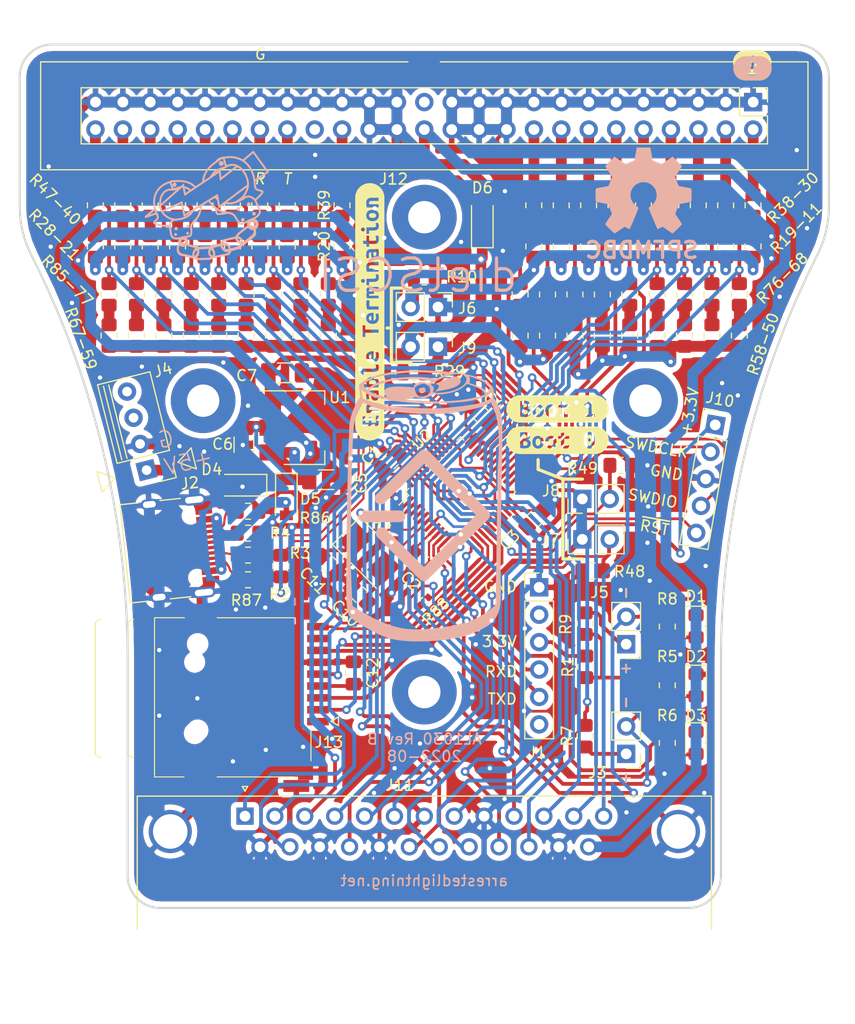
<source format=kicad_pcb>
(kicad_pcb (version 20171130) (host pcbnew 5.1.12-84ad8e8a86~92~ubuntu20.04.1)
  (layers (0 F.Cu signal) (31 B.Cu signal) (34 B.Paste user) (35 F.Paste user) (36 B.SilkS user) (37 F.SilkS user) (38 B.Mask user) (39 F.Mask user) (44 Edge.Cuts user))
  (net 0 "")
  (net 1 GND)
  (net 2 "Net-(C10-Pad1)")
  (net 3 "Net-(C11-Pad1)")
  (net 4 +3V3)
  (net 5 "Net-(D1-Pad2)")
  (net 6 "Net-(D2-Pad2)")
  (net 7 /LED_ACT)
  (net 8 "Net-(D3-Pad2)")
  (net 9 /LED_STAT)
  (net 10 "Net-(D4-Pad2)")
  (net 11 +5V)
  (net 12 /VUSB)
  (net 13 /SCSI_TERMPWR)
  (net 14 /SCSI_DB1)
  (net 15 /SCSI_DB0)
  (net 16 /BOOT0)
  (net 17 /SCSI_I_O)
  (net 18 /SCSI_REQ)
  (net 19 /SCSI_C_D)
  (net 20 /SCSI_SEL)
  (net 21 /SCSI_MSG)
  (net 22 /SCSI_RST)
  (net 23 /SWDCK)
  (net 24 /SWDIO)
  (net 25 /USBD+)
  (net 26 /USBD-)
  (net 27 /SCSI_ACK)
  (net 28 /SCSI_BSY)
  (net 29 /SCSI_ATN)
  (net 30 /SCSI_DB7)
  (net 31 /SCSI_DB6)
  (net 32 /SCSI_DB5)
  (net 33 /SCSI_DB4)
  (net 34 /SCSI_DB3)
  (net 35 /SCSI_DB2)
  (net 36 /BOOT1)
  (net 37 /SCSI_DBP)
  (net 38 /SD_MOSI)
  (net 39 /SD_MISO)
  (net 40 /SD_CLK)
  (net 41 /~SD_CS)
  (net 42 /RX2)
  (net 43 /TX2)
  (net 44 /~RST)
  (net 45 /VBAT)
  (net 46 "Net-(J1-Pad6)")
  (net 47 "Net-(J1-Pad3)")
  (net 48 "Net-(J1-Pad2)")
  (net 49 /U+)
  (net 50 /U-)
  (net 51 "Net-(J3-Pad1)")
  (net 52 "Net-(J4-Pad4)")
  (net 53 "Net-(J4-Pad3)")
  (net 54 "Net-(J5-Pad1)")
  (net 55 "Net-(J6-Pad2)")
  (net 56 "Net-(J9-Pad2)")
  (net 57 "Net-(J12-Pad34)")
  (net 58 "Net-(J12-Pad25)")
  (net 59 "Net-(J13-Pad8)")
  (net 60 "Net-(J13-Pad1)")
  (net 61 "Net-(R11-Pad2)")
  (net 62 "Net-(R12-Pad2)")
  (net 63 "Net-(R13-Pad2)")
  (net 64 "Net-(R14-Pad2)")
  (net 65 "Net-(R15-Pad2)")
  (net 66 "Net-(R16-Pad2)")
  (net 67 "Net-(R17-Pad2)")
  (net 68 "Net-(R18-Pad2)")
  (net 69 "Net-(R19-Pad2)")
  (net 70 "Net-(R20-Pad2)")
  (net 71 "Net-(R21-Pad2)")
  (net 72 "Net-(R22-Pad2)")
  (net 73 "Net-(R23-Pad2)")
  (net 74 "Net-(R24-Pad2)")
  (net 75 "Net-(R25-Pad2)")
  (net 76 "Net-(R26-Pad2)")
  (net 77 "Net-(R27-Pad2)")
  (net 78 "Net-(R28-Pad2)")
  (net 79 "Net-(R50-Pad2)")
  (net 80 "Net-(R51-Pad2)")
  (net 81 "Net-(R52-Pad2)")
  (net 82 "Net-(R53-Pad2)")
  (net 83 "Net-(R54-Pad2)")
  (net 84 "Net-(R55-Pad2)")
  (net 85 "Net-(R56-Pad2)")
  (net 86 "Net-(R57-Pad2)")
  (net 87 "Net-(R58-Pad2)")
  (net 88 "Net-(R59-Pad2)")
  (net 89 "Net-(R60-Pad2)")
  (net 90 "Net-(R61-Pad2)")
  (net 91 "Net-(R62-Pad2)")
  (net 92 "Net-(R63-Pad2)")
  (net 93 "Net-(R64-Pad2)")
  (net 94 "Net-(R65-Pad2)")
  (net 95 "Net-(R66-Pad2)")
  (net 96 "Net-(R67-Pad2)")
  (net 97 "Net-(J2-PadB8)")
  (net 98 "Net-(J2-PadA5)")
  (net 99 "Net-(J2-PadA8)")
  (net 100 "Net-(J2-PadB5)")
  (net 101 "Net-(U2-Pad19)")
  (net 102 "Net-(U2-Pad4)")
  (net 103 "Net-(U2-Pad3)")
  (net 104 /SD_CD)
  (net 105 "Net-(J13-Pad9)")
  (module label (layer F.Cu) (at 132.448 44.7665 90)
    (fp_text reference kibuzzard-62F7F5F5 hide)
    (fp_text value G*** hide)
  )
  (module label (layer F.Cu) (at 149.848 53.7665)
    (fp_text reference kibuzzard-62F7F576 hide)
    (fp_text value G*** hide)
  )
  (module label (layer F.Cu) (at 149.848 56.6665)
    (fp_text reference kibuzzard-62F7F550 hide)
    (fp_text value G*** hide)
  )
  (module Resistor_SMD:R_0402_1005Metric (layer F.Cu) (at 137.5156 71.5899 45)
    (fp_text reference R88 (at 0.089803 1.41888 45) (layer F.SilkS))
    (fp_text value 0-DNP)
    (pad 2 smd roundrect (at 0.51 0 45) (size 0.54 0.64) (layers F.Cu F.Paste F.Mask) (net 104 /SD_CD))
    (pad 1 smd roundrect (at -0.51 0 45) (size 0.54 0.64) (layers F.Cu F.Paste F.Mask) (net 105 "Net-(J13-Pad9)"))
  )
  (module Connector_USB:USB_C_Receptacle_XKB_U262-16XN-4BVC11 (layer F.Cu) (at 113.538 66.802 276)
    (fp_text reference J2 (at -5.893443 -2.854168 186) (layer F.SilkS))
    (fp_text value MC-107DM)
    (pad S1 thru_hole oval (at -4.32 -3.105 276) (size 1 2.1) (drill oval 0.6 1.7) (layers *.Cu *.Mask) (net 1 GND))
    (pad S1 thru_hole oval (at 4.32 -3.105 276) (size 1 2.1) (drill oval 0.6 1.7) (layers *.Cu *.Mask) (net 1 GND))
    (pad S1 thru_hole oval (at -4.32 1.075 276) (size 1 1.6) (drill oval 0.6 1.2) (layers *.Cu *.Mask) (net 1 GND))
    (pad S1 thru_hole oval (at 4.32 1.075 276) (size 1 1.6) (drill oval 0.6 1.2) (layers *.Cu *.Mask) (net 1 GND))
    (pad "" np_thru_hole circle (at 2.89 -2.605 276) (size 0.65 0.65) (drill 0.65) (layers *.Cu *.Mask))
    (pad "" np_thru_hole circle (at -2.89 -2.605 276) (size 0.65 0.65) (drill 0.65) (layers *.Cu *.Mask))
    (pad B1 smd rect (at 3.05 -3.87 276) (size 0.3 1.55) (layers F.Cu F.Paste F.Mask) (net 1 GND))
    (pad B4 smd rect (at 2.25 -3.87 276) (size 0.3 1.55) (layers F.Cu F.Paste F.Mask) (net 12 /VUSB))
    (pad B5 smd rect (at 1.75 -3.87 276) (size 0.3 1.55) (layers F.Cu F.Paste F.Mask) (net 100 "Net-(J2-PadB5)"))
    (pad A8 smd rect (at 1.25 -3.87 276) (size 0.3 1.55) (layers F.Cu F.Paste F.Mask) (net 99 "Net-(J2-PadA8)"))
    (pad B6 smd rect (at 0.75 -3.87 276) (size 0.3 1.55) (layers F.Cu F.Paste F.Mask) (net 49 /U+))
    (pad A7 smd rect (at 0.25 -3.87 276) (size 0.3 1.55) (layers F.Cu F.Paste F.Mask) (net 50 /U-))
    (pad A6 smd rect (at -0.25 -3.87 276) (size 0.3 1.55) (layers F.Cu F.Paste F.Mask) (net 49 /U+))
    (pad B7 smd rect (at -0.75 -3.87 276) (size 0.3 1.55) (layers F.Cu F.Paste F.Mask) (net 50 /U-))
    (pad A5 smd rect (at -1.25 -3.87 276) (size 0.3 1.55) (layers F.Cu F.Paste F.Mask) (net 98 "Net-(J2-PadA5)"))
    (pad B8 smd rect (at -1.75 -3.87 276) (size 0.3 1.55) (layers F.Cu F.Paste F.Mask) (net 97 "Net-(J2-PadB8)"))
    (pad A4 smd rect (at -2.55 -3.87 276) (size 0.3 1.55) (layers F.Cu F.Paste F.Mask) (net 12 /VUSB))
    (pad A1 smd rect (at -3.35 -3.87 276) (size 0.3 1.55) (layers F.Cu F.Paste F.Mask) (net 1 GND))
    (pad B12 smd rect (at -3.05 -3.87 276) (size 0.3 1.55) (layers F.Cu F.Paste F.Mask) (net 1 GND))
    (pad B9 smd rect (at -2.25 -3.87 276) (size 0.3 1.55) (layers F.Cu F.Paste F.Mask) (net 12 /VUSB))
    (pad A9 smd rect (at 2.55 -3.87 276) (size 0.3 1.55) (layers F.Cu F.Paste F.Mask) (net 12 /VUSB))
    (pad A12 smd rect (at 3.35 -3.87 276) (size 0.3 1.55) (layers F.Cu F.Paste F.Mask) (net 1 GND))
  )
  (module AL_Footprints:TF-015_MEM2075_HYBRID (layer F.Cu) (at 120.142 80.264 270)
    (fp_text reference J13 (at 4.3815 -8.509 180) (layer F.SilkS))
    (fp_text value TF115 hide)
    (pad 11 smd rect (at 7.075 -6.35) (size 1.4 1.6) (layers F.Cu F.Paste F.Mask) (net 1 GND))
    (pad 11 smd rect (at -7.775 -6.35) (size 1.4 1.6) (layers F.Cu F.Paste F.Mask) (net 1 GND))
    (pad "" np_thru_hole circle (at -4.725 3.65 270) (size 1 1) (drill 1) (layers *.Cu *.Mask))
    (pad 9 smd rect (at -6.325 -7.5 270) (size 0.7 2) (layers F.Cu F.Paste F.Mask) (net 105 "Net-(J13-Pad9)"))
    (pad 8 smd rect (at -5.225 -7.5 270) (size 0.7 2) (layers F.Cu F.Paste F.Mask) (net 59 "Net-(J13-Pad8)"))
    (pad 7 smd rect (at -4.125 -7.5 270) (size 0.7 2) (layers F.Cu F.Paste F.Mask) (net 39 /SD_MISO))
    (pad 6 smd rect (at -3.025 -7.5 270) (size 0.7 2) (layers F.Cu F.Paste F.Mask) (net 1 GND))
    (pad 5 smd rect (at -1.925 -7.5 270) (size 0.7 2) (layers F.Cu F.Paste F.Mask) (net 40 /SD_CLK))
    (pad 4 smd rect (at -0.825 -7.5 270) (size 0.7 2) (layers F.Cu F.Paste F.Mask) (net 4 +3V3))
    (pad 3 smd rect (at 0.275 -7.5 270) (size 0.7 2) (layers F.Cu F.Paste F.Mask) (net 38 /SD_MOSI))
    (pad 2 smd rect (at 1.375 -7.5 270) (size 0.7 2) (layers F.Cu F.Paste F.Mask) (net 41 /~SD_CS))
    (pad 1 smd rect (at 2.475 -7.5 270) (size 0.7 2) (layers F.Cu F.Paste F.Mask) (net 60 "Net-(J13-Pad1)"))
    (pad 14 np_thru_hole circle (at -3.03432 3.92868 270) (size 0.95 0) (drill 0.95) (layers *.Cu *.Mask))
    (pad 11 smd rect (at -7.71432 -5.49132 270) (size 1.1 2.4) (layers F.Cu F.Paste F.Mask) (net 1 GND))
    (pad 11 smd rect (at 8.43568 -5.49132 270) (size 1.1 2.4) (layers F.Cu F.Paste F.Mask) (net 1 GND))
    (pad "" np_thru_hole oval (at 3.416421 3.791421 315) (size 1 1.4) (drill oval 1 1.4) (layers *.Cu *.Mask))
    (pad 11 smd rect (at 8.18896 3.43408 270) (size 1.63 2.57) (layers F.Cu F.Paste F.Mask) (net 1 GND))
    (pad 11 smd rect (at -7.60476 3.43408 270) (size 1.36 2.57) (layers F.Cu F.Paste F.Mask) (net 1 GND))
  )
  (module AL_Footprints:PinHeader_2x25_P2.54mm_Vertical_Shrouded (layer F.Cu) (at 137.5 26.6065)
    (fp_text reference J12 (at -2.852 5.86) (layer F.SilkS))
    (fp_text value Conn_02x25_Odd_Even)
    (pad 1 thru_hole rect (at 30.48 -1.27 270) (size 1.7 1.7) (drill 1) (layers *.Cu *.Mask) (net 1 GND))
    (pad 2 thru_hole oval (at 30.48 1.27 270) (size 1.7 1.7) (drill 1) (layers *.Cu *.Mask) (net 15 /SCSI_DB0))
    (pad 3 thru_hole oval (at 27.94 -1.27 270) (size 1.7 1.7) (drill 1) (layers *.Cu *.Mask) (net 1 GND))
    (pad 4 thru_hole oval (at 27.94 1.27 270) (size 1.7 1.7) (drill 1) (layers *.Cu *.Mask) (net 14 /SCSI_DB1))
    (pad 5 thru_hole oval (at 25.4 -1.27 270) (size 1.7 1.7) (drill 1) (layers *.Cu *.Mask) (net 1 GND))
    (pad 6 thru_hole oval (at 25.4 1.27 270) (size 1.7 1.7) (drill 1) (layers *.Cu *.Mask) (net 35 /SCSI_DB2))
    (pad 7 thru_hole oval (at 22.86 -1.27 270) (size 1.7 1.7) (drill 1) (layers *.Cu *.Mask) (net 1 GND))
    (pad 8 thru_hole oval (at 22.86 1.27 270) (size 1.7 1.7) (drill 1) (layers *.Cu *.Mask) (net 34 /SCSI_DB3))
    (pad 9 thru_hole oval (at 20.32 -1.27 270) (size 1.7 1.7) (drill 1) (layers *.Cu *.Mask) (net 1 GND))
    (pad 10 thru_hole oval (at 20.32 1.27 270) (size 1.7 1.7) (drill 1) (layers *.Cu *.Mask) (net 33 /SCSI_DB4))
    (pad 11 thru_hole oval (at 17.78 -1.27 270) (size 1.7 1.7) (drill 1) (layers *.Cu *.Mask) (net 1 GND))
    (pad 12 thru_hole oval (at 17.78 1.27 270) (size 1.7 1.7) (drill 1) (layers *.Cu *.Mask) (net 32 /SCSI_DB5))
    (pad 13 thru_hole oval (at 15.24 -1.27 270) (size 1.7 1.7) (drill 1) (layers *.Cu *.Mask) (net 1 GND))
    (pad 14 thru_hole oval (at 15.24 1.27 270) (size 1.7 1.7) (drill 1) (layers *.Cu *.Mask) (net 31 /SCSI_DB6))
    (pad 15 thru_hole oval (at 12.7 -1.27 270) (size 1.7 1.7) (drill 1) (layers *.Cu *.Mask) (net 1 GND))
    (pad 16 thru_hole oval (at 12.7 1.27 270) (size 1.7 1.7) (drill 1) (layers *.Cu *.Mask) (net 30 /SCSI_DB7))
    (pad 17 thru_hole oval (at 10.16 -1.27 270) (size 1.7 1.7) (drill 1) (layers *.Cu *.Mask) (net 1 GND))
    (pad 18 thru_hole oval (at 10.16 1.27 270) (size 1.7 1.7) (drill 1) (layers *.Cu *.Mask) (net 37 /SCSI_DBP))
    (pad 19 thru_hole oval (at 7.62 -1.27 270) (size 1.7 1.7) (drill 1) (layers *.Cu *.Mask) (net 1 GND))
    (pad 20 thru_hole oval (at 7.62 1.27 270) (size 1.7 1.7) (drill 1) (layers *.Cu *.Mask) (net 1 GND))
    (pad 21 thru_hole oval (at 5.08 -1.27 270) (size 1.7 1.7) (drill 1) (layers *.Cu *.Mask) (net 1 GND))
    (pad 22 thru_hole oval (at 5.08 1.27 270) (size 1.7 1.7) (drill 1) (layers *.Cu *.Mask) (net 1 GND))
    (pad 23 thru_hole oval (at 2.54 -1.27 270) (size 1.7 1.7) (drill 1) (layers *.Cu *.Mask) (net 1 GND))
    (pad 24 thru_hole oval (at 2.54 1.27 270) (size 1.7 1.7) (drill 1) (layers *.Cu *.Mask) (net 1 GND))
    (pad 25 thru_hole oval (at 0 -1.27 270) (size 1.7 1.7) (drill 1) (layers *.Cu *.Mask) (net 58 "Net-(J12-Pad25)"))
    (pad 26 thru_hole oval (at 0 1.27 270) (size 1.7 1.7) (drill 1) (layers *.Cu *.Mask) (net 13 /SCSI_TERMPWR))
    (pad 27 thru_hole oval (at -2.54 -1.27 270) (size 1.7 1.7) (drill 1) (layers *.Cu *.Mask) (net 1 GND))
    (pad 28 thru_hole oval (at -2.54 1.27 270) (size 1.7 1.7) (drill 1) (layers *.Cu *.Mask) (net 1 GND))
    (pad 29 thru_hole oval (at -5.08 -1.27 270) (size 1.7 1.7) (drill 1) (layers *.Cu *.Mask) (net 1 GND))
    (pad 30 thru_hole oval (at -5.08 1.27 270) (size 1.7 1.7) (drill 1) (layers *.Cu *.Mask) (net 1 GND))
    (pad 31 thru_hole oval (at -7.62 -1.27 270) (size 1.7 1.7) (drill 1) (layers *.Cu *.Mask) (net 1 GND))
    (pad 32 thru_hole oval (at -7.62 1.27 270) (size 1.7 1.7) (drill 1) (layers *.Cu *.Mask) (net 29 /SCSI_ATN))
    (pad 33 thru_hole oval (at -10.16 -1.27 270) (size 1.7 1.7) (drill 1) (layers *.Cu *.Mask) (net 1 GND))
    (pad 34 thru_hole oval (at -10.16 1.27 270) (size 1.7 1.7) (drill 1) (layers *.Cu *.Mask) (net 57 "Net-(J12-Pad34)"))
    (pad 35 thru_hole oval (at -12.7 -1.27 270) (size 1.7 1.7) (drill 1) (layers *.Cu *.Mask) (net 1 GND))
    (pad 36 thru_hole oval (at -12.7 1.27 270) (size 1.7 1.7) (drill 1) (layers *.Cu *.Mask) (net 28 /SCSI_BSY))
    (pad 37 thru_hole oval (at -15.24 -1.27 270) (size 1.7 1.7) (drill 1) (layers *.Cu *.Mask) (net 1 GND))
    (pad 38 thru_hole oval (at -15.24 1.27 270) (size 1.7 1.7) (drill 1) (layers *.Cu *.Mask) (net 27 /SCSI_ACK))
    (pad 39 thru_hole oval (at -17.78 -1.27 270) (size 1.7 1.7) (drill 1) (layers *.Cu *.Mask) (net 1 GND))
    (pad 40 thru_hole oval (at -17.78 1.27 270) (size 1.7 1.7) (drill 1) (layers *.Cu *.Mask) (net 22 /SCSI_RST))
    (pad 41 thru_hole oval (at -20.32 -1.27 270) (size 1.7 1.7) (drill 1) (layers *.Cu *.Mask) (net 1 GND))
    (pad 42 thru_hole oval (at -20.32 1.27 270) (size 1.7 1.7) (drill 1) (layers *.Cu *.Mask) (net 21 /SCSI_MSG))
    (pad 43 thru_hole oval (at -22.86 -1.27 270) (size 1.7 1.7) (drill 1) (layers *.Cu *.Mask) (net 1 GND))
    (pad 44 thru_hole oval (at -22.86 1.27 270) (size 1.7 1.7) (drill 1) (layers *.Cu *.Mask) (net 20 /SCSI_SEL))
    (pad 45 thru_hole oval (at -25.4 -1.27 270) (size 1.7 1.7) (drill 1) (layers *.Cu *.Mask) (net 1 GND))
    (pad 46 thru_hole oval (at -25.4 1.27 270) (size 1.7 1.7) (drill 1) (layers *.Cu *.Mask) (net 19 /SCSI_C_D))
    (pad 47 thru_hole oval (at -27.94 -1.27 270) (size 1.7 1.7) (drill 1) (layers *.Cu *.Mask) (net 1 GND))
    (pad 48 thru_hole oval (at -27.94 1.27 270) (size 1.7 1.7) (drill 1) (layers *.Cu *.Mask) (net 18 /SCSI_REQ))
    (pad 49 thru_hole oval (at -30.48 -1.27 270) (size 1.7 1.7) (drill 1) (layers *.Cu *.Mask) (net 1 GND))
    (pad 50 thru_hole oval (at -30.48 1.27 270) (size 1.7 1.7) (drill 1) (layers *.Cu *.Mask) (net 17 /SCSI_I_O))
  )
  (module Symbol:OSHW-Symbol_8.9x8mm_SilkScreen (layer B.Cu) (at 157.8356 33.5407 180)
    (fp_text reference REF** hide)
    (fp_text value OSHW-Symbol_8.9x8mm_SilkScreen hide)
  )
  (module AL_Logo:AL_Logo_13mm (layer B.Cu) (at 116.8908 35.5727 180)
    (fp_text reference REF** hide)
    (fp_text value AL_Logo_13mm)
  )
  (module label (layer B.Cu) (at 167.9194 22.2123 180)
    (fp_text reference kibuzzard-61DE6C26 hide)
    (fp_text value G*** hide)
  )
  (module Logo:Logo (layer B.Cu) (at 137.5 62.738 180)
    (fp_text reference G*** hide)
    (fp_text value LOGO hide)
  )
  (module Capacitor_SMD:C_0805_2012Metric_Pad1.18x1.45mm_HandSolder (layer F.Cu) (at 134.366 58.6105 45)
    (fp_text reference C1 (at -0.898026 -1.652367 45) (layer F.SilkS))
    (fp_text value 0.1uF)
    (pad 2 smd roundrect (at 1.0375 0 45) (size 1.175 1.45) (layers F.Cu F.Paste F.Mask) (roundrect_rratio 0.2127659574468085) (net 1 GND))
    (pad 1 smd roundrect (at -1.0375 0 45) (size 1.175 1.45) (layers F.Cu F.Paste F.Mask) (roundrect_rratio 0.2127659574468085) (net 4 +3V3))
  )
  (module label (layer F.Cu) (at 167.894 21.6535)
    (fp_text reference kibuzzard-61DE6C26 hide)
    (fp_text value G*** hide)
  )
  (module Connector_Dsub:DSUB-25_Male_Horizontal_P2.77x2.84mm_EdgePinOffset7.70mm_Housed_MountingHolesOffset9.12mm (layer F.Cu) (at 120.88 91.5)
    (fp_text reference J11 (at 14.3496 -2.8667) (layer F.SilkS))
    (fp_text value DB25_Male_MountingHoles)
    (pad 0 thru_hole circle (at 40.17 1.42) (size 4 4) (drill 3.2) (layers *.Cu *.Mask) (net 1 GND))
    (pad 0 thru_hole circle (at -6.93 1.42) (size 4 4) (drill 3.2) (layers *.Cu *.Mask) (net 1 GND))
    (pad 25 thru_hole circle (at 31.855 2.84) (size 1.6 1.6) (drill 1) (layers *.Cu *.Mask) (net 13 /SCSI_TERMPWR))
    (pad 24 thru_hole circle (at 29.085 2.84) (size 1.6 1.6) (drill 1) (layers *.Cu *.Mask) (net 1 GND))
    (pad 23 thru_hole circle (at 26.315 2.84) (size 1.6 1.6) (drill 1) (layers *.Cu *.Mask) (net 33 /SCSI_DB4))
    (pad 22 thru_hole circle (at 23.545 2.84) (size 1.6 1.6) (drill 1) (layers *.Cu *.Mask) (net 35 /SCSI_DB2))
    (pad 21 thru_hole circle (at 20.775 2.84) (size 1.6 1.6) (drill 1) (layers *.Cu *.Mask) (net 14 /SCSI_DB1))
    (pad 20 thru_hole circle (at 18.005 2.84) (size 1.6 1.6) (drill 1) (layers *.Cu *.Mask) (net 37 /SCSI_DBP))
    (pad 19 thru_hole circle (at 15.235 2.84) (size 1.6 1.6) (drill 1) (layers *.Cu *.Mask) (net 20 /SCSI_SEL))
    (pad 18 thru_hole circle (at 12.465 2.84) (size 1.6 1.6) (drill 1) (layers *.Cu *.Mask) (net 1 GND))
    (pad 17 thru_hole circle (at 9.695 2.84) (size 1.6 1.6) (drill 1) (layers *.Cu *.Mask) (net 29 /SCSI_ATN))
    (pad 16 thru_hole circle (at 6.925 2.84) (size 1.6 1.6) (drill 1) (layers *.Cu *.Mask) (net 1 GND))
    (pad 15 thru_hole circle (at 4.155 2.84) (size 1.6 1.6) (drill 1) (layers *.Cu *.Mask) (net 19 /SCSI_C_D))
    (pad 14 thru_hole circle (at 1.385 2.84) (size 1.6 1.6) (drill 1) (layers *.Cu *.Mask) (net 1 GND))
    (pad 13 thru_hole circle (at 33.24 0) (size 1.6 1.6) (drill 1) (layers *.Cu *.Mask) (net 30 /SCSI_DB7))
    (pad 12 thru_hole circle (at 30.47 0) (size 1.6 1.6) (drill 1) (layers *.Cu *.Mask) (net 31 /SCSI_DB6))
    (pad 11 thru_hole circle (at 27.7 0) (size 1.6 1.6) (drill 1) (layers *.Cu *.Mask) (net 32 /SCSI_DB5))
    (pad 10 thru_hole circle (at 24.93 0) (size 1.6 1.6) (drill 1) (layers *.Cu *.Mask) (net 34 /SCSI_DB3))
    (pad 9 thru_hole circle (at 22.16 0) (size 1.6 1.6) (drill 1) (layers *.Cu *.Mask) (net 1 GND))
    (pad 8 thru_hole circle (at 19.39 0) (size 1.6 1.6) (drill 1) (layers *.Cu *.Mask) (net 15 /SCSI_DB0))
    (pad 7 thru_hole circle (at 16.62 0) (size 1.6 1.6) (drill 1) (layers *.Cu *.Mask) (net 1 GND))
    (pad 6 thru_hole circle (at 13.85 0) (size 1.6 1.6) (drill 1) (layers *.Cu *.Mask) (net 28 /SCSI_BSY))
    (pad 5 thru_hole circle (at 11.08 0) (size 1.6 1.6) (drill 1) (layers *.Cu *.Mask) (net 27 /SCSI_ACK))
    (pad 4 thru_hole circle (at 8.31 0) (size 1.6 1.6) (drill 1) (layers *.Cu *.Mask) (net 22 /SCSI_RST))
    (pad 3 thru_hole circle (at 5.54 0) (size 1.6 1.6) (drill 1) (layers *.Cu *.Mask) (net 17 /SCSI_I_O))
    (pad 2 thru_hole circle (at 2.77 0) (size 1.6 1.6) (drill 1) (layers *.Cu *.Mask) (net 21 /SCSI_MSG))
    (pad 1 thru_hole rect (at 0 0) (size 1.6 1.6) (drill 1) (layers *.Cu *.Mask) (net 18 /SCSI_REQ))
  )
  (module Resistor_SMD:R_0805_2012Metric_Pad1.20x1.40mm_HandSolder (layer F.Cu) (at 121.158 69.596)
    (fp_text reference R87 (at -0.1524 1.8923) (layer F.SilkS))
    (fp_text value 5.1K)
    (pad 2 smd roundrect (at 1 0) (size 1.2 1.4) (layers F.Cu F.Paste F.Mask) (roundrect_rratio 0.2083325) (net 1 GND))
    (pad 1 smd roundrect (at -1 0) (size 1.2 1.4) (layers F.Cu F.Paste F.Mask) (roundrect_rratio 0.2083325) (net 100 "Net-(J2-PadB5)"))
  )
  (module Resistor_SMD:R_0805_2012Metric_Pad1.20x1.40mm_HandSolder (layer F.Cu) (at 121.158 63.246)
    (fp_text reference R86 (at 6.223 0.635 180) (layer F.SilkS))
    (fp_text value 5.1K)
    (pad 2 smd roundrect (at 1 0) (size 1.2 1.4) (layers F.Cu F.Paste F.Mask) (roundrect_rratio 0.2083325) (net 1 GND))
    (pad 1 smd roundrect (at -1 0) (size 1.2 1.4) (layers F.Cu F.Paste F.Mask) (roundrect_rratio 0.2083325) (net 98 "Net-(J2-PadA5)"))
  )
  (module AL_Footprints:BERG_4PIN (layer F.Cu) (at 111.76 59.436 194)
    (fp_text reference J4 (at -3.721589 8.626923 14) (layer F.SilkS))
    (fp_text value Conn_01x04_Male)
    (pad 1 thru_hole rect (at 0 0 194) (size 1.7 1.7) (drill 0.9) (layers *.Cu *.Mask) (net 10 "Net-(D4-Pad2)"))
    (pad 2 thru_hole oval (at 0 2.5 194) (size 1.7 1.7) (drill 0.9) (layers *.Cu *.Mask) (net 1 GND))
    (pad 3 thru_hole oval (at 0 5 194) (size 1.7 1.7) (drill 0.9) (layers *.Cu *.Mask) (net 53 "Net-(J4-Pad3)"))
    (pad 4 thru_hole oval (at 0 7.5 194) (size 1.7 1.7) (drill 0.9) (layers *.Cu *.Mask) (net 52 "Net-(J4-Pad4)"))
  )
  (module Crystal:Crystal_SMD_5032-2Pin_5.0x3.2mm (layer F.Cu) (at 132.422852 67.208352 315)
    (fp_text reference X1 (at -0.98776 -2.694077 135) (layer F.SilkS))
    (fp_text value 8MHz)
    (pad 2 smd rect (at 1.85 0 315) (size 2 2.4) (layers F.Cu F.Paste F.Mask) (net 2 "Net-(C10-Pad1)"))
    (pad 1 smd rect (at -1.85 0 315) (size 2 2.4) (layers F.Cu F.Paste F.Mask) (net 3 "Net-(C11-Pad1)"))
  )
  (module MountingHole:MountingHole_3mm_Pad (layer F.Cu) (at 137.5 80)
    (fp_text reference H8 hide)
    (fp_text value MountingHole)
    (pad 1 thru_hole circle (at 0 0) (size 6 6) (drill 3) (layers *.Cu *.Mask))
  )
  (module MountingHole:MountingHole_3mm_Pad (layer F.Cu) (at 117 53)
    (fp_text reference H7 hide)
    (fp_text value MountingHole)
    (pad 1 thru_hole circle (at 0 0) (size 6 6) (drill 3) (layers *.Cu *.Mask))
  )
  (module MountingHole:MountingHole_3mm_Pad (layer F.Cu) (at 158 53)
    (fp_text reference H6 hide)
    (fp_text value MountingHole)
    (pad 1 thru_hole circle (at 0 0) (size 6 6) (drill 3) (layers *.Cu *.Mask))
  )
  (module MountingHole:MountingHole_3mm_Pad (layer F.Cu) (at 137.5 36)
    (fp_text reference H5 hide)
    (fp_text value MountingHole)
    (pad 1 thru_hole circle (at 0 0) (size 6 6) (drill 3) (layers *.Cu *.Mask))
  )
  (module Resistor_SMD:R_0805_2012Metric_Pad1.20x1.40mm_HandSolder (layer F.Cu) (at 108.2802 43.1546 90)
    (fp_text reference R85 hide)
    (fp_text value 100)
    (pad 2 smd roundrect (at 1 0 90) (size 1.2 1.4) (layers F.Cu F.Paste F.Mask) (roundrect_rratio 0.2083325) (net 17 /SCSI_I_O))
    (pad 1 smd roundrect (at -1 0 90) (size 1.2 1.4) (layers F.Cu F.Paste F.Mask) (roundrect_rratio 0.2083325) (net 96 "Net-(R67-Pad2)"))
  )
  (module Resistor_SMD:R_0805_2012Metric_Pad1.20x1.40mm_HandSolder (layer F.Cu) (at 110.8202 43.1546 90)
    (fp_text reference R84 hide)
    (fp_text value 100)
    (pad 2 smd roundrect (at 1 0 90) (size 1.2 1.4) (layers F.Cu F.Paste F.Mask) (roundrect_rratio 0.2083325) (net 18 /SCSI_REQ))
    (pad 1 smd roundrect (at -1 0 90) (size 1.2 1.4) (layers F.Cu F.Paste F.Mask) (roundrect_rratio 0.2083325) (net 95 "Net-(R66-Pad2)"))
  )
  (module Resistor_SMD:R_0805_2012Metric_Pad1.20x1.40mm_HandSolder (layer F.Cu) (at 113.3602 43.1546 90)
    (fp_text reference R83 hide)
    (fp_text value 100)
    (pad 2 smd roundrect (at 1 0 90) (size 1.2 1.4) (layers F.Cu F.Paste F.Mask) (roundrect_rratio 0.2083325) (net 19 /SCSI_C_D))
    (pad 1 smd roundrect (at -1 0 90) (size 1.2 1.4) (layers F.Cu F.Paste F.Mask) (roundrect_rratio 0.2083325) (net 94 "Net-(R65-Pad2)"))
  )
  (module Resistor_SMD:R_0805_2012Metric_Pad1.20x1.40mm_HandSolder (layer F.Cu) (at 115.9002 43.1546 90)
    (fp_text reference R82 hide)
    (fp_text value 100)
    (pad 2 smd roundrect (at 1 0 90) (size 1.2 1.4) (layers F.Cu F.Paste F.Mask) (roundrect_rratio 0.2083325) (net 20 /SCSI_SEL))
    (pad 1 smd roundrect (at -1 0 90) (size 1.2 1.4) (layers F.Cu F.Paste F.Mask) (roundrect_rratio 0.2083325) (net 93 "Net-(R64-Pad2)"))
  )
  (module Resistor_SMD:R_0805_2012Metric_Pad1.20x1.40mm_HandSolder (layer F.Cu) (at 118.4402 43.1546 90)
    (fp_text reference R81 hide)
    (fp_text value 100)
    (pad 2 smd roundrect (at 1 0 90) (size 1.2 1.4) (layers F.Cu F.Paste F.Mask) (roundrect_rratio 0.2083325) (net 21 /SCSI_MSG))
    (pad 1 smd roundrect (at -1 0 90) (size 1.2 1.4) (layers F.Cu F.Paste F.Mask) (roundrect_rratio 0.2083325) (net 92 "Net-(R63-Pad2)"))
  )
  (module Resistor_SMD:R_0805_2012Metric_Pad1.20x1.40mm_HandSolder (layer F.Cu) (at 120.9802 43.1546 90)
    (fp_text reference R80 hide)
    (fp_text value 100)
    (pad 2 smd roundrect (at 1 0 90) (size 1.2 1.4) (layers F.Cu F.Paste F.Mask) (roundrect_rratio 0.2083325) (net 22 /SCSI_RST))
    (pad 1 smd roundrect (at -1 0 90) (size 1.2 1.4) (layers F.Cu F.Paste F.Mask) (roundrect_rratio 0.2083325) (net 91 "Net-(R62-Pad2)"))
  )
  (module Resistor_SMD:R_0805_2012Metric_Pad1.20x1.40mm_HandSolder (layer F.Cu) (at 123.5202 43.1546 90)
    (fp_text reference R79 hide)
    (fp_text value 100)
    (pad 2 smd roundrect (at 1 0 90) (size 1.2 1.4) (layers F.Cu F.Paste F.Mask) (roundrect_rratio 0.2083325) (net 27 /SCSI_ACK))
    (pad 1 smd roundrect (at -1 0 90) (size 1.2 1.4) (layers F.Cu F.Paste F.Mask) (roundrect_rratio 0.2083325) (net 90 "Net-(R61-Pad2)"))
  )
  (module Resistor_SMD:R_0805_2012Metric_Pad1.20x1.40mm_HandSolder (layer F.Cu) (at 126.0602 43.1546 90)
    (fp_text reference R78 hide)
    (fp_text value 100)
    (pad 2 smd roundrect (at 1 0 90) (size 1.2 1.4) (layers F.Cu F.Paste F.Mask) (roundrect_rratio 0.2083325) (net 28 /SCSI_BSY))
    (pad 1 smd roundrect (at -1 0 90) (size 1.2 1.4) (layers F.Cu F.Paste F.Mask) (roundrect_rratio 0.2083325) (net 89 "Net-(R60-Pad2)"))
  )
  (module Resistor_SMD:R_0805_2012Metric_Pad1.20x1.40mm_HandSolder (layer F.Cu) (at 128.6002 43.1546 90)
    (fp_text reference R77 hide)
    (fp_text value 100)
    (pad 2 smd roundrect (at 1 0 90) (size 1.2 1.4) (layers F.Cu F.Paste F.Mask) (roundrect_rratio 0.2083325) (net 29 /SCSI_ATN))
    (pad 1 smd roundrect (at -1 0 90) (size 1.2 1.4) (layers F.Cu F.Paste F.Mask) (roundrect_rratio 0.2083325) (net 88 "Net-(R59-Pad2)"))
  )
  (module Resistor_SMD:R_0805_2012Metric_Pad1.20x1.40mm_HandSolder (layer F.Cu) (at 146.3802 43.1546 90)
    (fp_text reference R76 hide)
    (fp_text value 100)
    (pad 2 smd roundrect (at 1 0 90) (size 1.2 1.4) (layers F.Cu F.Paste F.Mask) (roundrect_rratio 0.2083325) (net 37 /SCSI_DBP))
    (pad 1 smd roundrect (at -1 0 90) (size 1.2 1.4) (layers F.Cu F.Paste F.Mask) (roundrect_rratio 0.2083325) (net 87 "Net-(R58-Pad2)"))
  )
  (module Resistor_SMD:R_0805_2012Metric_Pad1.20x1.40mm_HandSolder (layer F.Cu) (at 148.9202 43.1546 90)
    (fp_text reference R75 hide)
    (fp_text value 100)
    (pad 2 smd roundrect (at 1 0 90) (size 1.2 1.4) (layers F.Cu F.Paste F.Mask) (roundrect_rratio 0.2083325) (net 30 /SCSI_DB7))
    (pad 1 smd roundrect (at -1 0 90) (size 1.2 1.4) (layers F.Cu F.Paste F.Mask) (roundrect_rratio 0.2083325) (net 86 "Net-(R57-Pad2)"))
  )
  (module Resistor_SMD:R_0805_2012Metric_Pad1.20x1.40mm_HandSolder (layer F.Cu) (at 151.4602 43.1546 90)
    (fp_text reference R74 hide)
    (fp_text value 100)
    (pad 2 smd roundrect (at 1 0 90) (size 1.2 1.4) (layers F.Cu F.Paste F.Mask) (roundrect_rratio 0.2083325) (net 31 /SCSI_DB6))
    (pad 1 smd roundrect (at -1 0 90) (size 1.2 1.4) (layers F.Cu F.Paste F.Mask) (roundrect_rratio 0.2083325) (net 85 "Net-(R56-Pad2)"))
  )
  (module Resistor_SMD:R_0805_2012Metric_Pad1.20x1.40mm_HandSolder (layer F.Cu) (at 154.0002 43.1546 90)
    (fp_text reference R73 hide)
    (fp_text value 100)
    (pad 2 smd roundrect (at 1 0 90) (size 1.2 1.4) (layers F.Cu F.Paste F.Mask) (roundrect_rratio 0.2083325) (net 32 /SCSI_DB5))
    (pad 1 smd roundrect (at -1 0 90) (size 1.2 1.4) (layers F.Cu F.Paste F.Mask) (roundrect_rratio 0.2083325) (net 84 "Net-(R55-Pad2)"))
  )
  (module Resistor_SMD:R_0805_2012Metric_Pad1.20x1.40mm_HandSolder (layer F.Cu) (at 156.5402 43.1546 90)
    (fp_text reference R72 hide)
    (fp_text value 100)
    (pad 2 smd roundrect (at 1 0 90) (size 1.2 1.4) (layers F.Cu F.Paste F.Mask) (roundrect_rratio 0.2083325) (net 33 /SCSI_DB4))
    (pad 1 smd roundrect (at -1 0 90) (size 1.2 1.4) (layers F.Cu F.Paste F.Mask) (roundrect_rratio 0.2083325) (net 83 "Net-(R54-Pad2)"))
  )
  (module Resistor_SMD:R_0805_2012Metric_Pad1.20x1.40mm_HandSolder (layer F.Cu) (at 159.0802 43.1546 90)
    (fp_text reference R71 hide)
    (fp_text value 100)
    (pad 2 smd roundrect (at 1 0 90) (size 1.2 1.4) (layers F.Cu F.Paste F.Mask) (roundrect_rratio 0.2083325) (net 34 /SCSI_DB3))
    (pad 1 smd roundrect (at -1 0 90) (size 1.2 1.4) (layers F.Cu F.Paste F.Mask) (roundrect_rratio 0.2083325) (net 82 "Net-(R53-Pad2)"))
  )
  (module Resistor_SMD:R_0805_2012Metric_Pad1.20x1.40mm_HandSolder (layer F.Cu) (at 161.6202 43.1546 90)
    (fp_text reference R70 hide)
    (fp_text value 100)
    (pad 2 smd roundrect (at 1 0 90) (size 1.2 1.4) (layers F.Cu F.Paste F.Mask) (roundrect_rratio 0.2083325) (net 35 /SCSI_DB2))
    (pad 1 smd roundrect (at -1 0 90) (size 1.2 1.4) (layers F.Cu F.Paste F.Mask) (roundrect_rratio 0.2083325) (net 81 "Net-(R52-Pad2)"))
  )
  (module Resistor_SMD:R_0805_2012Metric_Pad1.20x1.40mm_HandSolder (layer F.Cu) (at 164.1602 43.1546 90)
    (fp_text reference R69 hide)
    (fp_text value 100)
    (pad 2 smd roundrect (at 1 0 90) (size 1.2 1.4) (layers F.Cu F.Paste F.Mask) (roundrect_rratio 0.2083325) (net 14 /SCSI_DB1))
    (pad 1 smd roundrect (at -1 0 90) (size 1.2 1.4) (layers F.Cu F.Paste F.Mask) (roundrect_rratio 0.2083325) (net 80 "Net-(R51-Pad2)"))
  )
  (module Resistor_SMD:R_0805_2012Metric_Pad1.20x1.40mm_HandSolder (layer F.Cu) (at 166.7002 43.1546 90)
    (fp_text reference R68 hide)
    (fp_text value 100)
    (pad 2 smd roundrect (at 1 0 90) (size 1.2 1.4) (layers F.Cu F.Paste F.Mask) (roundrect_rratio 0.2083325) (net 15 /SCSI_DB0))
    (pad 1 smd roundrect (at -1 0 90) (size 1.2 1.4) (layers F.Cu F.Paste F.Mask) (roundrect_rratio 0.2083325) (net 79 "Net-(R50-Pad2)"))
  )
  (module Resistor_SMD:R_0805_2012Metric_Pad1.20x1.40mm_HandSolder (layer F.Cu) (at 107.0102 34.8996 90)
    (fp_text reference R47 hide)
    (fp_text value 100)
    (pad 2 smd roundrect (at 1 0 90) (size 1.2 1.4) (layers F.Cu F.Paste F.Mask) (roundrect_rratio 0.2083325) (net 17 /SCSI_I_O))
    (pad 1 smd roundrect (at -1 0 90) (size 1.2 1.4) (layers F.Cu F.Paste F.Mask) (roundrect_rratio 0.2083325) (net 78 "Net-(R28-Pad2)"))
  )
  (module Resistor_SMD:R_0805_2012Metric_Pad1.20x1.40mm_HandSolder (layer F.Cu) (at 109.5502 34.8996 90)
    (fp_text reference R46 hide)
    (fp_text value 100)
    (pad 2 smd roundrect (at 1 0 90) (size 1.2 1.4) (layers F.Cu F.Paste F.Mask) (roundrect_rratio 0.2083325) (net 18 /SCSI_REQ))
    (pad 1 smd roundrect (at -1 0 90) (size 1.2 1.4) (layers F.Cu F.Paste F.Mask) (roundrect_rratio 0.2083325) (net 77 "Net-(R27-Pad2)"))
  )
  (module Resistor_SMD:R_0805_2012Metric_Pad1.20x1.40mm_HandSolder (layer F.Cu) (at 112.0902 34.8996 90)
    (fp_text reference R45 hide)
    (fp_text value 100)
    (pad 2 smd roundrect (at 1 0 90) (size 1.2 1.4) (layers F.Cu F.Paste F.Mask) (roundrect_rratio 0.2083325) (net 19 /SCSI_C_D))
    (pad 1 smd roundrect (at -1 0 90) (size 1.2 1.4) (layers F.Cu F.Paste F.Mask) (roundrect_rratio 0.2083325) (net 76 "Net-(R26-Pad2)"))
  )
  (module Resistor_SMD:R_0805_2012Metric_Pad1.20x1.40mm_HandSolder (layer F.Cu) (at 114.6302 34.8996 90)
    (fp_text reference R44 hide)
    (fp_text value 100)
    (pad 2 smd roundrect (at 1 0 90) (size 1.2 1.4) (layers F.Cu F.Paste F.Mask) (roundrect_rratio 0.2083325) (net 20 /SCSI_SEL))
    (pad 1 smd roundrect (at -1 0 90) (size 1.2 1.4) (layers F.Cu F.Paste F.Mask) (roundrect_rratio 0.2083325) (net 75 "Net-(R25-Pad2)"))
  )
  (module Resistor_SMD:R_0805_2012Metric_Pad1.20x1.40mm_HandSolder (layer F.Cu) (at 117.1702 34.8996 90)
    (fp_text reference R43 hide)
    (fp_text value 100)
    (pad 2 smd roundrect (at 1 0 90) (size 1.2 1.4) (layers F.Cu F.Paste F.Mask) (roundrect_rratio 0.2083325) (net 21 /SCSI_MSG))
    (pad 1 smd roundrect (at -1 0 90) (size 1.2 1.4) (layers F.Cu F.Paste F.Mask) (roundrect_rratio 0.2083325) (net 74 "Net-(R24-Pad2)"))
  )
  (module Resistor_SMD:R_0805_2012Metric_Pad1.20x1.40mm_HandSolder (layer F.Cu) (at 119.7102 34.8996 90)
    (fp_text reference R42 hide)
    (fp_text value 100)
    (pad 2 smd roundrect (at 1 0 90) (size 1.2 1.4) (layers F.Cu F.Paste F.Mask) (roundrect_rratio 0.2083325) (net 22 /SCSI_RST))
    (pad 1 smd roundrect (at -1 0 90) (size 1.2 1.4) (layers F.Cu F.Paste F.Mask) (roundrect_rratio 0.2083325) (net 73 "Net-(R23-Pad2)"))
  )
  (module Resistor_SMD:R_0805_2012Metric_Pad1.20x1.40mm_HandSolder (layer F.Cu) (at 122.2502 34.8996 90)
    (fp_text reference R41 hide)
    (fp_text value 100)
    (pad 2 smd roundrect (at 1 0 90) (size 1.2 1.4) (layers F.Cu F.Paste F.Mask) (roundrect_rratio 0.2083325) (net 27 /SCSI_ACK))
    (pad 1 smd roundrect (at -1 0 90) (size 1.2 1.4) (layers F.Cu F.Paste F.Mask) (roundrect_rratio 0.2083325) (net 72 "Net-(R22-Pad2)"))
  )
  (module Resistor_SMD:R_0805_2012Metric_Pad1.20x1.40mm_HandSolder (layer F.Cu) (at 124.7902 34.8996 90)
    (fp_text reference R40 hide)
    (fp_text value 100)
    (pad 2 smd roundrect (at 1 0 90) (size 1.2 1.4) (layers F.Cu F.Paste F.Mask) (roundrect_rratio 0.2083325) (net 28 /SCSI_BSY))
    (pad 1 smd roundrect (at -1 0 90) (size 1.2 1.4) (layers F.Cu F.Paste F.Mask) (roundrect_rratio 0.2083325) (net 71 "Net-(R21-Pad2)"))
  )
  (module Resistor_SMD:R_0805_2012Metric_Pad1.20x1.40mm_HandSolder (layer F.Cu) (at 129.8702 34.8996 90)
    (fp_text reference R39 (at 0 -1.65 90) (layer F.SilkS))
    (fp_text value 100)
    (pad 2 smd roundrect (at 1 0 90) (size 1.2 1.4) (layers F.Cu F.Paste F.Mask) (roundrect_rratio 0.2083325) (net 29 /SCSI_ATN))
    (pad 1 smd roundrect (at -1 0 90) (size 1.2 1.4) (layers F.Cu F.Paste F.Mask) (roundrect_rratio 0.2083325) (net 70 "Net-(R20-Pad2)"))
  )
  (module Resistor_SMD:R_0805_2012Metric_Pad1.20x1.40mm_HandSolder (layer F.Cu) (at 147.6502 34.8996 90)
    (fp_text reference R38 hide)
    (fp_text value 100)
    (pad 2 smd roundrect (at 1 0 90) (size 1.2 1.4) (layers F.Cu F.Paste F.Mask) (roundrect_rratio 0.2083325) (net 37 /SCSI_DBP))
    (pad 1 smd roundrect (at -1 0 90) (size 1.2 1.4) (layers F.Cu F.Paste F.Mask) (roundrect_rratio 0.2083325) (net 69 "Net-(R19-Pad2)"))
  )
  (module Resistor_SMD:R_0805_2012Metric_Pad1.20x1.40mm_HandSolder (layer F.Cu) (at 150.1902 34.8996 90)
    (fp_text reference R37 hide)
    (fp_text value 100)
    (pad 2 smd roundrect (at 1 0 90) (size 1.2 1.4) (layers F.Cu F.Paste F.Mask) (roundrect_rratio 0.2083325) (net 30 /SCSI_DB7))
    (pad 1 smd roundrect (at -1 0 90) (size 1.2 1.4) (layers F.Cu F.Paste F.Mask) (roundrect_rratio 0.2083325) (net 68 "Net-(R18-Pad2)"))
  )
  (module Resistor_SMD:R_0805_2012Metric_Pad1.20x1.40mm_HandSolder (layer F.Cu) (at 152.7302 34.8996 90)
    (fp_text reference R36 hide)
    (fp_text value 100)
    (pad 2 smd roundrect (at 1 0 90) (size 1.2 1.4) (layers F.Cu F.Paste F.Mask) (roundrect_rratio 0.2083325) (net 31 /SCSI_DB6))
    (pad 1 smd roundrect (at -1 0 90) (size 1.2 1.4) (layers F.Cu F.Paste F.Mask) (roundrect_rratio 0.2083325) (net 67 "Net-(R17-Pad2)"))
  )
  (module Resistor_SMD:R_0805_2012Metric_Pad1.20x1.40mm_HandSolder (layer F.Cu) (at 155.2702 34.8996 90)
    (fp_text reference R35 hide)
    (fp_text value 100)
    (pad 2 smd roundrect (at 1 0 90) (size 1.2 1.4) (layers F.Cu F.Paste F.Mask) (roundrect_rratio 0.2083325) (net 32 /SCSI_DB5))
    (pad 1 smd roundrect (at -1 0 90) (size 1.2 1.4) (layers F.Cu F.Paste F.Mask) (roundrect_rratio 0.2083325) (net 66 "Net-(R16-Pad2)"))
  )
  (module Resistor_SMD:R_0805_2012Metric_Pad1.20x1.40mm_HandSolder (layer F.Cu) (at 157.8102 34.8996 90)
    (fp_text reference R34 hide)
    (fp_text value 100)
    (pad 2 smd roundrect (at 1 0 90) (size 1.2 1.4) (layers F.Cu F.Paste F.Mask) (roundrect_rratio 0.2083325) (net 33 /SCSI_DB4))
    (pad 1 smd roundrect (at -1 0 90) (size 1.2 1.4) (layers F.Cu F.Paste F.Mask) (roundrect_rratio 0.2083325) (net 65 "Net-(R15-Pad2)"))
  )
  (module Resistor_SMD:R_0805_2012Metric_Pad1.20x1.40mm_HandSolder (layer F.Cu) (at 160.3502 34.8996 90)
    (fp_text reference R33 hide)
    (fp_text value 100)
    (pad 2 smd roundrect (at 1 0 90) (size 1.2 1.4) (layers F.Cu F.Paste F.Mask) (roundrect_rratio 0.2083325) (net 34 /SCSI_DB3))
    (pad 1 smd roundrect (at -1 0 90) (size 1.2 1.4) (layers F.Cu F.Paste F.Mask) (roundrect_rratio 0.2083325) (net 64 "Net-(R14-Pad2)"))
  )
  (module Resistor_SMD:R_0805_2012Metric_Pad1.20x1.40mm_HandSolder (layer F.Cu) (at 162.8902 34.8996 90)
    (fp_text reference R32 hide)
    (fp_text value 100)
    (pad 2 smd roundrect (at 1 0 90) (size 1.2 1.4) (layers F.Cu F.Paste F.Mask) (roundrect_rratio 0.2083325) (net 35 /SCSI_DB2))
    (pad 1 smd roundrect (at -1 0 90) (size 1.2 1.4) (layers F.Cu F.Paste F.Mask) (roundrect_rratio 0.2083325) (net 63 "Net-(R13-Pad2)"))
  )
  (module Resistor_SMD:R_0805_2012Metric_Pad1.20x1.40mm_HandSolder (layer F.Cu) (at 165.4302 34.8996 90)
    (fp_text reference R31 hide)
    (fp_text value 100)
    (pad 2 smd roundrect (at 1 0 90) (size 1.2 1.4) (layers F.Cu F.Paste F.Mask) (roundrect_rratio 0.2083325) (net 14 /SCSI_DB1))
    (pad 1 smd roundrect (at -1 0 90) (size 1.2 1.4) (layers F.Cu F.Paste F.Mask) (roundrect_rratio 0.2083325) (net 62 "Net-(R12-Pad2)"))
  )
  (module Resistor_SMD:R_0805_2012Metric_Pad1.20x1.40mm_HandSolder (layer F.Cu) (at 167.9702 34.8996 90)
    (fp_text reference R30 hide)
    (fp_text value 100)
    (pad 2 smd roundrect (at 1 0 90) (size 1.2 1.4) (layers F.Cu F.Paste F.Mask) (roundrect_rratio 0.2083325) (net 15 /SCSI_DB0))
    (pad 1 smd roundrect (at -1 0 90) (size 1.2 1.4) (layers F.Cu F.Paste F.Mask) (roundrect_rratio 0.2083325) (net 61 "Net-(R11-Pad2)"))
  )
  (module Capacitor_SMD:C_1206_3216Metric_Pad1.33x1.80mm_HandSolder (layer F.Cu) (at 124.587 50.419 180)
    (fp_text reference C7 (at 3.556 -0.254) (layer F.SilkS))
    (fp_text value 10uF)
    (pad 2 smd roundrect (at 1.5625 0 180) (size 1.325 1.8) (layers F.Cu F.Paste F.Mask) (roundrect_rratio 0.1886769811320755) (net 1 GND))
    (pad 1 smd roundrect (at -1.5625 0 180) (size 1.325 1.8) (layers F.Cu F.Paste F.Mask) (roundrect_rratio 0.1886769811320755) (net 4 +3V3))
  )
  (module Capacitor_SMD:C_1206_3216Metric_Pad1.33x1.80mm_HandSolder (layer F.Cu) (at 120.777 57.0865 270)
    (fp_text reference C6 (at -0.0635 1.9685 180) (layer F.SilkS))
    (fp_text value 10uF)
    (pad 2 smd roundrect (at 1.5625 0 270) (size 1.325 1.8) (layers F.Cu F.Paste F.Mask) (roundrect_rratio 0.1886769811320755) (net 1 GND))
    (pad 1 smd roundrect (at -1.5625 0 270) (size 1.325 1.8) (layers F.Cu F.Paste F.Mask) (roundrect_rratio 0.1886769811320755) (net 4 +3V3))
  )
  (module Capacitor_SMD:C_1206_3216Metric_Pad1.33x1.80mm_HandSolder (layer F.Cu) (at 128.397 60.325)
    (fp_text reference C5 (at 3.2385 0.3175 270) (layer F.SilkS))
    (fp_text value 10uF)
    (pad 1 smd roundrect (at -1.5625 0) (size 1.325 1.8) (layers F.Cu F.Paste F.Mask) (roundrect_rratio 0.1886769811320755) (net 11 +5V))
    (pad 2 smd roundrect (at 1.5625 0) (size 1.325 1.8) (layers F.Cu F.Paste F.Mask) (roundrect_rratio 0.1886769811320755) (net 1 GND))
  )
  (module Capacitor_SMD:C_0805_2012Metric_Pad1.18x1.45mm_HandSolder (layer F.Cu) (at 142.712877 54.257377 315)
    (fp_text reference C4 (at 0 -1.68 135) (layer F.SilkS))
    (fp_text value 0.1uF)
    (pad 2 smd roundrect (at 1.0375 0 315) (size 1.175 1.45) (layers F.Cu F.Paste F.Mask) (roundrect_rratio 0.2127659574468085) (net 1 GND))
    (pad 1 smd roundrect (at -1.0375 0 315) (size 1.175 1.45) (layers F.Cu F.Paste F.Mask) (roundrect_rratio 0.2127659574468085) (net 4 +3V3))
  )
  (module Capacitor_SMD:C_0805_2012Metric_Pad1.18x1.45mm_HandSolder (layer F.Cu) (at 147.7645 63.9445 225)
    (fp_text reference C3 (at 3.062267 0.260427 45) (layer F.SilkS))
    (fp_text value 0.1uF)
    (pad 2 smd roundrect (at 1.0375 0 225) (size 1.175 1.45) (layers F.Cu F.Paste F.Mask) (roundrect_rratio 0.2127659574468085) (net 1 GND))
    (pad 1 smd roundrect (at -1.0375 0 225) (size 1.175 1.45) (layers F.Cu F.Paste F.Mask) (roundrect_rratio 0.2127659574468085) (net 4 +3V3))
  )
  (module Capacitor_SMD:C_0805_2012Metric_Pad1.18x1.45mm_HandSolder (layer F.Cu) (at 137.2108 67.8561 135)
    (fp_text reference C2 (at -0.633388 -2.020558 135) (layer F.SilkS))
    (fp_text value 0.1uF)
    (pad 1 smd roundrect (at -1.0375 0 135) (size 1.175 1.45) (layers F.Cu F.Paste F.Mask) (roundrect_rratio 0.2127659574468085) (net 4 +3V3))
    (pad 2 smd roundrect (at 1.0375 0 135) (size 1.175 1.45) (layers F.Cu F.Paste F.Mask) (roundrect_rratio 0.2127659574468085) (net 1 GND))
  )
  (module Package_TO_SOT_SMD:SOT-223-3_TabPin2 (layer F.Cu) (at 126.365 55.499)
    (fp_text reference U1 (at 3.302 -2.794) (layer F.SilkS))
    (fp_text value LM1117-3.3)
    (pad 1 smd rect (at -3.15 -2.3) (size 2 1.5) (layers F.Cu F.Paste F.Mask) (net 1 GND))
    (pad 3 smd rect (at -3.15 2.3) (size 2 1.5) (layers F.Cu F.Paste F.Mask) (net 11 +5V))
    (pad 2 smd rect (at -3.15 0) (size 2 1.5) (layers F.Cu F.Paste F.Mask) (net 4 +3V3))
    (pad 2 smd rect (at 3.15 0) (size 2 3.8) (layers F.Cu F.Paste F.Mask) (net 4 +3V3))
  )
  (module Resistor_SMD:R_0805_2012Metric_Pad1.20x1.40mm_HandSolder (layer F.Cu) (at 108.2802 46.9646 90)
    (fp_text reference R67 hide)
    (fp_text value 120)
    (pad 2 smd roundrect (at 1 0 90) (size 1.2 1.4) (layers F.Cu F.Paste F.Mask) (roundrect_rratio 0.2083325) (net 96 "Net-(R67-Pad2)"))
    (pad 1 smd roundrect (at -1 0 90) (size 1.2 1.4) (layers F.Cu F.Paste F.Mask) (roundrect_rratio 0.2083325) (net 56 "Net-(J9-Pad2)"))
  )
  (module Resistor_SMD:R_0805_2012Metric_Pad1.20x1.40mm_HandSolder (layer F.Cu) (at 110.8202 46.9646 90)
    (fp_text reference R66 hide)
    (fp_text value 120)
    (pad 2 smd roundrect (at 1 0 90) (size 1.2 1.4) (layers F.Cu F.Paste F.Mask) (roundrect_rratio 0.2083325) (net 95 "Net-(R66-Pad2)"))
    (pad 1 smd roundrect (at -1 0 90) (size 1.2 1.4) (layers F.Cu F.Paste F.Mask) (roundrect_rratio 0.2083325) (net 56 "Net-(J9-Pad2)"))
  )
  (module Resistor_SMD:R_0805_2012Metric_Pad1.20x1.40mm_HandSolder (layer F.Cu) (at 113.3602 46.9646 90)
    (fp_text reference R65 hide)
    (fp_text value 120)
    (pad 2 smd roundrect (at 1 0 90) (size 1.2 1.4) (layers F.Cu F.Paste F.Mask) (roundrect_rratio 0.2083325) (net 94 "Net-(R65-Pad2)"))
    (pad 1 smd roundrect (at -1 0 90) (size 1.2 1.4) (layers F.Cu F.Paste F.Mask) (roundrect_rratio 0.2083325) (net 56 "Net-(J9-Pad2)"))
  )
  (module Resistor_SMD:R_0805_2012Metric_Pad1.20x1.40mm_HandSolder (layer F.Cu) (at 115.9002 46.9646 90)
    (fp_text reference R64 hide)
    (fp_text value 120)
    (pad 2 smd roundrect (at 1 0 90) (size 1.2 1.4) (layers F.Cu F.Paste F.Mask) (roundrect_rratio 0.2083325) (net 93 "Net-(R64-Pad2)"))
    (pad 1 smd roundrect (at -1 0 90) (size 1.2 1.4) (layers F.Cu F.Paste F.Mask) (roundrect_rratio 0.2083325) (net 56 "Net-(J9-Pad2)"))
  )
  (module Resistor_SMD:R_0805_2012Metric_Pad1.20x1.40mm_HandSolder (layer F.Cu) (at 118.4402 46.9646 90)
    (fp_text reference R63 hide)
    (fp_text value 120)
    (pad 2 smd roundrect (at 1 0 90) (size 1.2 1.4) (layers F.Cu F.Paste F.Mask) (roundrect_rratio 0.2083325) (net 92 "Net-(R63-Pad2)"))
    (pad 1 smd roundrect (at -1 0 90) (size 1.2 1.4) (layers F.Cu F.Paste F.Mask) (roundrect_rratio 0.2083325) (net 56 "Net-(J9-Pad2)"))
  )
  (module Resistor_SMD:R_0805_2012Metric_Pad1.20x1.40mm_HandSolder (layer F.Cu) (at 120.9802 46.9646 90)
    (fp_text reference R62 hide)
    (fp_text value 120)
    (pad 2 smd roundrect (at 1 0 90) (size 1.2 1.4) (layers F.Cu F.Paste F.Mask) (roundrect_rratio 0.2083325) (net 91 "Net-(R62-Pad2)"))
    (pad 1 smd roundrect (at -1 0 90) (size 1.2 1.4) (layers F.Cu F.Paste F.Mask) (roundrect_rratio 0.2083325) (net 56 "Net-(J9-Pad2)"))
  )
  (module Resistor_SMD:R_0805_2012Metric_Pad1.20x1.40mm_HandSolder (layer F.Cu) (at 123.5202 46.9646 90)
    (fp_text reference R61 hide)
    (fp_text value 120)
    (pad 2 smd roundrect (at 1 0 90) (size 1.2 1.4) (layers F.Cu F.Paste F.Mask) (roundrect_rratio 0.2083325) (net 90 "Net-(R61-Pad2)"))
    (pad 1 smd roundrect (at -1 0 90) (size 1.2 1.4) (layers F.Cu F.Paste F.Mask) (roundrect_rratio 0.2083325) (net 56 "Net-(J9-Pad2)"))
  )
  (module Resistor_SMD:R_0805_2012Metric_Pad1.20x1.40mm_HandSolder (layer F.Cu) (at 126.0602 46.9646 90)
    (fp_text reference R60 hide)
    (fp_text value 120)
    (pad 2 smd roundrect (at 1 0 90) (size 1.2 1.4) (layers F.Cu F.Paste F.Mask) (roundrect_rratio 0.2083325) (net 89 "Net-(R60-Pad2)"))
    (pad 1 smd roundrect (at -1 0 90) (size 1.2 1.4) (layers F.Cu F.Paste F.Mask) (roundrect_rratio 0.2083325) (net 56 "Net-(J9-Pad2)"))
  )
  (module Resistor_SMD:R_0805_2012Metric_Pad1.20x1.40mm_HandSolder (layer F.Cu) (at 128.6002 46.9646 90)
    (fp_text reference R59 hide)
    (fp_text value 120)
    (pad 2 smd roundrect (at 1 0 90) (size 1.2 1.4) (layers F.Cu F.Paste F.Mask) (roundrect_rratio 0.2083325) (net 88 "Net-(R59-Pad2)"))
    (pad 1 smd roundrect (at -1 0 90) (size 1.2 1.4) (layers F.Cu F.Paste F.Mask) (roundrect_rratio 0.2083325) (net 56 "Net-(J9-Pad2)"))
  )
  (module Resistor_SMD:R_0805_2012Metric_Pad1.20x1.40mm_HandSolder (layer F.Cu) (at 146.3802 46.9646 90)
    (fp_text reference R58 hide)
    (fp_text value 120)
    (pad 2 smd roundrect (at 1 0 90) (size 1.2 1.4) (layers F.Cu F.Paste F.Mask) (roundrect_rratio 0.2083325) (net 87 "Net-(R58-Pad2)"))
    (pad 1 smd roundrect (at -1 0 90) (size 1.2 1.4) (layers F.Cu F.Paste F.Mask) (roundrect_rratio 0.2083325) (net 56 "Net-(J9-Pad2)"))
  )
  (module Resistor_SMD:R_0805_2012Metric_Pad1.20x1.40mm_HandSolder (layer F.Cu) (at 148.9202 46.9646 90)
    (fp_text reference R57 hide)
    (fp_text value 120)
    (pad 2 smd roundrect (at 1 0 90) (size 1.2 1.4) (layers F.Cu F.Paste F.Mask) (roundrect_rratio 0.2083325) (net 86 "Net-(R57-Pad2)"))
    (pad 1 smd roundrect (at -1 0 90) (size 1.2 1.4) (layers F.Cu F.Paste F.Mask) (roundrect_rratio 0.2083325) (net 56 "Net-(J9-Pad2)"))
  )
  (module Resistor_SMD:R_0805_2012Metric_Pad1.20x1.40mm_HandSolder (layer F.Cu) (at 151.4602 46.9646 90)
    (fp_text reference R56 hide)
    (fp_text value 120)
    (pad 2 smd roundrect (at 1 0 90) (size 1.2 1.4) (layers F.Cu F.Paste F.Mask) (roundrect_rratio 0.2083325) (net 85 "Net-(R56-Pad2)"))
    (pad 1 smd roundrect (at -1 0 90) (size 1.2 1.4) (layers F.Cu F.Paste F.Mask) (roundrect_rratio 0.2083325) (net 56 "Net-(J9-Pad2)"))
  )
  (module Resistor_SMD:R_0805_2012Metric_Pad1.20x1.40mm_HandSolder (layer F.Cu) (at 154.0002 46.9646 90)
    (fp_text reference R55 hide)
    (fp_text value 120)
    (pad 2 smd roundrect (at 1 0 90) (size 1.2 1.4) (layers F.Cu F.Paste F.Mask) (roundrect_rratio 0.2083325) (net 84 "Net-(R55-Pad2)"))
    (pad 1 smd roundrect (at -1 0 90) (size 1.2 1.4) (layers F.Cu F.Paste F.Mask) (roundrect_rratio 0.2083325) (net 56 "Net-(J9-Pad2)"))
  )
  (module Resistor_SMD:R_0805_2012Metric_Pad1.20x1.40mm_HandSolder (layer F.Cu) (at 156.5402 46.9646 90)
    (fp_text reference R54 hide)
    (fp_text value 120)
    (pad 2 smd roundrect (at 1 0 90) (size 1.2 1.4) (layers F.Cu F.Paste F.Mask) (roundrect_rratio 0.2083325) (net 83 "Net-(R54-Pad2)"))
    (pad 1 smd roundrect (at -1 0 90) (size 1.2 1.4) (layers F.Cu F.Paste F.Mask) (roundrect_rratio 0.2083325) (net 56 "Net-(J9-Pad2)"))
  )
  (module Resistor_SMD:R_0805_2012Metric_Pad1.20x1.40mm_HandSolder (layer F.Cu) (at 159.0802 46.9646 90)
    (fp_text reference R53 hide)
    (fp_text value 120)
    (pad 2 smd roundrect (at 1 0 90) (size 1.2 1.4) (layers F.Cu F.Paste F.Mask) (roundrect_rratio 0.2083325) (net 82 "Net-(R53-Pad2)"))
    (pad 1 smd roundrect (at -1 0 90) (size 1.2 1.4) (layers F.Cu F.Paste F.Mask) (roundrect_rratio 0.2083325) (net 56 "Net-(J9-Pad2)"))
  )
  (module Resistor_SMD:R_0805_2012Metric_Pad1.20x1.40mm_HandSolder (layer F.Cu) (at 161.6202 46.9646 90)
    (fp_text reference R52 hide)
    (fp_text value 120)
    (pad 2 smd roundrect (at 1 0 90) (size 1.2 1.4) (layers F.Cu F.Paste F.Mask) (roundrect_rratio 0.2083325) (net 81 "Net-(R52-Pad2)"))
    (pad 1 smd roundrect (at -1 0 90) (size 1.2 1.4) (layers F.Cu F.Paste F.Mask) (roundrect_rratio 0.2083325) (net 56 "Net-(J9-Pad2)"))
  )
  (module Resistor_SMD:R_0805_2012Metric_Pad1.20x1.40mm_HandSolder (layer F.Cu) (at 164.1602 46.9646 90)
    (fp_text reference R51 hide)
    (fp_text value 120)
    (pad 2 smd roundrect (at 1 0 90) (size 1.2 1.4) (layers F.Cu F.Paste F.Mask) (roundrect_rratio 0.2083325) (net 80 "Net-(R51-Pad2)"))
    (pad 1 smd roundrect (at -1 0 90) (size 1.2 1.4) (layers F.Cu F.Paste F.Mask) (roundrect_rratio 0.2083325) (net 56 "Net-(J9-Pad2)"))
  )
  (module Resistor_SMD:R_0805_2012Metric_Pad1.20x1.40mm_HandSolder (layer F.Cu) (at 166.7002 46.9646 90)
    (fp_text reference R50 hide)
    (fp_text value 120)
    (pad 2 smd roundrect (at 1 0 90) (size 1.2 1.4) (layers F.Cu F.Paste F.Mask) (roundrect_rratio 0.2083325) (net 79 "Net-(R50-Pad2)"))
    (pad 1 smd roundrect (at -1 0 90) (size 1.2 1.4) (layers F.Cu F.Paste F.Mask) (roundrect_rratio 0.2083325) (net 56 "Net-(J9-Pad2)"))
  )
  (module Resistor_SMD:R_0805_2012Metric_Pad1.20x1.40mm_HandSolder (layer F.Cu) (at 155.702 58.9915)
    (fp_text reference R49 (at -3.554 0.275 180) (layer F.SilkS))
    (fp_text value 10K)
    (pad 2 smd roundrect (at 1 0) (size 1.2 1.4) (layers F.Cu F.Paste F.Mask) (roundrect_rratio 0.2083325) (net 1 GND))
    (pad 1 smd roundrect (at -1 0) (size 1.2 1.4) (layers F.Cu F.Paste F.Mask) (roundrect_rratio 0.2083325) (net 36 /BOOT1))
  )
  (module Resistor_SMD:R_0805_2012Metric_Pad1.20x1.40mm_HandSolder (layer F.Cu) (at 153.0985 68.7705 180)
    (fp_text reference R48 (at -3.429 -0.0635) (layer F.SilkS))
    (fp_text value 10K)
    (pad 2 smd roundrect (at 1 0 180) (size 1.2 1.4) (layers F.Cu F.Paste F.Mask) (roundrect_rratio 0.2083325) (net 1 GND))
    (pad 1 smd roundrect (at -1 0 180) (size 1.2 1.4) (layers F.Cu F.Paste F.Mask) (roundrect_rratio 0.2083325) (net 16 /BOOT0))
  )
  (module Resistor_SMD:R_0805_2012Metric_Pad1.20x1.40mm_HandSolder (layer F.Cu) (at 136.525 50.419)
    (fp_text reference R29 (at 3.302 -0.127) (layer F.SilkS))
    (fp_text value 0-DNP)
    (pad 2 smd roundrect (at 1 0) (size 1.2 1.4) (layers F.Cu F.Paste F.Mask) (roundrect_rratio 0.2083325) (net 11 +5V))
    (pad 1 smd roundrect (at -1 0) (size 1.2 1.4) (layers F.Cu F.Paste F.Mask) (roundrect_rratio 0.2083325) (net 56 "Net-(J9-Pad2)"))
  )
  (module Resistor_SMD:R_0805_2012Metric_Pad1.20x1.40mm_HandSolder (layer F.Cu) (at 107.0102 38.7096 90)
    (fp_text reference R28 hide)
    (fp_text value 220)
    (pad 2 smd roundrect (at 1 0 90) (size 1.2 1.4) (layers F.Cu F.Paste F.Mask) (roundrect_rratio 0.2083325) (net 78 "Net-(R28-Pad2)"))
    (pad 1 smd roundrect (at -1 0 90) (size 1.2 1.4) (layers F.Cu F.Paste F.Mask) (roundrect_rratio 0.2083325) (net 55 "Net-(J6-Pad2)"))
  )
  (module Resistor_SMD:R_0805_2012Metric_Pad1.20x1.40mm_HandSolder (layer F.Cu) (at 109.5502 38.7096 90)
    (fp_text reference R27 hide)
    (fp_text value 220)
    (pad 2 smd roundrect (at 1 0 90) (size 1.2 1.4) (layers F.Cu F.Paste F.Mask) (roundrect_rratio 0.2083325) (net 77 "Net-(R27-Pad2)"))
    (pad 1 smd roundrect (at -1 0 90) (size 1.2 1.4) (layers F.Cu F.Paste F.Mask) (roundrect_rratio 0.2083325) (net 55 "Net-(J6-Pad2)"))
  )
  (module Resistor_SMD:R_0805_2012Metric_Pad1.20x1.40mm_HandSolder (layer F.Cu) (at 112.0902 38.7096 90)
    (fp_text reference R26 hide)
    (fp_text value 220)
    (pad 2 smd roundrect (at 1 0 90) (size 1.2 1.4) (layers F.Cu F.Paste F.Mask) (roundrect_rratio 0.2083325) (net 76 "Net-(R26-Pad2)"))
    (pad 1 smd roundrect (at -1 0 90) (size 1.2 1.4) (layers F.Cu F.Paste F.Mask) (roundrect_rratio 0.2083325) (net 55 "Net-(J6-Pad2)"))
  )
  (module Resistor_SMD:R_0805_2012Metric_Pad1.20x1.40mm_HandSolder (layer F.Cu) (at 114.6302 38.7096 90)
    (fp_text reference R25 hide)
    (fp_text value 220)
    (pad 2 smd roundrect (at 1 0 90) (size 1.2 1.4) (layers F.Cu F.Paste F.Mask) (roundrect_rratio 0.2083325) (net 75 "Net-(R25-Pad2)"))
    (pad 1 smd roundrect (at -1 0 90) (size 1.2 1.4) (layers F.Cu F.Paste F.Mask) (roundrect_rratio 0.2083325) (net 55 "Net-(J6-Pad2)"))
  )
  (module Resistor_SMD:R_0805_2012Metric_Pad1.20x1.40mm_HandSolder (layer F.Cu) (at 117.1702 38.7096 90)
    (fp_text reference R24 hide)
    (fp_text value 220)
    (pad 2 smd roundrect (at 1 0 90) (size 1.2 1.4) (layers F.Cu F.Paste F.Mask) (roundrect_rratio 0.2083325) (net 74 "Net-(R24-Pad2)"))
    (pad 1 smd roundrect (at -1 0 90) (size 1.2 1.4) (layers F.Cu F.Paste F.Mask) (roundrect_rratio 0.2083325) (net 55 "Net-(J6-Pad2)"))
  )
  (module Resistor_SMD:R_0805_2012Metric_Pad1.20x1.40mm_HandSolder (layer F.Cu) (at 119.7102 38.7096 90)
    (fp_text reference R23 hide)
    (fp_text value 220)
    (pad 2 smd roundrect (at 1 0 90) (size 1.2 1.4) (layers F.Cu F.Paste F.Mask) (roundrect_rratio 0.2083325) (net 73 "Net-(R23-Pad2)"))
    (pad 1 smd roundrect (at -1 0 90) (size 1.2 1.4) (layers F.Cu F.Paste F.Mask) (roundrect_rratio 0.2083325) (net 55 "Net-(J6-Pad2)"))
  )
  (module Resistor_SMD:R_0805_2012Metric_Pad1.20x1.40mm_HandSolder (layer F.Cu) (at 122.2502 38.7096 90)
    (fp_text reference R22 hide)
    (fp_text value 220)
    (pad 2 smd roundrect (at 1 0 90) (size 1.2 1.4) (layers F.Cu F.Paste F.Mask) (roundrect_rratio 0.2083325) (net 72 "Net-(R22-Pad2)"))
    (pad 1 smd roundrect (at -1 0 90) (size 1.2 1.4) (layers F.Cu F.Paste F.Mask) (roundrect_rratio 0.2083325) (net 55 "Net-(J6-Pad2)"))
  )
  (module Resistor_SMD:R_0805_2012Metric_Pad1.20x1.40mm_HandSolder (layer F.Cu) (at 124.7902 38.7096 90)
    (fp_text reference R21 hide)
    (fp_text value 220)
    (pad 2 smd roundrect (at 1 0 90) (size 1.2 1.4) (layers F.Cu F.Paste F.Mask) (roundrect_rratio 0.2083325) (net 71 "Net-(R21-Pad2)"))
    (pad 1 smd roundrect (at -1 0 90) (size 1.2 1.4) (layers F.Cu F.Paste F.Mask) (roundrect_rratio 0.2083325) (net 55 "Net-(J6-Pad2)"))
  )
  (module Resistor_SMD:R_0805_2012Metric_Pad1.20x1.40mm_HandSolder (layer F.Cu) (at 129.8702 38.7096 90)
    (fp_text reference R20 (at 0 -1.65 90) (layer F.SilkS))
    (fp_text value 220)
    (pad 2 smd roundrect (at 1 0 90) (size 1.2 1.4) (layers F.Cu F.Paste F.Mask) (roundrect_rratio 0.2083325) (net 70 "Net-(R20-Pad2)"))
    (pad 1 smd roundrect (at -1 0 90) (size 1.2 1.4) (layers F.Cu F.Paste F.Mask) (roundrect_rratio 0.2083325) (net 55 "Net-(J6-Pad2)"))
  )
  (module Resistor_SMD:R_0805_2012Metric_Pad1.20x1.40mm_HandSolder (layer F.Cu) (at 147.6502 38.7096 90)
    (fp_text reference R19 hide)
    (fp_text value 220)
    (pad 2 smd roundrect (at 1 0 90) (size 1.2 1.4) (layers F.Cu F.Paste F.Mask) (roundrect_rratio 0.2083325) (net 69 "Net-(R19-Pad2)"))
    (pad 1 smd roundrect (at -1 0 90) (size 1.2 1.4) (layers F.Cu F.Paste F.Mask) (roundrect_rratio 0.2083325) (net 55 "Net-(J6-Pad2)"))
  )
  (module Resistor_SMD:R_0805_2012Metric_Pad1.20x1.40mm_HandSolder (layer F.Cu) (at 150.1902 38.7096 90)
    (fp_text reference R18 hide)
    (fp_text value 220)
    (pad 2 smd roundrect (at 1 0 90) (size 1.2 1.4) (layers F.Cu F.Paste F.Mask) (roundrect_rratio 0.2083325) (net 68 "Net-(R18-Pad2)"))
    (pad 1 smd roundrect (at -1 0 90) (size 1.2 1.4) (layers F.Cu F.Paste F.Mask) (roundrect_rratio 0.2083325) (net 55 "Net-(J6-Pad2)"))
  )
  (module Resistor_SMD:R_0805_2012Metric_Pad1.20x1.40mm_HandSolder (layer F.Cu) (at 152.7302 38.7096 90)
    (fp_text reference R17 hide)
    (fp_text value 220)
    (pad 2 smd roundrect (at 1 0 90) (size 1.2 1.4) (layers F.Cu F.Paste F.Mask) (roundrect_rratio 0.2083325) (net 67 "Net-(R17-Pad2)"))
    (pad 1 smd roundrect (at -1 0 90) (size 1.2 1.4) (layers F.Cu F.Paste F.Mask) (roundrect_rratio 0.2083325) (net 55 "Net-(J6-Pad2)"))
  )
  (module Resistor_SMD:R_0805_2012Metric_Pad1.20x1.40mm_HandSolder (layer F.Cu) (at 155.2702 38.7096 90)
    (fp_text reference R16 hide)
    (fp_text value 220)
    (pad 2 smd roundrect (at 1 0 90) (size 1.2 1.4) (layers F.Cu F.Paste F.Mask) (roundrect_rratio 0.2083325) (net 66 "Net-(R16-Pad2)"))
    (pad 1 smd roundrect (at -1 0 90) (size 1.2 1.4) (layers F.Cu F.Paste F.Mask) (roundrect_rratio 0.2083325) (net 55 "Net-(J6-Pad2)"))
  )
  (module Resistor_SMD:R_0805_2012Metric_Pad1.20x1.40mm_HandSolder (layer F.Cu) (at 157.8102 38.7096 90)
    (fp_text reference R15 hide)
    (fp_text value 220)
    (pad 2 smd roundrect (at 1 0 90) (size 1.2 1.4) (layers F.Cu F.Paste F.Mask) (roundrect_rratio 0.2083325) (net 65 "Net-(R15-Pad2)"))
    (pad 1 smd roundrect (at -1 0 90) (size 1.2 1.4) (layers F.Cu F.Paste F.Mask) (roundrect_rratio 0.2083325) (net 55 "Net-(J6-Pad2)"))
  )
  (module Resistor_SMD:R_0805_2012Metric_Pad1.20x1.40mm_HandSolder (layer F.Cu) (at 160.3502 38.7096 90)
    (fp_text reference R14 hide)
    (fp_text value 220)
    (pad 2 smd roundrect (at 1 0 90) (size 1.2 1.4) (layers F.Cu F.Paste F.Mask) (roundrect_rratio 0.2083325) (net 64 "Net-(R14-Pad2)"))
    (pad 1 smd roundrect (at -1 0 90) (size 1.2 1.4) (layers F.Cu F.Paste F.Mask) (roundrect_rratio 0.2083325) (net 55 "Net-(J6-Pad2)"))
  )
  (module Resistor_SMD:R_0805_2012Metric_Pad1.20x1.40mm_HandSolder (layer F.Cu) (at 162.8902 38.7096 90)
    (fp_text reference R13 hide)
    (fp_text value 220)
    (pad 2 smd roundrect (at 1 0 90) (size 1.2 1.4) (layers F.Cu F.Paste F.Mask) (roundrect_rratio 0.2083325) (net 63 "Net-(R13-Pad2)"))
    (pad 1 smd roundrect (at -1 0 90) (size 1.2 1.4) (layers F.Cu F.Paste F.Mask) (roundrect_rratio 0.2083325) (net 55 "Net-(J6-Pad2)"))
  )
  (module Resistor_SMD:R_0805_2012Metric_Pad1.20x1.40mm_HandSolder (layer F.Cu) (at 165.4302 38.7096 90)
    (fp_text reference R12 hide)
    (fp_text value 220)
    (pad 2 smd roundrect (at 1 0 90) (size 1.2 1.4) (layers F.Cu F.Paste F.Mask) (roundrect_rratio 0.2083325) (net 62 "Net-(R12-Pad2)"))
    (pad 1 smd roundrect (at -1 0 90) (size 1.2 1.4) (layers F.Cu F.Paste F.Mask) (roundrect_rratio 0.2083325) (net 55 "Net-(J6-Pad2)"))
  )
  (module Resistor_SMD:R_0805_2012Metric_Pad1.20x1.40mm_HandSolder (layer F.Cu) (at 167.9702 38.7096 90)
    (fp_text reference R11 hide)
    (fp_text value 220)
    (pad 2 smd roundrect (at 1 0 90) (size 1.2 1.4) (layers F.Cu F.Paste F.Mask) (roundrect_rratio 0.2083325) (net 61 "Net-(R11-Pad2)"))
    (pad 1 smd roundrect (at -1 0 90) (size 1.2 1.4) (layers F.Cu F.Paste F.Mask) (roundrect_rratio 0.2083325) (net 55 "Net-(J6-Pad2)"))
  )
  (module Resistor_SMD:R_0805_2012Metric_Pad1.20x1.40mm_HandSolder (layer F.Cu) (at 137.5 41.529)
    (fp_text reference R10 (at 3.47 0) (layer F.SilkS))
    (fp_text value 0-DNP)
    (pad 2 smd roundrect (at 1 0) (size 1.2 1.4) (layers F.Cu F.Paste F.Mask) (roundrect_rratio 0.2083325) (net 1 GND))
    (pad 1 smd roundrect (at -1 0) (size 1.2 1.4) (layers F.Cu F.Paste F.Mask) (roundrect_rratio 0.2083325) (net 55 "Net-(J6-Pad2)"))
  )
  (module Resistor_SMD:R_0805_2012Metric_Pad1.20x1.40mm_HandSolder (layer F.Cu) (at 152.4 73.66 90)
    (fp_text reference R9 (at -0.0565 -1.802 270) (layer F.SilkS))
    (fp_text value 2.7K)
    (pad 2 smd roundrect (at 1 0 90) (size 1.2 1.4) (layers F.Cu F.Paste F.Mask) (roundrect_rratio 0.2083325) (net 54 "Net-(J5-Pad1)"))
    (pad 1 smd roundrect (at -1 0 90) (size 1.2 1.4) (layers F.Cu F.Paste F.Mask) (roundrect_rratio 0.2083325) (net 4 +3V3))
  )
  (module Resistor_SMD:R_0805_2012Metric_Pad1.20x1.40mm_HandSolder (layer F.Cu) (at 160.02 73.93 270)
    (fp_text reference R8 (at -2.556 0 180) (layer F.SilkS))
    (fp_text value 2.7K)
    (pad 2 smd roundrect (at 1 0 270) (size 1.2 1.4) (layers F.Cu F.Paste F.Mask) (roundrect_rratio 0.2083325) (net 5 "Net-(D1-Pad2)"))
    (pad 1 smd roundrect (at -1 0 270) (size 1.2 1.4) (layers F.Cu F.Paste F.Mask) (roundrect_rratio 0.2083325) (net 4 +3V3))
  )
  (module Resistor_SMD:R_0805_2012Metric_Pad1.20x1.40mm_HandSolder (layer F.Cu) (at 152.4 84.09 270)
    (fp_text reference R7 (at -0.0235 1.652 270) (layer F.SilkS))
    (fp_text value 2.7K)
    (pad 2 smd roundrect (at 1 0 270) (size 1.2 1.4) (layers F.Cu F.Paste F.Mask) (roundrect_rratio 0.2083325) (net 51 "Net-(J3-Pad1)"))
    (pad 1 smd roundrect (at -1 0 270) (size 1.2 1.4) (layers F.Cu F.Paste F.Mask) (roundrect_rratio 0.2083325) (net 4 +3V3))
  )
  (module Resistor_SMD:R_0805_2012Metric_Pad1.20x1.40mm_HandSolder (layer F.Cu) (at 160.02 84.709 270)
    (fp_text reference R6 (at -2.54 0 180) (layer F.SilkS))
    (fp_text value 2.7K)
    (pad 2 smd roundrect (at 1 0 270) (size 1.2 1.4) (layers F.Cu F.Paste F.Mask) (roundrect_rratio 0.2083325) (net 8 "Net-(D3-Pad2)"))
    (pad 1 smd roundrect (at -1 0 270) (size 1.2 1.4) (layers F.Cu F.Paste F.Mask) (roundrect_rratio 0.2083325) (net 4 +3V3))
  )
  (module Resistor_SMD:R_0805_2012Metric_Pad1.20x1.40mm_HandSolder (layer F.Cu) (at 160.02 79.375 270)
    (fp_text reference R5 (at -2.667 0 180) (layer F.SilkS))
    (fp_text value 5.1K)
    (pad 2 smd roundrect (at 1 0 270) (size 1.2 1.4) (layers F.Cu F.Paste F.Mask) (roundrect_rratio 0.2083325) (net 6 "Net-(D2-Pad2)"))
    (pad 1 smd roundrect (at -1 0 270) (size 1.2 1.4) (layers F.Cu F.Paste F.Mask) (roundrect_rratio 0.2083325) (net 4 +3V3))
  )
  (module Resistor_SMD:R_0805_2012Metric_Pad1.20x1.40mm_HandSolder (layer F.Cu) (at 121.158 65.278 180)
    (fp_text reference R4 (at -2.9845 0) (layer F.SilkS))
    (fp_text value 22)
    (pad 2 smd roundrect (at 1 0 180) (size 1.2 1.4) (layers F.Cu F.Paste F.Mask) (roundrect_rratio 0.2083325) (net 50 /U-))
    (pad 1 smd roundrect (at -1 0 180) (size 1.2 1.4) (layers F.Cu F.Paste F.Mask) (roundrect_rratio 0.2083325) (net 26 /USBD-))
  )
  (module Resistor_SMD:R_0805_2012Metric_Pad1.20x1.40mm_HandSolder (layer F.Cu) (at 121.158 67.31 180)
    (fp_text reference R3 (at -4.826 0.1905) (layer F.SilkS))
    (fp_text value 22)
    (pad 2 smd roundrect (at 1 0 180) (size 1.2 1.4) (layers F.Cu F.Paste F.Mask) (roundrect_rratio 0.2083325) (net 49 /U+))
    (pad 1 smd roundrect (at -1 0 180) (size 1.2 1.4) (layers F.Cu F.Paste F.Mask) (roundrect_rratio 0.2083325) (net 25 /USBD+))
  )
  (module Resistor_SMD:R_0805_2012Metric_Pad1.20x1.40mm_HandSolder (layer F.Cu) (at 124.206 68.326 90)
    (fp_text reference R2 (at -2.6035 -0.127 180) (layer F.SilkS))
    (fp_text value 1.5K)
    (pad 2 smd roundrect (at 1 0 90) (size 1.2 1.4) (layers F.Cu F.Paste F.Mask) (roundrect_rratio 0.2083325) (net 25 /USBD+))
    (pad 1 smd roundrect (at -1 0 90) (size 1.2 1.4) (layers F.Cu F.Paste F.Mask) (roundrect_rratio 0.2083325) (net 4 +3V3))
  )
  (module Resistor_SMD:R_0805_2012Metric_Pad1.20x1.40mm_HandSolder (layer F.Cu) (at 152.4635 77.6605 90)
    (fp_text reference R1 (at 0 -1.65 90) (layer F.SilkS))
    (fp_text value 0-DNP)
    (pad 2 smd roundrect (at 1 0 90) (size 1.2 1.4) (layers F.Cu F.Paste F.Mask) (roundrect_rratio 0.2083325) (net 47 "Net-(J1-Pad3)"))
    (pad 1 smd roundrect (at -1 0 90) (size 1.2 1.4) (layers F.Cu F.Paste F.Mask) (roundrect_rratio 0.2083325) (net 4 +3V3))
  )
  (module Connector_PinHeader_2.54mm:PinHeader_1x05_P2.54mm_Vertical (layer F.Cu) (at 164.465 55.245 350)
    (fp_text reference J10 (at 0.029761 -2.390992 170) (layer F.SilkS))
    (fp_text value Conn_01x05)
    (pad 5 thru_hole oval (at 0 10.16 350) (size 1.7 1.7) (drill 1) (layers *.Cu *.Mask) (net 44 /~RST))
    (pad 4 thru_hole oval (at 0 7.62 350) (size 1.7 1.7) (drill 1) (layers *.Cu *.Mask) (net 24 /SWDIO))
    (pad 3 thru_hole oval (at 0 5.08 350) (size 1.7 1.7) (drill 1) (layers *.Cu *.Mask) (net 1 GND))
    (pad 2 thru_hole oval (at 0 2.54 350) (size 1.7 1.7) (drill 1) (layers *.Cu *.Mask) (net 23 /SWDCK))
    (pad 1 thru_hole rect (at 0 0 350) (size 1.7 1.7) (drill 1) (layers *.Cu *.Mask) (net 4 +3V3))
  )
  (module Connector_PinHeader_2.54mm:PinHeader_1x02_P2.54mm_Vertical (layer F.Cu) (at 138.77 48.006 270)
    (fp_text reference J9 (at 0.127 -2.708 180) (layer F.SilkS))
    (fp_text value Jumper)
    (pad 2 thru_hole oval (at 0 2.54 270) (size 1.7 1.7) (drill 1) (layers *.Cu *.Mask) (net 56 "Net-(J9-Pad2)"))
    (pad 1 thru_hole rect (at 0 0 270) (size 1.7 1.7) (drill 1) (layers *.Cu *.Mask) (net 11 +5V))
  )
  (module Connector_PinHeader_2.54mm:PinHeader_1x02_P2.54mm_Vertical (layer F.Cu) (at 152.146 62.103 90)
    (fp_text reference J8 (at 0.7365 -2.898 180) (layer F.SilkS))
    (fp_text value Conn_01x02_Male)
    (pad 2 thru_hole oval (at 0 2.54 90) (size 1.7 1.7) (drill 1) (layers *.Cu *.Mask) (net 36 /BOOT1))
    (pad 1 thru_hole rect (at 0 0 90) (size 1.7 1.7) (drill 1) (layers *.Cu *.Mask) (net 4 +3V3))
  )
  (module Connector_PinHeader_2.54mm:PinHeader_1x02_P2.54mm_Vertical (layer F.Cu) (at 152.146 65.8495 90)
    (fp_text reference J7 (at -0.017 -2.998 180) (layer F.SilkS))
    (fp_text value Conn_01x02_Male)
    (pad 2 thru_hole oval (at 0 2.54 90) (size 1.7 1.7) (drill 1) (layers *.Cu *.Mask) (net 16 /BOOT0))
    (pad 1 thru_hole rect (at 0 0 90) (size 1.7 1.7) (drill 1) (layers *.Cu *.Mask) (net 4 +3V3))
  )
  (module Connector_PinHeader_2.54mm:PinHeader_1x02_P2.54mm_Vertical (layer F.Cu) (at 138.77 44.323 270)
    (fp_text reference J6 (at 0.127 -2.708 180) (layer F.SilkS))
    (fp_text value Jumper)
    (pad 2 thru_hole oval (at 0 2.54 270) (size 1.7 1.7) (drill 1) (layers *.Cu *.Mask) (net 55 "Net-(J6-Pad2)"))
    (pad 1 thru_hole rect (at 0 0 270) (size 1.7 1.7) (drill 1) (layers *.Cu *.Mask) (net 1 GND))
  )
  (module Connector_PinHeader_2.54mm:PinHeader_1x02_P2.54mm_Vertical (layer F.Cu) (at 156.21 75.565 180)
    (fp_text reference J5 (at 2.462 4.7985) (layer F.SilkS))
    (fp_text value Conn_01x02_Male)
    (pad 2 thru_hole oval (at 0 2.54 180) (size 1.7 1.7) (drill 1) (layers *.Cu *.Mask) (net 9 /LED_STAT))
    (pad 1 thru_hole rect (at 0 0 180) (size 1.7 1.7) (drill 1) (layers *.Cu *.Mask) (net 54 "Net-(J5-Pad1)"))
  )
  (module Connector_PinHeader_2.54mm:PinHeader_1x02_P2.54mm_Vertical (layer F.Cu) (at 156.21 85.725 180)
    (fp_text reference J3 (at 2.662 -1.7415) (layer F.SilkS))
    (fp_text value Conn_01x02_Male)
    (pad 2 thru_hole oval (at 0 2.54 180) (size 1.7 1.7) (drill 1) (layers *.Cu *.Mask) (net 7 /LED_ACT))
    (pad 1 thru_hole rect (at 0 0 180) (size 1.7 1.7) (drill 1) (layers *.Cu *.Mask) (net 51 "Net-(J3-Pad1)"))
  )
  (module Connector_PinHeader_2.54mm:PinHeader_1x06_P2.54mm_Vertical (layer F.Cu) (at 148.1455 70.2945)
    (fp_text reference J1 (at -0.1905 15.3035) (layer F.SilkS))
    (fp_text value Conn_01x06)
    (pad 6 thru_hole oval (at 0 12.7) (size 1.7 1.7) (drill 1) (layers *.Cu *.Mask) (net 46 "Net-(J1-Pad6)"))
    (pad 5 thru_hole oval (at 0 10.16) (size 1.7 1.7) (drill 1) (layers *.Cu *.Mask) (net 43 /TX2))
    (pad 4 thru_hole oval (at 0 7.62) (size 1.7 1.7) (drill 1) (layers *.Cu *.Mask) (net 42 /RX2))
    (pad 3 thru_hole oval (at 0 5.08) (size 1.7 1.7) (drill 1) (layers *.Cu *.Mask) (net 47 "Net-(J1-Pad3)"))
    (pad 2 thru_hole oval (at 0 2.54) (size 1.7 1.7) (drill 1) (layers *.Cu *.Mask) (net 48 "Net-(J1-Pad2)"))
    (pad 1 thru_hole rect (at 0 0) (size 1.7 1.7) (drill 1) (layers *.Cu *.Mask) (net 1 GND))
  )
  (module Package_QFP:LQFP-48_7x7mm_P0.5mm (layer F.Cu) (at 140.842998 61.449162 45)
    (fp_text reference U2 (at 0.929608 -5.958548 45) (layer F.SilkS))
    (fp_text value GD32F103CBT6)
    (pad 48 smd roundrect (at -2.75 -4.1625 45) (size 0.3 1.475) (layers F.Cu F.Paste F.Mask) (net 4 +3V3))
    (pad 47 smd roundrect (at -2.25 -4.1625 45) (size 0.3 1.475) (layers F.Cu F.Paste F.Mask) (net 1 GND))
    (pad 46 smd roundrect (at -1.75 -4.1625 45) (size 0.3 1.475) (layers F.Cu F.Paste F.Mask) (net 14 /SCSI_DB1))
    (pad 45 smd roundrect (at -1.25 -4.1625 45) (size 0.3 1.475) (layers F.Cu F.Paste F.Mask) (net 15 /SCSI_DB0))
    (pad 44 smd roundrect (at -0.75 -4.1625 45) (size 0.3 1.475) (layers F.Cu F.Paste F.Mask) (net 16 /BOOT0))
    (pad 43 smd roundrect (at -0.25 -4.1625 45) (size 0.3 1.475) (layers F.Cu F.Paste F.Mask) (net 17 /SCSI_I_O))
    (pad 42 smd roundrect (at 0.25 -4.1625 45) (size 0.3 1.475) (layers F.Cu F.Paste F.Mask) (net 18 /SCSI_REQ))
    (pad 41 smd roundrect (at 0.75 -4.1625 45) (size 0.3 1.475) (layers F.Cu F.Paste F.Mask) (net 19 /SCSI_C_D))
    (pad 40 smd roundrect (at 1.25 -4.1625 45) (size 0.3 1.475) (layers F.Cu F.Paste F.Mask) (net 20 /SCSI_SEL))
    (pad 39 smd roundrect (at 1.75 -4.1625 45) (size 0.3 1.475) (layers F.Cu F.Paste F.Mask) (net 21 /SCSI_MSG))
    (pad 38 smd roundrect (at 2.25 -4.1625 45) (size 0.3 1.475) (layers F.Cu F.Paste F.Mask) (net 22 /SCSI_RST))
    (pad 37 smd roundrect (at 2.75 -4.1625 45) (size 0.3 1.475) (layers F.Cu F.Paste F.Mask) (net 23 /SWDCK))
    (pad 36 smd roundrect (at 4.1625 -2.75 45) (size 1.475 0.3) (layers F.Cu F.Paste F.Mask) (net 4 +3V3))
    (pad 35 smd roundrect (at 4.1625 -2.25 45) (size 1.475 0.3) (layers F.Cu F.Paste F.Mask) (net 1 GND))
    (pad 34 smd roundrect (at 4.1625 -1.75 45) (size 1.475 0.3) (layers F.Cu F.Paste F.Mask) (net 24 /SWDIO))
    (pad 33 smd roundrect (at 4.1625 -1.25 45) (size 1.475 0.3) (layers F.Cu F.Paste F.Mask) (net 25 /USBD+))
    (pad 32 smd roundrect (at 4.1625 -0.75 45) (size 1.475 0.3) (layers F.Cu F.Paste F.Mask) (net 26 /USBD-))
    (pad 31 smd roundrect (at 4.1625 -0.25 45) (size 1.475 0.3) (layers F.Cu F.Paste F.Mask) (net 27 /SCSI_ACK))
    (pad 30 smd roundrect (at 4.1625 0.25 45) (size 1.475 0.3) (layers F.Cu F.Paste F.Mask) (net 28 /SCSI_BSY))
    (pad 29 smd roundrect (at 4.1625 0.75 45) (size 1.475 0.3) (layers F.Cu F.Paste F.Mask) (net 29 /SCSI_ATN))
    (pad 28 smd roundrect (at 4.1625 1.25 45) (size 1.475 0.3) (layers F.Cu F.Paste F.Mask) (net 30 /SCSI_DB7))
    (pad 27 smd roundrect (at 4.1625 1.75 45) (size 1.475 0.3) (layers F.Cu F.Paste F.Mask) (net 31 /SCSI_DB6))
    (pad 26 smd roundrect (at 4.1625 2.25 45) (size 1.475 0.3) (layers F.Cu F.Paste F.Mask) (net 32 /SCSI_DB5))
    (pad 25 smd roundrect (at 4.1625 2.75 45) (size 1.475 0.3) (layers F.Cu F.Paste F.Mask) (net 33 /SCSI_DB4))
    (pad 24 smd roundrect (at 2.75 4.1625 45) (size 0.3 1.475) (layers F.Cu F.Paste F.Mask) (net 4 +3V3))
    (pad 23 smd roundrect (at 2.25 4.1625 45) (size 0.3 1.475) (layers F.Cu F.Paste F.Mask) (net 1 GND))
    (pad 22 smd roundrect (at 1.75 4.1625 45) (size 0.3 1.475) (layers F.Cu F.Paste F.Mask) (net 34 /SCSI_DB3))
    (pad 21 smd roundrect (at 1.25 4.1625 45) (size 0.3 1.475) (layers F.Cu F.Paste F.Mask) (net 35 /SCSI_DB2))
    (pad 20 smd roundrect (at 0.75 4.1625 45) (size 0.3 1.475) (layers F.Cu F.Paste F.Mask) (net 36 /BOOT1))
    (pad 19 smd roundrect (at 0.25 4.1625 45) (size 0.3 1.475) (layers F.Cu F.Paste F.Mask) (net 101 "Net-(U2-Pad19)"))
    (pad 18 smd roundrect (at -0.25 4.1625 45) (size 0.3 1.475) (layers F.Cu F.Paste F.Mask) (net 37 /SCSI_DBP))
    (pad 17 smd roundrect (at -0.75 4.1625 45) (size 0.3 1.475) (layers F.Cu F.Paste F.Mask) (net 38 /SD_MOSI))
    (pad 16 smd roundrect (at -1.25 4.1625 45) (size 0.3 1.475) (layers F.Cu F.Paste F.Mask) (net 39 /SD_MISO))
    (pad 15 smd roundrect (at -1.75 4.1625 45) (size 0.3 1.475) (layers F.Cu F.Paste F.Mask) (net 40 /SD_CLK))
    (pad 14 smd roundrect (at -2.25 4.1625 45) (size 0.3 1.475) (layers F.Cu F.Paste F.Mask) (net 41 /~SD_CS))
    (pad 13 smd roundrect (at -2.75 4.1625 45) (size 0.3 1.475) (layers F.Cu F.Paste F.Mask) (net 42 /RX2))
    (pad 12 smd roundrect (at -4.1625 2.75 45) (size 1.475 0.3) (layers F.Cu F.Paste F.Mask) (net 43 /TX2))
    (pad 11 smd roundrect (at -4.1625 2.25 45) (size 1.475 0.3) (layers F.Cu F.Paste F.Mask) (net 104 /SD_CD))
    (pad 10 smd roundrect (at -4.1625 1.75 45) (size 1.475 0.3) (layers F.Cu F.Paste F.Mask) (net 7 /LED_ACT))
    (pad 9 smd roundrect (at -4.1625 1.25 45) (size 1.475 0.3) (layers F.Cu F.Paste F.Mask) (net 4 +3V3))
    (pad 8 smd roundrect (at -4.1625 0.75 45) (size 1.475 0.3) (layers F.Cu F.Paste F.Mask) (net 1 GND))
    (pad 7 smd roundrect (at -4.1625 0.25 45) (size 1.475 0.3) (layers F.Cu F.Paste F.Mask) (net 44 /~RST))
    (pad 6 smd roundrect (at -4.1625 -0.25 45) (size 1.475 0.3) (layers F.Cu F.Paste F.Mask) (net 2 "Net-(C10-Pad1)"))
    (pad 5 smd roundrect (at -4.1625 -0.75 45) (size 1.475 0.3) (layers F.Cu F.Paste F.Mask) (net 3 "Net-(C11-Pad1)"))
    (pad 4 smd roundrect (at -4.1625 -1.25 45) (size 1.475 0.3) (layers F.Cu F.Paste F.Mask) (net 102 "Net-(U2-Pad4)"))
    (pad 3 smd roundrect (at -4.1625 -1.75 45) (size 1.475 0.3) (layers F.Cu F.Paste F.Mask) (net 103 "Net-(U2-Pad3)"))
    (pad 2 smd roundrect (at -4.1625 -2.25 45) (size 1.475 0.3) (layers F.Cu F.Paste F.Mask) (net 9 /LED_STAT))
    (pad 1 smd roundrect (at -4.1625 -2.75 45) (size 1.475 0.3) (layers F.Cu F.Paste F.Mask) (net 45 /VBAT))
  )
  (module Fiducial:Fiducial_1.5mm_Mask3mm (layer F.Cu) (at 114 97.5)
    (fp_text reference H4 hide)
    (fp_text value FIDUCIAL)
    (pad "" smd circle (at 0 0) (size 1.5 1.5) (layers F.Cu F.Mask) (clearance 0.75))
  )
  (module Fiducial:Fiducial_1.5mm_Mask3mm (layer F.Cu) (at 161 97.5)
    (fp_text reference H3 hide)
    (fp_text value FIDUCIAL)
    (pad "" smd circle (at 0 0) (size 1.5 1.5) (layers F.Cu F.Mask) (clearance 0.75))
  )
  (module Fiducial:Fiducial_1.5mm_Mask3mm (layer F.Cu) (at 172.5 24.9555)
    (fp_text reference H2 hide)
    (fp_text value FIDUCIAL)
    (pad "" smd circle (at 0 0) (size 1.5 1.5) (layers F.Cu F.Mask) (clearance 0.75))
  )
  (module Fiducial:Fiducial_1.5mm_Mask3mm (layer F.Cu) (at 102.5 25)
    (fp_text reference H1 hide)
    (fp_text value FIDUCIAL)
    (pad "" smd circle (at 0 0) (size 1.5 1.5) (layers F.Cu F.Mask) (clearance 0.75))
  )
  (module Diode_SMD:D_SOD-123 (layer F.Cu) (at 142.875 36.576 90)
    (fp_text reference D6 (at 3.302 0 180) (layer F.SilkS))
    (fp_text value D)
    (pad 2 smd rect (at 1.65 0 90) (size 0.9 1.2) (layers F.Cu F.Paste F.Mask) (net 13 /SCSI_TERMPWR))
    (pad 1 smd rect (at -1.65 0 90) (size 0.9 1.2) (layers F.Cu F.Paste F.Mask) (net 11 +5V))
  )
  (module Diode_SMD:D_SOD-123 (layer F.Cu) (at 124.714 61.976 270)
    (fp_text reference D5 (at 0.127 -2.2225 180) (layer F.SilkS))
    (fp_text value D)
    (pad 2 smd rect (at 1.65 0 270) (size 0.9 1.2) (layers F.Cu F.Paste F.Mask) (net 12 /VUSB))
    (pad 1 smd rect (at -1.65 0 270) (size 0.9 1.2) (layers F.Cu F.Paste F.Mask) (net 11 +5V))
  )
  (module Diode_SMD:D_SOD-123 (layer F.Cu) (at 120.65 60.833 180)
    (fp_text reference D4 (at 2.8575 1.4605) (layer F.SilkS))
    (fp_text value D)
    (pad 2 smd rect (at 1.65 0 180) (size 0.9 1.2) (layers F.Cu F.Paste F.Mask) (net 10 "Net-(D4-Pad2)"))
    (pad 1 smd rect (at -1.65 0 180) (size 0.9 1.2) (layers F.Cu F.Paste F.Mask) (net 11 +5V))
  )
  (module LED_SMD:LED_0805_2012Metric_Pad1.15x1.40mm_HandSolder (layer F.Cu) (at 162.687 73.905 270)
    (fp_text reference D1 (at -2.785 0 180) (layer F.SilkS))
    (fp_text value Red)
    (pad 2 smd roundrect (at 1.025 0 270) (size 1.15 1.4) (layers F.Cu F.Paste F.Mask) (roundrect_rratio 0.2173904347826087) (net 5 "Net-(D1-Pad2)"))
    (pad 1 smd roundrect (at -1.025 0 270) (size 1.15 1.4) (layers F.Cu F.Paste F.Mask) (roundrect_rratio 0.2173904347826087) (net 9 /LED_STAT))
  )
  (module LED_SMD:LED_0805_2012Metric_Pad1.15x1.40mm_HandSolder (layer F.Cu) (at 162.687 84.709 270)
    (fp_text reference D3 (at -2.54 0 180) (layer F.SilkS))
    (fp_text value Yellow)
    (pad 2 smd roundrect (at 1.025 0 270) (size 1.15 1.4) (layers F.Cu F.Paste F.Mask) (roundrect_rratio 0.2173904347826087) (net 8 "Net-(D3-Pad2)"))
    (pad 1 smd roundrect (at -1.025 0 270) (size 1.15 1.4) (layers F.Cu F.Paste F.Mask) (roundrect_rratio 0.2173904347826087) (net 7 /LED_ACT))
  )
  (module LED_SMD:LED_0805_2012Metric_Pad1.15x1.40mm_HandSolder (layer F.Cu) (at 162.687 79.375 270)
    (fp_text reference D2 (at -2.667 0 180) (layer F.SilkS))
    (fp_text value Green)
    (pad 2 smd roundrect (at 1.025 0 270) (size 1.15 1.4) (layers F.Cu F.Paste F.Mask) (roundrect_rratio 0.2173904347826087) (net 6 "Net-(D2-Pad2)"))
    (pad 1 smd roundrect (at -1.025 0 270) (size 1.15 1.4) (layers F.Cu F.Paste F.Mask) (roundrect_rratio 0.2173904347826087) (net 1 GND))
  )
  (module Capacitor_SMD:C_0805_2012Metric_Pad1.18x1.45mm_HandSolder (layer F.Cu) (at 130.937 78.232 90)
    (fp_text reference C12 (at 0 1.778 270) (layer F.SilkS))
    (fp_text value 0.1uF)
    (pad 2 smd roundrect (at 1.0375 0 90) (size 1.175 1.45) (layers F.Cu F.Paste F.Mask) (roundrect_rratio 0.2127659574468085) (net 1 GND))
    (pad 1 smd roundrect (at -1.0375 0 90) (size 1.175 1.45) (layers F.Cu F.Paste F.Mask) (roundrect_rratio 0.2127659574468085) (net 4 +3V3))
  )
  (module Capacitor_SMD:C_0805_2012Metric_Pad1.18x1.45mm_HandSolder (layer F.Cu) (at 128.7145 68.199 315)
    (fp_text reference C11 (at -0.044901 2.11036 135) (layer F.SilkS))
    (fp_text value 20pF)
    (pad 2 smd roundrect (at 1.0375 0 315) (size 1.175 1.45) (layers F.Cu F.Paste F.Mask) (roundrect_rratio 0.2127659574468085) (net 1 GND))
    (pad 1 smd roundrect (at -1.0375 0 315) (size 1.175 1.45) (layers F.Cu F.Paste F.Mask) (roundrect_rratio 0.2127659574468085) (net 3 "Net-(C11-Pad1)"))
  )
  (module Capacitor_SMD:C_0805_2012Metric_Pad1.18x1.45mm_HandSolder (layer F.Cu) (at 131.5085 70.993 135)
    (fp_text reference C10 (at -0.269408 -2.155261 135) (layer F.SilkS))
    (fp_text value 20pF)
    (pad 2 smd roundrect (at 1.0375 0 135) (size 1.175 1.45) (layers F.Cu F.Paste F.Mask) (roundrect_rratio 0.2127659574468085) (net 1 GND))
    (pad 1 smd roundrect (at -1.0375 0 135) (size 1.175 1.45) (layers F.Cu F.Paste F.Mask) (roundrect_rratio 0.2127659574468085) (net 2 "Net-(C10-Pad1)"))
  )
  (gr_text G (at 113.548 56.5665 14) (layer B.SilkS) (effects (font (size 1.5 1.5)) (justify mirror)))
  (gr_text +5V (at 115.648 58.6665 14) (layer B.SilkS) (effects (font (size 1.5 1.5)) (justify mirror)))
  (gr_text + (at 156.1185 87.9665 90) (layer B.SilkS) (effects (font (size 1 1)) (justify mirror)))
  (gr_text + (at 156.1185 77.8165 90) (layer B.SilkS) (effects (font (size 1 1)) (justify mirror)))
  (gr_text - (at 156.2535 70.8165 270) (layer B.SilkS) (effects (font (size 1 1)) (justify mirror)))
  (gr_text - (at 156.2535 80.9665 270) (layer B.SilkS) (effects (font (size 1 1)) (justify mirror)))
  (gr_line (start 134.348 46.2665) (end 134.048 46.2665) (layer F.SilkS) (width 0.3))
  (gr_line (start 134.448 42.5665) (end 134.448 49.4665) (layer F.SilkS) (width 0.3))
  (gr_line (start 134.448 49.4665) (end 136.248 49.4665) (layer F.SilkS) (width 0.3))
  (gr_line (start 134.448 42.5665) (end 136.248 42.5665) (layer F.SilkS) (width 0.3))
  (gr_line (start 150.348 67.6665) (end 152.148 67.6665) (layer F.SilkS) (width 0.3))
  (gr_line (start 150.348 60.2665) (end 150.348 67.6665) (layer F.SilkS) (width 0.3))
  (gr_line (start 150.348 60.2665) (end 152.148 60.2665) (layer F.SilkS) (width 0.3))
  (gr_line (start 148.048 59.3665) (end 150.348 60.2665) (layer F.SilkS) (width 0.3))
  (gr_line (start 148.048 58.4665) (end 148.048 59.3665) (layer F.SilkS) (width 0.3))
  (gr_text + (at 156.2775 77.8165 270) (layer F.SilkS) (effects (font (size 1 1))))
  (gr_text - (at 156.1425 70.8165 90) (layer F.SilkS) (effects (font (size 1 1))))
  (gr_text - (at 156.1425 80.9665 90) (layer F.SilkS) (effects (font (size 1 1))))
  (gr_text + (at 156.2775 87.9665 270) (layer F.SilkS) (effects (font (size 1 1))))
  (gr_text G (at 122.26 20.8915) (layer F.SilkS) (effects (font (size 1 1) (thickness 0.15) italic)))
  (gr_text T (at 124.8 32.4485) (layer F.SilkS) (effects (font (size 1 1) (thickness 0.15) italic)))
  (gr_text R (at 122.26 32.4485) (layer F.SilkS) (effects (font (size 1 1) (thickness 0.15) italic)))
  (gr_text SPFMDBC (at 157.6578 39.0525) (layer B.SilkS) (effects (font (size 1.5 1.5) (thickness 0.3)) (justify mirror)))
  (gr_text "AL1030 Rev B\n2022-08" (at 137.5 85.1535) (layer B.SilkS) (effects (font (size 1 1)) (justify mirror)))
  (gr_text arrestedlightning.net (at 137.5 97.4725) (layer B.SilkS) (effects (font (size 1 1)) (justify mirror)))
  (gr_text dietSCSI (at 136.906 41.402) (layer B.SilkS) (effects (font (size 3 3) (thickness 0.3)) (justify mirror)))
  (gr_text 3.3V (at 146.177 75.311) (layer F.SilkS) (effects (font (size 1 1)) (justify right)))
  (gr_text TXD (at 146.177 80.645) (layer F.SilkS) (effects (font (size 1 1)) (justify right)))
  (gr_text RXD (at 146.177 78.105) (layer F.SilkS) (effects (font (size 1 1)) (justify right)))
  (gr_text GND (at 146.177 70.231) (layer F.SilkS) (effects (font (size 1 1)) (justify right)))
  (gr_text +3.3V (at 162.4965 51.689 80) (layer F.SilkS) (effects (font (size 1 1)) (justify right)))
  (gr_text SWDCLK (at 162.052 57.8485 -10) (layer F.SilkS) (effects (font (size 1 1)) (justify right)))
  (gr_text GND (at 161.544 59.944 -10) (layer F.SilkS) (effects (font (size 1 1)) (justify right)))
  (gr_text SWDIO (at 161.036 62.484 -10) (layer F.SilkS) (effects (font (size 1 1)) (justify right)))
  (gr_text ~RST (at 160.274 65.024 -10) (layer F.SilkS) (effects (font (size 1 1)) (justify right)))
  (gr_text R58-50 (at 168.91 47.752 70) (layer F.SilkS) (effects (font (size 1 1))))
  (gr_text R76-68 (at 170.688 41.656 45) (layer F.SilkS) (effects (font (size 1 1))))
  (gr_text R19-11 (at 171.958 37.0205 45) (layer F.SilkS) (effects (font (size 1 1))))
  (gr_text R38-30 (at 171.6786 34.2011 45) (layer F.SilkS) (effects (font (size 1 1))))
  (gr_text R67-59 (at 105.664 47.244 -70) (layer F.SilkS) (effects (font (size 1 1))))
  (gr_text R85-77 (at 104.394 41.8846 -45) (layer F.SilkS) (effects (font (size 1 1))))
  (gr_text R28-21 (at 103.2002 37.6301 -45) (layer F.SilkS) (effects (font (size 1 1))))
  (gr_text R47-40 (at 103.2764 34.3535 -45) (layer F.SilkS) (effects (font (size 1 1))))
  (gr_line (start 175 23) (end 175 35) (layer Edge.Cuts) (width 0.2))
  (gr_arc (start 165 35) (end 173.927038 39.506438) (angle -26.785) (layer Edge.Cuts) (width 0.2))
  (gr_arc (start 248.2 77) (end 173.927041 39.506431) (angle -26.785) (layer Edge.Cuts) (width 0.2))
  (gr_line (start 165 97) (end 165 77) (layer Edge.Cuts) (width 0.2))
  (gr_arc (start 162 97) (end 162 100) (angle -90) (layer Edge.Cuts) (width 0.2))
  (gr_line (start 113 100) (end 162 100) (layer Edge.Cuts) (width 0.2))
  (gr_arc (start 113 97) (end 110 97) (angle -90) (layer Edge.Cuts) (width 0.2))
  (gr_line (start 110 77) (end 110 97) (layer Edge.Cuts) (width 0.2))
  (gr_arc (start 26.799999 77) (end 110 77) (angle -26.785) (layer Edge.Cuts) (width 0.2))
  (gr_arc (start 110 35) (end 100 35) (angle -26.785) (layer Edge.Cuts) (width 0.2))
  (gr_line (start 100 23) (end 100 35) (layer Edge.Cuts) (width 0.2))
  (gr_arc (start 103 23) (end 103 20) (angle -90) (layer Edge.Cuts) (width 0.2))
  (gr_line (start 172 20) (end 103 20) (layer Edge.Cuts) (width 0.2))
  (gr_arc (start 172 23) (end 175 23) (angle -90) (layer Edge.Cuts) (width 0.2))
  (via (at 134.747 87.0585) (size 0.8) (drill 0.4) (layers F.Cu B.Cu) (net 1))
  (via (at 137.0965 84.7725) (size 0.8) (drill 0.4) (layers F.Cu B.Cu) (net 1))
  (segment (start 134.8105 87.0585) (end 137.0965 84.7725) (width 0.5) (layer B.Cu) (net 1))
  (segment (start 134.747 87.0585) (end 134.8105 87.0585) (width 0.5) (layer B.Cu) (net 1))
  (segment (start 145.37732 62.834066) (end 147.602377 65.059123) (width 0.25) (layer F.Cu) (net 1))
  (segment (start 145.37732 62.801504) (end 145.37732 62.834066) (width 0.25) (layer F.Cu) (net 1))
  (segment (start 135.099623 58.887767) (end 135.099623 57.876877) (width 0.25) (layer F.Cu) (net 1))
  (segment (start 136.308676 60.09682) (end 135.099623 58.887767) (width 0.25) (layer F.Cu) (net 1))
  (segment (start 138.429996 64.922824) (end 136.835754 66.517066) (width 0.2) (layer F.Cu) (net 1))
  (segment (start 136.835754 66.517066) (end 136.835754 67.303254) (width 0.2) (layer F.Cu) (net 1))
  (segment (start 130.937 77.1945) (end 130.302 77.1945) (width 0.35) (layer F.Cu) (net 1))
  (segment (start 130.8925 77.239) (end 130.937 77.1945) (width 0.35) (layer F.Cu) (net 1))
  (segment (start 127.492 77.239) (end 130.8925 77.239) (width 0.35) (layer F.Cu) (net 1))
  (segment (start 157.196 96.774) (end 161.05 92.92) (width 1) (layer B.Cu) (net 1))
  (segment (start 149.965 94.34) (end 149.965 96.625) (width 1) (layer B.Cu) (net 1))
  (segment (start 149.965 96.625) (end 150.114 96.774) (width 1) (layer B.Cu) (net 1))
  (segment (start 150.114 96.774) (end 157.196 96.774) (width 1) (layer B.Cu) (net 1))
  (segment (start 133.345 96.7055) (end 133.4135 96.774) (width 1) (layer B.Cu) (net 1))
  (segment (start 133.345 94.34) (end 133.345 96.7055) (width 1) (layer B.Cu) (net 1))
  (segment (start 127.805 96.563) (end 128.016 96.774) (width 1) (layer B.Cu) (net 1))
  (segment (start 127.805 94.34) (end 127.805 96.563) (width 1) (layer B.Cu) (net 1))
  (segment (start 128.016 96.774) (end 133.4135 96.774) (width 1) (layer B.Cu) (net 1))
  (segment (start 122.9995 96.774) (end 128.016 96.774) (width 1) (layer B.Cu) (net 1))
  (segment (start 117.804 96.774) (end 113.95 92.92) (width 1) (layer B.Cu) (net 1))
  (segment (start 122.9995 96.774) (end 117.804 96.774) (width 1) (layer B.Cu) (net 1))
  (segment (start 122.265 94.34) (end 122.265 96.5475) (width 1) (layer B.Cu) (net 1))
  (segment (start 134.721 92.964) (end 133.345 94.34) (width 0.5) (layer F.Cu) (net 1))
  (segment (start 136.036 92.964) (end 134.721 92.964) (width 0.5) (layer F.Cu) (net 1))
  (segment (start 137.5 91.5) (end 136.036 92.964) (width 0.5) (layer F.Cu) (net 1))
  (segment (start 143.04 91.5) (end 143.04 96.7485) (width 0.5) (layer B.Cu) (net 1))
  (segment (start 143.04 96.7485) (end 143.0655 96.774) (width 0.5) (layer B.Cu) (net 1))
  (segment (start 133.4135 96.774) (end 143.0655 96.774) (width 1) (layer B.Cu) (net 1))
  (segment (start 123.215 50.6095) (end 123.0245 50.419) (width 1) (layer F.Cu) (net 1))
  (segment (start 123.215 53.199) (end 123.215 50.6095) (width 1) (layer F.Cu) (net 1))
  (via (at 114.808 57.2135) (size 0.8) (drill 0.4) (layers F.Cu B.Cu) (net 1))
  (segment (start 117.831 58.522) (end 117.7925 58.4835) (width 1) (layer F.Cu) (net 1))
  (segment (start 120.777 58.522) (end 117.831 58.522) (width 1) (layer F.Cu) (net 1))
  (via (at 121.158 53.467) (size 0.8) (drill 0.4) (layers F.Cu B.Cu) (net 1))
  (segment (start 122.947 53.467) (end 123.215 53.199) (width 1) (layer F.Cu) (net 1))
  (segment (start 121.158 53.467) (end 122.947 53.467) (width 1) (layer F.Cu) (net 1))
  (segment (start 107.02 25.3365) (end 109.56 25.3365) (width 1) (layer B.Cu) (net 1))
  (segment (start 109.56 25.3365) (end 112.1 25.3365) (width 1) (layer B.Cu) (net 1))
  (segment (start 112.1 25.3365) (end 114.64 25.3365) (width 1) (layer B.Cu) (net 1))
  (segment (start 114.64 25.3365) (end 117.18 25.3365) (width 1) (layer B.Cu) (net 1))
  (segment (start 117.18 25.3365) (end 119.72 25.3365) (width 1) (layer B.Cu) (net 1))
  (segment (start 119.72 25.3365) (end 122.26 25.3365) (width 1) (layer B.Cu) (net 1))
  (segment (start 122.26 25.3365) (end 124.8 25.3365) (width 1) (layer B.Cu) (net 1))
  (segment (start 124.8 25.3365) (end 127.34 25.3365) (width 1) (layer B.Cu) (net 1))
  (segment (start 127.34 25.3365) (end 129.88 25.3365) (width 1) (layer B.Cu) (net 1))
  (segment (start 129.88 25.3365) (end 132.42 25.3365) (width 1) (layer B.Cu) (net 1))
  (segment (start 132.42 25.3365) (end 132.42 27.8765) (width 1) (layer B.Cu) (net 1))
  (segment (start 132.42 27.8765) (end 134.96 27.8765) (width 1) (layer B.Cu) (net 1))
  (segment (start 134.96 25.3365) (end 132.42 25.3365) (width 1) (layer B.Cu) (net 1))
  (segment (start 134.96 25.3365) (end 134.96 27.8765) (width 1) (layer B.Cu) (net 1))
  (segment (start 134.96 23.536) (end 134.96 25.3365) (width 1) (layer B.Cu) (net 1))
  (segment (start 136.2075 22.2885) (end 134.96 23.536) (width 1) (layer B.Cu) (net 1))
  (segment (start 138.811 22.2885) (end 136.2075 22.2885) (width 1) (layer B.Cu) (net 1))
  (segment (start 140.04 23.5175) (end 138.811 22.2885) (width 1) (layer B.Cu) (net 1))
  (segment (start 140.04 25.3365) (end 140.04 23.5175) (width 1) (layer B.Cu) (net 1))
  (segment (start 140.04 25.3365) (end 140.04 27.8765) (width 1) (layer B.Cu) (net 1))
  (segment (start 140.04 27.8765) (end 142.58 27.8765) (width 1) (layer B.Cu) (net 1))
  (segment (start 142.58 27.8765) (end 145.12 27.8765) (width 1) (layer B.Cu) (net 1))
  (segment (start 145.12 27.8765) (end 145.12 25.3365) (width 1) (layer B.Cu) (net 1))
  (segment (start 142.58 25.3365) (end 142.58 27.8765) (width 1) (layer B.Cu) (net 1))
  (segment (start 140.04 25.3365) (end 142.58 25.3365) (width 1) (layer B.Cu) (net 1))
  (segment (start 145.12 25.3365) (end 142.58 25.3365) (width 1) (layer B.Cu) (net 1))
  (segment (start 145.12 25.3365) (end 147.66 25.3365) (width 1) (layer B.Cu) (net 1))
  (segment (start 147.66 25.3365) (end 150.2 25.3365) (width 1) (layer B.Cu) (net 1))
  (segment (start 150.2 25.3365) (end 152.74 25.3365) (width 1) (layer B.Cu) (net 1))
  (segment (start 152.74 25.3365) (end 155.28 25.3365) (width 1) (layer B.Cu) (net 1))
  (segment (start 155.28 25.3365) (end 157.82 25.3365) (width 1) (layer B.Cu) (net 1))
  (segment (start 157.82 25.3365) (end 160.36 25.3365) (width 1) (layer B.Cu) (net 1))
  (segment (start 160.36 25.3365) (end 162.9 25.3365) (width 1) (layer B.Cu) (net 1))
  (segment (start 162.9 25.3365) (end 165.44 25.3365) (width 1) (layer B.Cu) (net 1))
  (segment (start 165.44 25.3365) (end 167.98 25.3365) (width 1) (layer B.Cu) (net 1))
  (segment (start 138.4935 41.5355) (end 138.5 41.529) (width 1) (layer F.Cu) (net 1))
  (segment (start 138.4935 43.053) (end 138.4935 41.5355) (width 1) (layer F.Cu) (net 1))
  (segment (start 138.77 43.3295) (end 138.4935 43.053) (width 1) (layer F.Cu) (net 1))
  (segment (start 138.77 44.323) (end 138.77 43.3295) (width 1) (layer F.Cu) (net 1))
  (segment (start 143.4465 55.66368) (end 143.4465 54.991) (width 0.25) (layer F.Cu) (net 1))
  (segment (start 142.19534 56.91484) (end 143.4465 55.66368) (width 0.25) (layer F.Cu) (net 1))
  (segment (start 117.077553 72.553447) (end 116.892 72.739) (width 0.25) (layer F.Cu) (net 1))
  (segment (start 114.350761 57.010261) (end 115.189 57.8485) (width 1) (layer F.Cu) (net 1))
  (segment (start 117.1575 57.8485) (end 117.7925 58.4835) (width 1) (layer F.Cu) (net 1))
  (segment (start 115.189 57.8485) (end 117.1575 57.8485) (width 1) (layer F.Cu) (net 1))
  (segment (start 116.174428 60.101572) (end 117.7925 58.4835) (width 1) (layer B.Cu) (net 1))
  (segment (start 116.174428 62.181105) (end 116.174428 60.101572) (width 1) (layer B.Cu) (net 1))
  (via (at 126.5555 56.896) (size 0.8) (drill 0.4) (layers F.Cu B.Cu) (net 1))
  (segment (start 112.017326 70.307577) (end 112.920452 71.210703) (width 1) (layer F.Cu) (net 1))
  (segment (start 112.017326 62.618034) (end 112.017326 70.307577) (width 1) (layer F.Cu) (net 1))
  (segment (start 116.892 89.978) (end 113.95 92.92) (width 1) (layer F.Cu) (net 1))
  (segment (start 116.892 88.239) (end 116.892 89.978) (width 1) (layer F.Cu) (net 1))
  (segment (start 116.892 88.239) (end 122.454 88.239) (width 1) (layer F.Cu) (net 1))
  (segment (start 123.354 87.339) (end 126.492 87.339) (width 1) (layer F.Cu) (net 1))
  (segment (start 122.454 88.239) (end 123.354 87.339) (width 1) (layer F.Cu) (net 1))
  (segment (start 120.777 61.849) (end 120.777 58.522) (width 0.35) (layer F.Cu) (net 1))
  (segment (start 122.158 63.246) (end 122.158 63.23) (width 0.35) (layer F.Cu) (net 1))
  (segment (start 152.0985 68.7705) (end 152.0985 70.1835) (width 1) (layer F.Cu) (net 1))
  (segment (start 152.0985 70.1835) (end 152.2095 70.2945) (width 1) (layer F.Cu) (net 1))
  (segment (start 152.2095 70.2945) (end 156.4005 70.2945) (width 1) (layer F.Cu) (net 1))
  (via (at 158.1785 66.167) (size 0.8) (drill 0.4) (layers F.Cu B.Cu) (net 1))
  (via (at 158.178492 58.9915) (size 0.8) (drill 0.4) (layers F.Cu B.Cu) (net 1))
  (segment (start 156.702 58.9915) (end 158.178492 58.9915) (width 0.35) (layer F.Cu) (net 1))
  (segment (start 163.582867 60.247823) (end 159.434815 60.247823) (width 0.35) (layer F.Cu) (net 1))
  (segment (start 159.434815 60.247823) (end 158.178492 58.9915) (width 0.35) (layer F.Cu) (net 1))
  (segment (start 158.496 66.167) (end 158.496 59.309008) (width 1) (layer B.Cu) (net 1))
  (segment (start 158.496 59.309008) (end 158.178492 58.9915) (width 1) (layer B.Cu) (net 1))
  (via (at 161.2265 76.5175) (size 0.8) (drill 0.4) (layers F.Cu B.Cu) (net 1))
  (segment (start 161.2265 76.5175) (end 161.2265 73.914) (width 1) (layer B.Cu) (net 1))
  (segment (start 158.496 71.1835) (end 158.496 66.167) (width 1) (layer B.Cu) (net 1))
  (segment (start 161.2265 73.914) (end 158.496 71.1835) (width 1) (layer B.Cu) (net 1))
  (segment (start 161.2265 76.5175) (end 161.2265 86.487) (width 1) (layer B.Cu) (net 1))
  (segment (start 161.2265 86.487) (end 161.2265 86.868) (width 1) (layer B.Cu) (net 1))
  (segment (start 151.341 92.964) (end 149.965 94.34) (width 0.5) (layer B.Cu) (net 1))
  (segment (start 155.321 92.964) (end 151.341 92.964) (width 0.5) (layer B.Cu) (net 1))
  (segment (start 156.1465 92.075) (end 155.3845 92.837) (width 1) (layer B.Cu) (net 1))
  (segment (start 138.5 41.529) (end 138.5 40.3925) (width 1) (layer F.Cu) (net 1))
  (segment (start 138.5 40.3925) (end 138.049 39.9415) (width 1) (layer F.Cu) (net 1))
  (segment (start 138.049 39.9415) (end 134.4295 39.9415) (width 1) (layer F.Cu) (net 1))
  (segment (start 134.4295 39.9415) (end 132.9055 38.4175) (width 1) (layer F.Cu) (net 1))
  (segment (start 132.9055 38.4175) (end 132.9055 33.5915) (width 1) (layer F.Cu) (net 1))
  (segment (start 134.96 31.537) (end 134.96 27.8765) (width 1) (layer F.Cu) (net 1))
  (segment (start 132.9055 33.5915) (end 134.96 31.537) (width 1) (layer F.Cu) (net 1))
  (segment (start 113.360239 57.010261) (end 114.350761 57.010261) (width 1) (layer F.Cu) (net 1))
  (segment (start 111.155195 57.010261) (end 113.360239 57.010261) (width 1) (layer F.Cu) (net 1))
  (segment (start 112.903 56.553022) (end 113.360239 57.010261) (width 1) (layer F.Cu) (net 1))
  (segment (start 111.1885 49.657) (end 112.903 51.3715) (width 1) (layer F.Cu) (net 1))
  (segment (start 112.903 51.3715) (end 112.903 56.553022) (width 1) (layer F.Cu) (net 1))
  (segment (start 123.0245 50.419) (end 120.904 50.419) (width 0.5) (layer F.Cu) (net 1))
  (segment (start 120.904 50.419) (end 119.8245 49.3395) (width 0.5) (layer F.Cu) (net 1))
  (segment (start 111.506 49.3395) (end 111.1885 49.657) (width 0.5) (layer F.Cu) (net 1))
  (segment (start 119.8245 49.276) (end 111.506 49.276) (width 0.5) (layer F.Cu) (net 1))
  (segment (start 125.829 72.489) (end 126.492 72.489) (width 1) (layer F.Cu) (net 1))
  (segment (start 125.829 77.061) (end 125.829 72.489) (width 0.5) (layer F.Cu) (net 1))
  (segment (start 126.007 77.239) (end 125.829 77.061) (width 0.5) (layer F.Cu) (net 1))
  (segment (start 127.492 77.239) (end 126.007 77.239) (width 0.5) (layer F.Cu) (net 1))
  (segment (start 112.920452 91.890452) (end 113.95 92.92) (width 1) (layer F.Cu) (net 1))
  (segment (start 112.920452 71.210703) (end 112.920452 91.890452) (width 1) (layer F.Cu) (net 1))
  (segment (start 112.017326 62.618034) (end 113.594466 62.618034) (width 1) (layer B.Cu) (net 1))
  (segment (start 114.031395 62.181105) (end 116.174428 62.181105) (width 1) (layer B.Cu) (net 1))
  (segment (start 113.594466 62.618034) (end 114.031395 62.181105) (width 1) (layer B.Cu) (net 1))
  (segment (start 112.017326 66.360826) (end 112.017326 62.618034) (width 1) (layer B.Cu) (net 1))
  (segment (start 112.920452 67.263952) (end 112.017326 66.360826) (width 1) (layer B.Cu) (net 1))
  (segment (start 112.920452 71.210703) (end 112.920452 67.263952) (width 1) (layer B.Cu) (net 1))
  (segment (start 112.920452 71.210703) (end 114.653797 71.210703) (width 1) (layer B.Cu) (net 1))
  (segment (start 115.090726 70.773774) (end 117.077553 70.773774) (width 1) (layer B.Cu) (net 1))
  (segment (start 114.653797 71.210703) (end 115.090726 70.773774) (width 1) (layer B.Cu) (net 1))
  (segment (start 113.95 92.92) (end 117.7405 96.7105) (width 1) (layer F.Cu) (net 1))
  (segment (start 157.2595 96.7105) (end 161.05 92.92) (width 1) (layer F.Cu) (net 1))
  (segment (start 122.265 96.429) (end 121.9835 96.7105) (width 1) (layer F.Cu) (net 1))
  (segment (start 122.265 94.34) (end 122.265 96.429) (width 1) (layer F.Cu) (net 1))
  (segment (start 117.7405 96.7105) (end 121.9835 96.7105) (width 1) (layer F.Cu) (net 1))
  (segment (start 127.805 96.4995) (end 128.016 96.7105) (width 1) (layer F.Cu) (net 1))
  (segment (start 127.805 94.34) (end 127.805 96.4995) (width 1) (layer F.Cu) (net 1))
  (segment (start 121.9835 96.7105) (end 128.016 96.7105) (width 1) (layer F.Cu) (net 1))
  (segment (start 133.345 94.34) (end 133.345 96.642) (width 1) (layer F.Cu) (net 1))
  (segment (start 133.345 96.642) (end 133.4135 96.7105) (width 1) (layer F.Cu) (net 1))
  (segment (start 128.016 96.7105) (end 133.4135 96.7105) (width 1) (layer F.Cu) (net 1))
  (segment (start 149.965 96.5615) (end 150.114 96.7105) (width 1) (layer F.Cu) (net 1))
  (segment (start 149.965 94.34) (end 149.965 96.5615) (width 1) (layer F.Cu) (net 1))
  (segment (start 150.114 96.7105) (end 157.2595 96.7105) (width 1) (layer F.Cu) (net 1))
  (segment (start 143.04 96.431) (end 143.3195 96.7105) (width 0.5) (layer F.Cu) (net 1))
  (segment (start 143.04 91.5) (end 143.04 96.431) (width 0.5) (layer F.Cu) (net 1))
  (segment (start 133.4135 96.7105) (end 143.3195 96.7105) (width 1) (layer F.Cu) (net 1))
  (segment (start 107.02 25.3365) (end 134.96 25.3365) (width 1) (layer F.Cu) (net 1))
  (segment (start 132.42 25.3365) (end 132.42 27.8765) (width 1) (layer F.Cu) (net 1))
  (segment (start 132.42 27.8765) (end 134.96 27.8765) (width 1) (layer F.Cu) (net 1))
  (segment (start 134.96 27.8765) (end 134.96 25.3365) (width 1) (layer F.Cu) (net 1))
  (segment (start 134.96 25.3365) (end 134.96 23.536) (width 1) (layer F.Cu) (net 1))
  (segment (start 134.96 23.536) (end 136.144 22.352) (width 1) (layer F.Cu) (net 1))
  (segment (start 136.144 22.352) (end 138.811 22.352) (width 1) (layer F.Cu) (net 1))
  (segment (start 140.04 23.581) (end 140.04 25.3365) (width 1) (layer F.Cu) (net 1))
  (segment (start 138.811 22.352) (end 140.04 23.581) (width 1) (layer F.Cu) (net 1))
  (segment (start 140.04 25.3365) (end 167.98 25.3365) (width 1) (layer F.Cu) (net 1))
  (segment (start 145.12 25.3365) (end 145.12 27.8765) (width 1) (layer F.Cu) (net 1))
  (segment (start 142.58 27.8765) (end 145.12 27.8765) (width 1) (layer F.Cu) (net 1))
  (segment (start 142.58 25.3365) (end 142.58 27.8765) (width 1) (layer F.Cu) (net 1))
  (segment (start 140.04 27.8765) (end 142.58 27.8765) (width 1) (layer F.Cu) (net 1))
  (segment (start 140.04 27.8765) (end 140.04 25.3365) (width 1) (layer F.Cu) (net 1))
  (segment (start 129.448123 68.932623) (end 128.721246 69.6595) (width 0.5) (layer F.Cu) (net 1))
  (segment (start 128.721246 69.6595) (end 127.9525 69.6595) (width 0.5) (layer F.Cu) (net 1))
  (segment (start 116.892 70.959327) (end 117.077553 70.773774) (width 1) (layer F.Cu) (net 1))
  (segment (start 116.892 72.739) (end 116.892 70.959327) (width 1) (layer F.Cu) (net 1))
  (segment (start 116.174428 62.181105) (end 114.031395 62.181105) (width 1) (layer F.Cu) (net 1))
  (segment (start 113.594466 62.618034) (end 112.017326 62.618034) (width 1) (layer F.Cu) (net 1))
  (segment (start 114.031395 62.181105) (end 113.594466 62.618034) (width 1) (layer F.Cu) (net 1))
  (segment (start 117.077553 70.773774) (end 115.281226 70.773774) (width 1) (layer F.Cu) (net 1))
  (segment (start 114.844297 71.210703) (end 112.920452 71.210703) (width 1) (layer F.Cu) (net 1))
  (segment (start 115.281226 70.773774) (end 114.844297 71.210703) (width 1) (layer F.Cu) (net 1))
  (via (at 128.397 61.976) (size 0.8) (drill 0.4) (layers F.Cu B.Cu) (net 1))
  (segment (start 129.9595 60.4135) (end 128.397 61.976) (width 0.5) (layer F.Cu) (net 1))
  (segment (start 129.9595 60.325) (end 129.9595 60.4135) (width 0.5) (layer F.Cu) (net 1))
  (via (at 134.46849 70.802501) (size 0.8) (drill 0.4) (layers F.Cu B.Cu) (net 1))
  (segment (start 133.223 73.025) (end 134.068491 72.179509) (width 0.5) (layer F.Cu) (net 1))
  (segment (start 127.9525 69.6595) (end 131.318 73.025) (width 0.5) (layer F.Cu) (net 1))
  (segment (start 131.318 73.025) (end 133.223 73.025) (width 0.5) (layer F.Cu) (net 1))
  (segment (start 134.068491 72.179509) (end 134.068491 71.2025) (width 0.5) (layer F.Cu) (net 1))
  (segment (start 134.068491 71.2025) (end 134.46849 70.802501) (width 0.5) (layer F.Cu) (net 1))
  (segment (start 148.1455 70.2945) (end 150.5745 70.2945) (width 0.35) (layer F.Cu) (net 1))
  (segment (start 150.5745 70.2945) (end 152.0985 68.7705) (width 0.35) (layer F.Cu) (net 1))
  (segment (start 148.1455 66.354922) (end 148.432454 66.067968) (width 0.35) (layer B.Cu) (net 1))
  (via (at 148.1836 65.8241) (size 0.8) (drill 0.4) (layers F.Cu B.Cu) (net 1))
  (segment (start 148.432454 65.8892) (end 148.432454 66.067968) (width 0.35) (layer F.Cu) (net 1))
  (segment (start 148.1455 70.2945) (end 148.1455 66.354922) (width 0.35) (layer B.Cu) (net 1))
  (segment (start 128.397 61.976) (end 129.857509 60.515491) (width 0.5) (layer B.Cu) (net 1))
  (via (at 133.361843 56.955641) (size 0.8) (drill 0.4) (layers F.Cu B.Cu) (net 1))
  (segment (start 129.857509 57.956134) (end 130.858002 56.955641) (width 0.5) (layer B.Cu) (net 1))
  (segment (start 130.858002 56.955641) (end 133.361843 56.955641) (width 0.5) (layer B.Cu) (net 1))
  (segment (start 129.857509 60.515491) (end 129.857509 57.956134) (width 0.5) (layer B.Cu) (net 1))
  (segment (start 127.381 57.7215) (end 127.0635 57.7215) (width 1) (layer F.Cu) (net 1))
  (segment (start 129.9595 60.3) (end 127.381 57.7215) (width 1) (layer F.Cu) (net 1))
  (segment (start 129.9595 60.325) (end 129.9595 60.3) (width 1) (layer F.Cu) (net 1))
  (segment (start 143.4465 54.991) (end 144.272 54.1655) (width 0.5) (layer F.Cu) (net 1))
  (segment (start 144.272 54.1655) (end 144.272 53.7845) (width 0.5) (layer F.Cu) (net 1))
  (segment (start 144.272 53.7845) (end 142.4305 51.943) (width 0.5) (layer F.Cu) (net 1))
  (via (at 140.5128 52.4129) (size 0.8) (drill 0.4) (layers F.Cu B.Cu) (net 1))
  (segment (start 141.0335 51.943) (end 140.97 52.0065) (width 0.5) (layer F.Cu) (net 1))
  (segment (start 142.4305 51.943) (end 141.0335 51.943) (width 0.5) (layer F.Cu) (net 1))
  (via (at 131.572 50.038) (size 0.8) (drill 0.4) (layers F.Cu B.Cu) (net 1))
  (segment (start 140.97 52.0065) (end 133.5405 52.0065) (width 0.5) (layer B.Cu) (net 1))
  (segment (start 133.5405 52.0065) (end 131.572 50.038) (width 0.5) (layer B.Cu) (net 1))
  (segment (start 124.37451 49.06899) (end 123.0245 50.419) (width 0.5) (layer F.Cu) (net 1))
  (segment (start 130.60299 49.06899) (end 124.37451 49.06899) (width 0.5) (layer F.Cu) (net 1))
  (segment (start 131.572 50.038) (end 130.60299 49.06899) (width 0.5) (layer F.Cu) (net 1))
  (segment (start 161.2265 86.995) (end 156.083 92.1385) (width 1) (layer B.Cu) (net 1))
  (segment (start 161.2265 86.487) (end 161.2265 86.995) (width 1) (layer B.Cu) (net 1))
  (segment (start 144.78 40.005) (end 143.891 40.894) (width 1) (layer B.Cu) (net 1))
  (segment (start 144.78 38.989) (end 144.78 40.005) (width 1) (layer B.Cu) (net 1))
  (segment (start 142.875 37.084) (end 144.78 38.989) (width 1) (layer B.Cu) (net 1))
  (segment (start 142.875 35.7915) (end 142.875 37.084) (width 1) (layer B.Cu) (net 1))
  (segment (start 134.96 27.8765) (end 142.875 35.7915) (width 1) (layer B.Cu) (net 1))
  (segment (start 134.9375 41.275) (end 134.81699 41.39551) (width 0.75) (layer B.Cu) (net 1))
  (segment (start 143.51 41.275) (end 134.9375 41.275) (width 0.75) (layer B.Cu) (net 1))
  (segment (start 144.018 40.767) (end 143.51 41.275) (width 0.75) (layer B.Cu) (net 1))
  (via (at 127.381 30.226) (size 0.8) (drill 0.4) (layers F.Cu B.Cu) (net 1))
  (via (at 127.381 32.258) (size 0.8) (drill 0.4) (layers F.Cu B.Cu) (net 1))
  (via (at 158.242 62.8015) (size 0.8) (drill 0.4) (layers F.Cu B.Cu) (net 1))
  (via (at 158.3944 69.6849) (size 0.8) (drill 0.4) (layers F.Cu B.Cu) (net 1))
  (segment (start 120.65 53.975) (end 121.158 53.467) (width 0.5) (layer B.Cu) (net 1))
  (segment (start 120.65 55.753) (end 120.65 53.975) (width 0.5) (layer B.Cu) (net 1))
  (segment (start 120.523 55.753) (end 120.65 55.753) (width 0.5) (layer B.Cu) (net 1))
  (segment (start 117.7925 58.4835) (end 120.523 55.753) (width 0.5) (layer B.Cu) (net 1))
  (segment (start 121.285 53.34) (end 121.158 53.467) (width 0.5) (layer B.Cu) (net 1))
  (segment (start 122.936 53.34) (end 121.285 53.34) (width 0.5) (layer B.Cu) (net 1))
  (segment (start 127.0635 57.4675) (end 122.936 53.34) (width 0.5) (layer B.Cu) (net 1))
  (segment (start 127.0635 57.7215) (end 127.0635 57.4675) (width 0.5) (layer B.Cu) (net 1))
  (segment (start 112.920452 91.890452) (end 112.920452 71.210703) (width 1) (layer B.Cu) (net 1))
  (segment (start 113.95 92.92) (end 112.920452 91.890452) (width 1) (layer B.Cu) (net 1))
  (segment (start 161.925 76.5175) (end 161.2265 76.5175) (width 1) (layer F.Cu) (net 1))
  (segment (start 162.687 77.2795) (end 161.925 76.5175) (width 1) (layer F.Cu) (net 1))
  (segment (start 162.687 78.35) (end 162.687 77.2795) (width 1) (layer F.Cu) (net 1))
  (segment (start 158.1785 68.8975) (end 158.369 69.088) (width 1) (layer F.Cu) (net 1))
  (segment (start 158.1785 66.167) (end 158.1785 68.8975) (width 1) (layer F.Cu) (net 1))
  (segment (start 157.607 69.088) (end 156.4005 70.2945) (width 1) (layer F.Cu) (net 1))
  (segment (start 158.369 69.088) (end 157.607 69.088) (width 1) (layer F.Cu) (net 1))
  (segment (start 122.158 63.246) (end 122.174 63.246) (width 0.35) (layer F.Cu) (net 1))
  (segment (start 122.174 63.246) (end 123.952 61.468) (width 0.35) (layer F.Cu) (net 1))
  (segment (start 123.952 61.468) (end 125.73 61.468) (width 0.35) (layer F.Cu) (net 1))
  (segment (start 126.238 61.976) (end 128.397 61.976) (width 0.35) (layer F.Cu) (net 1))
  (segment (start 125.73 61.468) (end 126.238 61.976) (width 0.35) (layer F.Cu) (net 1))
  (segment (start 125.857 64.516) (end 128.397 61.976) (width 0.35) (layer F.Cu) (net 1))
  (segment (start 123.878998 64.516) (end 125.857 64.516) (width 0.35) (layer F.Cu) (net 1))
  (segment (start 123.444 64.081002) (end 123.878998 64.516) (width 0.35) (layer F.Cu) (net 1))
  (segment (start 123.444 63.5635) (end 123.444 64.081002) (width 0.35) (layer F.Cu) (net 1))
  (segment (start 123.1265 63.246) (end 123.444 63.5635) (width 0.35) (layer F.Cu) (net 1))
  (segment (start 122.158 63.246) (end 123.1265 63.246) (width 0.35) (layer F.Cu) (net 1))
  (via (at 111.3155 49.8475) (size 0.8) (drill 0.4) (layers F.Cu B.Cu) (net 1))
  (via (at 143.5735 87.0585) (size 0.8) (drill 0.4) (layers F.Cu B.Cu) (net 1))
  (segment (start 139.8905 88.646) (end 142.7445 91.5) (width 0.35) (layer F.Cu) (net 1))
  (segment (start 139.8905 86.233) (end 139.8905 88.646) (width 0.35) (layer F.Cu) (net 1))
  (segment (start 142.7445 91.5) (end 143.04 91.5) (width 0.35) (layer F.Cu) (net 1))
  (segment (start 140.462 85.6615) (end 139.8905 86.233) (width 0.35) (layer F.Cu) (net 1))
  (segment (start 142.1765 85.6615) (end 140.462 85.6615) (width 0.35) (layer F.Cu) (net 1))
  (segment (start 143.5735 87.0585) (end 142.1765 85.6615) (width 0.35) (layer F.Cu) (net 1))
  (segment (start 145.542 87.0585) (end 143.5735 87.0585) (width 0.35) (layer B.Cu) (net 1))
  (segment (start 146.6215 70.9295) (end 146.6215 85.979) (width 0.35) (layer B.Cu) (net 1))
  (segment (start 146.6215 85.979) (end 145.542 87.0585) (width 0.35) (layer B.Cu) (net 1))
  (segment (start 147.2565 70.2945) (end 146.6215 70.9295) (width 0.35) (layer B.Cu) (net 1))
  (segment (start 148.1455 70.2945) (end 147.2565 70.2945) (width 0.35) (layer B.Cu) (net 1))
  (via (at 132.842 89.3445) (size 0.8) (drill 0.4) (layers F.Cu B.Cu) (net 1))
  (segment (start 133.345 89.8475) (end 132.842 89.3445) (width 0.5) (layer F.Cu) (net 1))
  (segment (start 133.345 94.34) (end 133.345 89.8475) (width 0.35) (layer F.Cu) (net 1))
  (via (at 127.4445 62.9285) (size 0.8) (drill 0.4) (layers F.Cu B.Cu) (net 1))
  (via (at 118.872 49.4665) (size 0.8) (drill 0.4) (layers F.Cu B.Cu) (net 1))
  (via (at 126.9365 57.912) (size 0.8) (drill 0.4) (layers F.Cu B.Cu) (net 1))
  (segment (start 148.078627 65.535373) (end 148.269127 65.535373) (width 0.35) (layer F.Cu) (net 1))
  (segment (start 147.602377 65.059123) (end 148.078627 65.535373) (width 0.35) (layer F.Cu) (net 1))
  (segment (start 148.078627 65.535373) (end 148.432454 65.8892) (width 0.35) (layer F.Cu) (net 1))
  (segment (start 148.269127 65.535373) (end 150.4315 63.373) (width 0.35) (layer F.Cu) (net 1))
  (segment (start 150.4315 63.373) (end 150.4315 62.611) (width 0.35) (layer F.Cu) (net 1))
  (segment (start 149.987 62.1665) (end 149.595978 62.1665) (width 0.35) (layer F.Cu) (net 1))
  (segment (start 150.4315 62.611) (end 149.987 62.1665) (width 0.35) (layer F.Cu) (net 1))
  (via (at 149.595978 62.1665) (size 0.8) (drill 0.4) (layers F.Cu B.Cu) (net 1))
  (segment (start 151.13 60.452) (end 149.2885 60.452) (width 0.35) (layer F.Cu) (net 1))
  (segment (start 149.595978 62.1665) (end 149.595978 60.759478) (width 0.35) (layer B.Cu) (net 1))
  (segment (start 156.702 58.9915) (end 155.4955 57.785) (width 0.35) (layer F.Cu) (net 1))
  (segment (start 149.595978 60.759478) (end 149.2885 60.452) (width 0.35) (layer B.Cu) (net 1))
  (via (at 149.2885 60.452) (size 0.8) (drill 0.4) (layers F.Cu B.Cu) (net 1))
  (segment (start 155.4955 57.785) (end 153.797 57.785) (width 0.35) (layer F.Cu) (net 1))
  (segment (start 153.797 57.785) (end 151.13 60.452) (width 0.35) (layer F.Cu) (net 1))
  (segment (start 142.049496 50.927004) (end 142.049496 49.930543) (width 0.5) (layer B.Cu) (net 1))
  (via (at 142.049496 49.930543) (size 0.8) (drill 0.4) (layers F.Cu B.Cu) (net 1))
  (segment (start 140.97 52.0065) (end 142.049496 50.927004) (width 0.5) (layer B.Cu) (net 1))
  (segment (start 133.985 45.212) (end 134.050989 45.277989) (width 0.5) (layer B.Cu) (net 1))
  (segment (start 133.7945 45.0215) (end 134.0485 45.2755) (width 1) (layer B.Cu) (net 1))
  (segment (start 133.7945 42.418) (end 133.7945 45.0215) (width 1) (layer B.Cu) (net 1))
  (segment (start 134.81699 41.39551) (end 133.7945 42.418) (width 1) (layer B.Cu) (net 1))
  (segment (start 142.049496 48.387004) (end 142.049496 49.930543) (width 0.35) (layer F.Cu) (net 1))
  (segment (start 144.270001 46.166499) (end 142.049496 48.387004) (width 0.35) (layer F.Cu) (net 1))
  (segment (start 144.270001 28.726499) (end 144.270001 46.166499) (width 0.35) (layer F.Cu) (net 1))
  (segment (start 145.12 27.8765) (end 144.270001 28.726499) (width 0.35) (layer F.Cu) (net 1))
  (via (at 131.064 43.2435) (size 0.8) (drill 0.4) (layers F.Cu B.Cu) (net 1))
  (via (at 131.826 45.085) (size 0.8) (drill 0.4) (layers F.Cu B.Cu) (net 1))
  (via (at 135.128 45.974) (size 0.8) (drill 0.4) (layers F.Cu B.Cu) (net 1))
  (via (at 144.2085 44.5135) (size 0.8) (drill 0.4) (layers F.Cu B.Cu) (net 1))
  (via (at 131.5085 40.1955) (size 0.8) (drill 0.4) (layers F.Cu B.Cu) (net 1))
  (via (at 133.7945 37.9095) (size 0.8) (drill 0.4) (layers F.Cu B.Cu) (net 1))
  (via (at 132.9055 35.179) (size 0.8) (drill 0.4) (layers F.Cu B.Cu) (net 1))
  (via (at 140.9065 38.2905) (size 0.8) (drill 0.4) (layers F.Cu B.Cu) (net 1))
  (via (at 144.9705 33.5915) (size 0.8) (drill 0.4) (layers F.Cu B.Cu) (net 1))
  (via (at 144.78 39.116) (size 0.8) (drill 0.4) (layers F.Cu B.Cu) (net 1))
  (via (at 172.0215 29.7815) (size 0.8) (drill 0.4) (layers F.Cu B.Cu) (net 1))
  (via (at 172.974 37.0205) (size 0.8) (drill 0.4) (layers F.Cu B.Cu) (net 1))
  (via (at 170.434 43.3705) (size 0.8) (drill 0.4) (layers F.Cu B.Cu) (net 1))
  (via (at 166.5605 52.5145) (size 0.8) (drill 0.4) (layers F.Cu B.Cu) (net 1))
  (via (at 102.6795 31.3055) (size 0.8) (drill 0.4) (layers F.Cu B.Cu) (net 1))
  (via (at 102.87 38.735) (size 0.8) (drill 0.4) (layers F.Cu B.Cu) (net 1))
  (via (at 107.442 50.8635) (size 0.8) (drill 0.4) (layers F.Cu B.Cu) (net 1))
  (via (at 104.8385 43.942) (size 0.8) (drill 0.4) (layers F.Cu B.Cu) (net 1))
  (segment (start 106.2355 48.7045) (end 107.188 49.657) (width 1) (layer F.Cu) (net 1))
  (segment (start 107.188 49.657) (end 111.1885 49.657) (width 1) (layer F.Cu) (net 1))
  (segment (start 105.0925 45.1485) (end 106.2355 46.2915) (width 1) (layer F.Cu) (net 1))
  (segment (start 106.2355 46.2915) (end 106.2355 48.7045) (width 1) (layer F.Cu) (net 1))
  (segment (start 105.0925 41.7195) (end 105.0925 45.1485) (width 1) (layer F.Cu) (net 1))
  (segment (start 102.6795 39.3065) (end 105.0925 41.7195) (width 1) (layer F.Cu) (net 1))
  (segment (start 102.6795 28.8925) (end 102.6795 39.3065) (width 1) (layer F.Cu) (net 1))
  (segment (start 106.2355 25.3365) (end 102.6795 28.8925) (width 1) (layer F.Cu) (net 1))
  (segment (start 107.02 25.3365) (end 106.2355 25.3365) (width 1) (layer F.Cu) (net 1))
  (segment (start 130.0734 69.5579) (end 130.302 69.5579) (width 0.5) (layer F.Cu) (net 1))
  (segment (start 129.448123 68.932623) (end 130.0734 69.5579) (width 0.5) (layer F.Cu) (net 1))
  (segment (start 130.0734 69.5579) (end 130.774877 70.259377) (width 0.5) (layer F.Cu) (net 1))
  (via (at 134.4676 66.1289) (size 0.8) (drill 0.4) (layers F.Cu B.Cu) (net 1))
  (segment (start 133.731 66.1289) (end 134.4676 66.1289) (width 0.5) (layer F.Cu) (net 1))
  (segment (start 130.302 69.5579) (end 133.731 66.1289) (width 0.5) (layer F.Cu) (net 1))
  (segment (start 134.4676 70.801611) (end 134.46849 70.802501) (width 0.5) (layer B.Cu) (net 1))
  (segment (start 134.4676 66.1289) (end 134.4676 70.801611) (width 0.5) (layer B.Cu) (net 1))
  (via (at 120.0404 72.3519) (size 0.8) (drill 0.4) (layers F.Cu B.Cu) (net 1))
  (via (at 122.7582 72.1741) (size 0.8) (drill 0.4) (layers F.Cu B.Cu) (net 1))
  (via (at 122.809 85.3567) (size 0.8) (drill 0.4) (layers F.Cu B.Cu) (net 1))
  (via (at 116.459 80.5815) (size 0.8) (drill 0.4) (layers F.Cu B.Cu) (net 1))
  (via (at 112.9284 76.1111) (size 0.8) (drill 0.4) (layers F.Cu B.Cu) (net 1))
  (via (at 112.9284 82.1817) (size 0.8) (drill 0.4) (layers F.Cu B.Cu) (net 1))
  (via (at 119.761 86.4235) (size 0.8) (drill 0.4) (layers F.Cu B.Cu) (net 1))
  (via (at 126.2634 85.0773) (size 0.8) (drill 0.4) (layers F.Cu B.Cu) (net 1))
  (via (at 159.766 87.5665) (size 0.8) (drill 0.4) (layers F.Cu B.Cu) (net 1))
  (via (at 156.2354 91.1479) (size 0.8) (drill 0.4) (layers F.Cu B.Cu) (net 1))
  (segment (start 136.3472 68.923791) (end 134.46849 70.802501) (width 0.5) (layer F.Cu) (net 1))
  (segment (start 136.3472 67.347308) (end 136.3472 68.923791) (width 0.5) (layer F.Cu) (net 1))
  (segment (start 136.581754 67.112754) (end 136.3472 67.347308) (width 0.5) (layer F.Cu) (net 1))
  (segment (start 125.7935 70.3326) (end 125.7935 72.4535) (width 0.5) (layer F.Cu) (net 1))
  (segment (start 125.7935 72.4535) (end 125.829 72.489) (width 0.5) (layer F.Cu) (net 1))
  (segment (start 126.6698 69.4563) (end 125.7935 70.3326) (width 0.5) (layer F.Cu) (net 1))
  (segment (start 127.7493 69.4563) (end 126.6698 69.4563) (width 0.5) (layer F.Cu) (net 1))
  (segment (start 127.9525 69.6595) (end 127.7493 69.4563) (width 0.5) (layer F.Cu) (net 1))
  (via (at 144.9324 89.9033) (size 0.8) (drill 0.4) (layers F.Cu B.Cu) (net 1))
  (via (at 149.733 86.36) (size 0.8) (drill 0.4) (layers F.Cu B.Cu) (net 1))
  (segment (start 146.2786 75.8317) (end 146.2786 70.5485) (width 0.35) (layer F.Cu) (net 1))
  (segment (start 147.0914 76.6445) (end 146.2786 75.8317) (width 0.35) (layer F.Cu) (net 1))
  (segment (start 149.1742 76.6445) (end 147.0914 76.6445) (width 0.35) (layer F.Cu) (net 1))
  (segment (start 146.2786 70.5485) (end 146.5326 70.2945) (width 0.35) (layer F.Cu) (net 1))
  (segment (start 149.9616 79.2099) (end 149.9616 77.4319) (width 0.35) (layer F.Cu) (net 1))
  (segment (start 149.7076 79.4639) (end 149.9616 79.2099) (width 0.35) (layer F.Cu) (net 1))
  (segment (start 149.4028 84.2899) (end 149.7076 83.9851) (width 0.35) (layer F.Cu) (net 1))
  (segment (start 149.4028 85.7377) (end 149.4028 84.2899) (width 0.35) (layer F.Cu) (net 1))
  (segment (start 146.5326 70.2945) (end 148.1455 70.2945) (width 0.35) (layer F.Cu) (net 1))
  (segment (start 149.9616 77.4319) (end 149.1742 76.6445) (width 0.35) (layer F.Cu) (net 1))
  (segment (start 149.8854 86.2203) (end 149.4028 85.7377) (width 0.35) (layer F.Cu) (net 1))
  (segment (start 149.7076 81.7753) (end 145.9738 81.7753) (width 0.25) (layer F.Cu) (net 1))
  (segment (start 149.7076 83.9851) (end 149.7076 81.7753) (width 0.35) (layer F.Cu) (net 1))
  (segment (start 149.7076 81.7753) (end 149.7076 79.4639) (width 0.35) (layer F.Cu) (net 1))
  (segment (start 145.9738 81.7753) (end 142.9512 78.7527) (width 0.25) (layer F.Cu) (net 1))
  (segment (start 149.8854 86.2203) (end 149.8854 86.8553) (width 0.35) (layer F.Cu) (net 1))
  (segment (start 149.8854 86.8553) (end 150.876 87.8459) (width 0.35) (layer F.Cu) (net 1))
  (segment (start 150.876 87.8459) (end 157.5816 87.8459) (width 0.35) (layer F.Cu) (net 1))
  (segment (start 157.861 87.5665) (end 159.766 87.5665) (width 0.35) (layer F.Cu) (net 1))
  (segment (start 157.5816 87.8459) (end 157.861 87.5665) (width 0.35) (layer F.Cu) (net 1))
  (via (at 141.9352 79.4639) (size 0.8) (drill 0.4) (layers F.Cu B.Cu) (net 1))
  (via (at 141.9352 80.5053) (size 0.8) (drill 0.4) (layers F.Cu B.Cu) (net 1))
  (via (at 146.7358 81.7499) (size 0.8) (drill 0.4) (layers F.Cu B.Cu) (net 1))
  (via (at 143.7386 73.3679) (size 0.8) (drill 0.4) (layers F.Cu B.Cu) (net 1))
  (via (at 142.2654 75.5777) (size 0.8) (drill 0.4) (layers F.Cu B.Cu) (net 1))
  (segment (start 144.018 44.323) (end 144.2085 44.5135) (width 1) (layer B.Cu) (net 1))
  (segment (start 138.77 44.323) (end 144.018 44.323) (width 1) (layer B.Cu) (net 1))
  (segment (start 140.9065 38.2905) (end 140.9065 44.196) (width 1) (layer F.Cu) (net 1))
  (segment (start 140.7795 44.323) (end 138.77 44.323) (width 1) (layer F.Cu) (net 1))
  (segment (start 140.9065 44.196) (end 140.7795 44.323) (width 1) (layer F.Cu) (net 1))
  (via (at 141.5796 51.9811) (size 0.8) (drill 0.4) (layers F.Cu B.Cu) (net 1))
  (via (at 163.576 68.3133) (size 0.8) (drill 0.4) (layers F.Cu B.Cu) (net 1))
  (via (at 125.222 64.7319) (size 0.8) (drill 0.4) (layers F.Cu B.Cu) (net 1))
  (via (at 123.4186 64.2747) (size 0.8) (drill 0.4) (layers F.Cu B.Cu) (net 1))
  (via (at 120.6754 57.1119) (size 0.8) (drill 0.4) (layers F.Cu B.Cu) (net 1))
  (via (at 120.65 60.9727) (size 0.8) (drill 0.4) (layers F.Cu B.Cu) (net 1))
  (segment (start 121.0945 61.849) (end 120.777 61.849) (width 0.5) (layer F.Cu) (net 1))
  (segment (start 122.158 62.9125) (end 121.0945 61.849) (width 0.5) (layer F.Cu) (net 1))
  (segment (start 122.158 63.23) (end 122.158 62.9125) (width 0.5) (layer F.Cu) (net 1))
  (segment (start 117.316768 63.086732) (end 116.837725 63.086732) (width 0.5) (layer F.Cu) (net 1))
  (segment (start 117.6909 62.7126) (end 117.6909 62.484) (width 0.5) (layer F.Cu) (net 1))
  (segment (start 117.6909 62.7126) (end 117.316768 63.086732) (width 0.5) (layer F.Cu) (net 1))
  (segment (start 117.388005 62.181105) (end 116.174428 62.181105) (width 0.5) (layer F.Cu) (net 1))
  (segment (start 117.6909 62.484) (end 117.388005 62.181105) (width 0.5) (layer F.Cu) (net 1))
  (segment (start 117.6909 62.484) (end 117.1321 62.484) (width 0.5) (layer F.Cu) (net 1))
  (segment (start 116.829205 62.181105) (end 116.174428 62.181105) (width 0.5) (layer F.Cu) (net 1))
  (segment (start 117.1321 62.484) (end 116.829205 62.181105) (width 0.5) (layer F.Cu) (net 1))
  (segment (start 118.11 62.2935) (end 117.6909 62.7126) (width 0.5) (layer F.Cu) (net 1))
  (segment (start 119.6975 61.849) (end 119.253 62.2935) (width 0.5) (layer F.Cu) (net 1))
  (segment (start 119.253 62.2935) (end 118.11 62.2935) (width 0.5) (layer F.Cu) (net 1))
  (segment (start 120.777 61.849) (end 119.6975 61.849) (width 0.5) (layer F.Cu) (net 1))
  (segment (start 123.853 72.489) (end 125.829 72.489) (width 1) (layer F.Cu) (net 1))
  (segment (start 123.5381 72.1741) (end 123.853 72.489) (width 1) (layer F.Cu) (net 1))
  (segment (start 122.7582 72.1741) (end 123.5381 72.1741) (width 1) (layer F.Cu) (net 1))
  (segment (start 122.158 71.5739) (end 122.7582 72.1741) (width 1) (layer F.Cu) (net 1))
  (segment (start 122.158 69.596) (end 122.158 71.5739) (width 1) (layer F.Cu) (net 1))
  (segment (start 120.2182 72.1741) (end 120.0404 72.3519) (width 1) (layer F.Cu) (net 1))
  (segment (start 122.7582 72.1741) (end 120.2182 72.1741) (width 1) (layer F.Cu) (net 1))
  (segment (start 120.0404 72.3519) (end 119.1006 72.3519) (width 1) (layer F.Cu) (net 1))
  (segment (start 118.79326 72.65924) (end 116.70792 72.65924) (width 1) (layer F.Cu) (net 1))
  (segment (start 119.1006 72.3519) (end 118.79326 72.65924) (width 1) (layer F.Cu) (net 1))
  (via (at 163.449 89.3445) (size 0.8) (drill 0.4) (layers F.Cu B.Cu) (net 1))
  (via (at 117.094 57.7215) (size 0.8) (drill 0.4) (layers F.Cu B.Cu) (net 1))
  (via (at 127.381 37.5285) (size 0.8) (drill 0.4) (layers F.Cu B.Cu) (net 1))
  (via (at 105.41 40.005) (size 0.8) (drill 0.4) (layers F.Cu B.Cu) (net 1))
  (via (at 169.672 37.7825) (size 0.8) (drill 0.4) (layers F.Cu B.Cu) (net 1))
  (via (at 169.672 39.8145) (size 0.8) (drill 0.4) (layers F.Cu B.Cu) (net 1))
  (segment (start 140.04 27.8765) (end 142.0085 29.845) (width 0.5) (layer B.Cu) (net 1))
  (segment (start 142.0085 29.845) (end 142.5575 29.845) (width 0.5) (layer B.Cu) (net 1))
  (segment (start 142.58 29.8225) (end 142.58 27.8765) (width 0.5) (layer B.Cu) (net 1))
  (segment (start 142.5575 29.845) (end 142.58 29.8225) (width 0.5) (layer B.Cu) (net 1))
  (via (at 127.4445 69.977) (size 0.8) (drill 0.4) (layers F.Cu B.Cu) (net 1))
  (via (at 128.9685 84.328) (size 0.8) (drill 0.4) (layers F.Cu B.Cu) (net 1))
  (via (at 130.8735 72.5805) (size 0.8) (drill 0.4) (layers F.Cu B.Cu) (net 1))
  (via (at 130.8735 68.453) (size 0.8) (drill 0.4) (layers F.Cu B.Cu) (net 1))
  (via (at 146.812 74.1045) (size 0.8) (drill 0.4) (layers F.Cu B.Cu) (net 1))
  (via (at 155.702 70.5485) (size 0.8) (drill 0.4) (layers F.Cu B.Cu) (net 1))
  (segment (start 142.2654 75.5777) (end 142.2273 75.5777) (width 0.35) (layer F.Cu) (net 1))
  (segment (start 133.361843 56.955641) (end 133.361843 57.098343) (width 0.5) (layer F.Cu) (net 1))
  (segment (start 134.140377 57.876877) (end 135.099623 57.876877) (width 0.5) (layer F.Cu) (net 1))
  (segment (start 133.361843 57.098343) (end 134.140377 57.876877) (width 0.5) (layer F.Cu) (net 1))
  (via (at 165.1 51.3715) (size 0.8) (drill 0.4) (layers F.Cu B.Cu) (net 1))
  (segment (start 125.63332 89.82218) (end 125.0315 90.424) (width 0.5) (layer F.Cu) (net 1))
  (segment (start 125.0315 90.424) (end 125.0315 92.329) (width 0.5) (layer F.Cu) (net 1))
  (segment (start 125.63332 88.69968) (end 125.63332 89.82218) (width 0.5) (layer F.Cu) (net 1))
  (segment (start 145.796 96.7105) (end 145.8595 96.774) (width 0.5) (layer B.Cu) (net 1))
  (segment (start 145.796 93.2815) (end 145.796 96.7105) (width 0.5) (layer B.Cu) (net 1))
  (segment (start 145.8595 96.774) (end 150.114 96.774) (width 1) (layer B.Cu) (net 1))
  (segment (start 143.0655 96.774) (end 145.8595 96.774) (width 1) (layer B.Cu) (net 1))
  (segment (start 145.796 96.3295) (end 146.177 96.7105) (width 0.5) (layer F.Cu) (net 1))
  (segment (start 145.796 93.2815) (end 145.796 96.3295) (width 0.5) (layer F.Cu) (net 1))
  (segment (start 146.177 96.7105) (end 150.114 96.7105) (width 1) (layer F.Cu) (net 1))
  (segment (start 143.3195 96.7105) (end 146.177 96.7105) (width 1) (layer F.Cu) (net 1))
  (segment (start 134.023148 67.915458) (end 137.722889 64.215717) (width 0.2) (layer F.Cu) (net 2))
  (segment (start 133.731 69.5325) (end 133.731 68.5165) (width 0.35) (layer F.Cu) (net 2))
  (segment (start 132.242123 71.021377) (end 133.731 69.5325) (width 0.35) (layer F.Cu) (net 2))
  (segment (start 132.242123 71.726623) (end 132.242123 71.021377) (width 0.35) (layer F.Cu) (net 2))
  (segment (start 130.149408 66.8655) (end 131.114704 65.900204) (width 0.35) (layer F.Cu) (net 3))
  (segment (start 128.580754 66.8655) (end 130.149408 66.8655) (width 0.35) (layer F.Cu) (net 3))
  (segment (start 127.980877 67.465377) (end 128.580754 66.8655) (width 0.35) (layer F.Cu) (net 3))
  (segment (start 136.271 64.9605) (end 137.369336 63.862164) (width 0.2) (layer F.Cu) (net 3))
  (segment (start 132.638704 64.9605) (end 136.271 64.9605) (width 0.2) (layer F.Cu) (net 3))
  (segment (start 131.406852 66.192352) (end 132.638704 64.9605) (width 0.2) (layer F.Cu) (net 3))
  (segment (start 146.465424 63.1825) (end 148.660246 63.1825) (width 0.25) (layer F.Cu) (net 4))
  (segment (start 145.730874 62.44795) (end 146.465424 63.1825) (width 0.25) (layer F.Cu) (net 4))
  (segment (start 141.841786 56.561286) (end 141.841786 56.532214) (width 0.25) (layer F.Cu) (net 4))
  (segment (start 135.955122 60.450374) (end 135.3185 59.813752) (width 0.25) (layer F.Cu) (net 4))
  (segment (start 135.3185 59.813752) (end 134.102006 59.813752) (width 0.25) (layer F.Cu) (net 4))
  (segment (start 130.7675 79.439) (end 130.937 79.2695) (width 0.35) (layer F.Cu) (net 4))
  (segment (start 127.492 79.439) (end 130.7675 79.439) (width 0.35) (layer F.Cu) (net 4))
  (segment (start 152.4 78.724) (end 152.4635 78.6605) (width 0.35) (layer F.Cu) (net 4))
  (segment (start 159.7345 78.6605) (end 160.02 78.375) (width 0.35) (layer F.Cu) (net 4))
  (segment (start 126.1495 50.419) (end 128.4605 50.419) (width 1) (layer F.Cu) (net 4))
  (segment (start 129.515 51.4735) (end 129.515 55.499) (width 1) (layer F.Cu) (net 4))
  (segment (start 128.4605 50.419) (end 129.515 51.4735) (width 1) (layer F.Cu) (net 4))
  (segment (start 123.215 55.499) (end 129.515 55.499) (width 1) (layer F.Cu) (net 4))
  (via (at 124.206 70.8025) (size 0.8) (drill 0.4) (layers F.Cu B.Cu) (net 4))
  (segment (start 124.206 69.326) (end 124.206 70.8025) (width 0.35) (layer F.Cu) (net 4))
  (segment (start 152.0825 62.103) (end 152.0825 65.8495) (width 1) (layer B.Cu) (net 4))
  (segment (start 153.9715 78.6605) (end 159.7345 78.6605) (width 0.35) (layer F.Cu) (net 4))
  (segment (start 152.4635 78.6605) (end 153.9715 78.6605) (width 0.35) (layer F.Cu) (net 4))
  (segment (start 153.9715 75.168) (end 153.9715 78.6605) (width 0.35) (layer F.Cu) (net 4))
  (segment (start 153.4635 74.66) (end 153.9715 75.168) (width 0.35) (layer F.Cu) (net 4))
  (segment (start 152.4 74.66) (end 153.4635 74.66) (width 0.35) (layer F.Cu) (net 4))
  (segment (start 158.496 78.6605) (end 159.7345 78.6605) (width 0.35) (layer F.Cu) (net 4))
  (segment (start 158.496 73.66) (end 158.496 78.6605) (width 0.35) (layer F.Cu) (net 4))
  (segment (start 159.226 72.93) (end 158.496 73.66) (width 0.35) (layer F.Cu) (net 4))
  (segment (start 160.02 72.93) (end 159.226 72.93) (width 0.35) (layer F.Cu) (net 4))
  (segment (start 129.865135 58.364135) (end 130.70751 58.364135) (width 0.5) (layer F.Cu) (net 4))
  (segment (start 129.515 55.499) (end 129.515 58.014) (width 0.5) (layer F.Cu) (net 4))
  (segment (start 129.515 58.014) (end 129.865135 58.364135) (width 0.5) (layer F.Cu) (net 4))
  (via (at 130.70751 58.364135) (size 0.8) (drill 0.4) (layers F.Cu B.Cu) (net 4))
  (via (at 134.874 62.0395) (size 0.8) (drill 0.4) (layers F.Cu B.Cu) (net 4))
  (segment (start 133.632377 60.797877) (end 134.874 62.0395) (width 0.75) (layer F.Cu) (net 4))
  (segment (start 133.632377 59.344123) (end 133.632377 60.797877) (width 0.75) (layer F.Cu) (net 4))
  (segment (start 134.874 62.0395) (end 135.3185 62.484) (width 0.5) (layer B.Cu) (net 4))
  (via (at 135.255 72.0725) (size 0.8) (drill 0.4) (layers F.Cu B.Cu) (net 4))
  (segment (start 135.3185 62.484) (end 135.3185 72.009) (width 0.5) (layer B.Cu) (net 4))
  (segment (start 135.3185 72.009) (end 135.255 72.0725) (width 0.5) (layer B.Cu) (net 4))
  (via (at 138.176 76.073) (size 0.8) (drill 0.4) (layers F.Cu B.Cu) (net 4))
  (via (at 132.564114 58.110378) (size 0.8) (drill 0.4) (layers F.Cu B.Cu) (net 4))
  (segment (start 132.564114 58.27586) (end 132.564114 58.110378) (width 0.5) (layer F.Cu) (net 4))
  (segment (start 133.632377 59.344123) (end 132.564114 58.27586) (width 0.75) (layer F.Cu) (net 4))
  (segment (start 130.70751 58.364135) (end 132.310357 58.364135) (width 0.75) (layer B.Cu) (net 4))
  (segment (start 132.310357 58.364135) (end 132.564114 58.110378) (width 0.75) (layer B.Cu) (net 4))
  (segment (start 132.564114 56.61133) (end 135.071934 54.10351) (width 0.35) (layer F.Cu) (net 4))
  (segment (start 132.564114 58.110378) (end 132.564114 56.61133) (width 0.35) (layer F.Cu) (net 4))
  (segment (start 135.071934 54.10351) (end 135.12649 54.10351) (width 0.35) (layer F.Cu) (net 4))
  (segment (start 141.841786 56.561286) (end 141.841786 55.799286) (width 0.25) (layer F.Cu) (net 4))
  (segment (start 141.841786 55.799286) (end 141.351 55.3085) (width 0.25) (layer F.Cu) (net 4))
  (segment (start 141.351 55.3085) (end 141.351 54.152008) (width 0.25) (layer F.Cu) (net 4))
  (segment (start 141.351 54.152008) (end 141.979254 53.523754) (width 0.25) (layer F.Cu) (net 4))
  (via (at 121.92 55.4355) (size 0.8) (drill 0.4) (layers F.Cu B.Cu) (net 4))
  (segment (start 121.9585 55.397) (end 121.92 55.4355) (width 0.35) (layer F.Cu) (net 4))
  (segment (start 122.072 55.397) (end 121.9585 55.397) (width 0.35) (layer F.Cu) (net 4))
  (segment (start 122.072 55.397) (end 121.92 55.4355) (width 1) (layer F.Cu) (net 4))
  (segment (start 120.777 55.397) (end 122.072 55.397) (width 1) (layer F.Cu) (net 4))
  (segment (start 123.113 55.397) (end 123.215 55.499) (width 1) (layer F.Cu) (net 4))
  (segment (start 120.777 55.397) (end 123.113 55.397) (width 1) (layer F.Cu) (net 4))
  (segment (start 125.603 60.7695) (end 121.92 57.0865) (width 0.35) (layer B.Cu) (net 4))
  (segment (start 125.603 63.119) (end 125.603 60.7695) (width 0.35) (layer B.Cu) (net 4))
  (segment (start 124.206 64.516) (end 125.603 63.119) (width 0.35) (layer B.Cu) (net 4))
  (segment (start 121.92 57.0865) (end 121.92 55.4355) (width 0.35) (layer B.Cu) (net 4))
  (segment (start 124.206 70.8025) (end 124.206 64.516) (width 0.35) (layer B.Cu) (net 4))
  (via (at 152.602535 80.899) (size 0.8) (drill 0.4) (layers F.Cu B.Cu) (net 4))
  (segment (start 152.0825 65.8495) (end 152.602535 66.369535) (width 0.35) (layer B.Cu) (net 4))
  (segment (start 152.602535 66.369535) (end 152.602535 80.333315) (width 0.35) (layer B.Cu) (net 4))
  (segment (start 152.602535 80.333315) (end 152.602535 80.899) (width 0.35) (layer B.Cu) (net 4))
  (segment (start 138.176 75.8825) (end 138.176 76.073) (width 0.5) (layer B.Cu) (net 4))
  (segment (start 135.255 72.9615) (end 138.176 75.8825) (width 0.5) (layer B.Cu) (net 4))
  (segment (start 135.255 72.0725) (end 135.255 72.9615) (width 0.5) (layer B.Cu) (net 4))
  (segment (start 152.5905 80.911035) (end 152.602535 80.899) (width 0.35) (layer F.Cu) (net 4))
  (segment (start 152.5905 81.7245) (end 152.5905 80.911035) (width 0.35) (layer F.Cu) (net 4))
  (segment (start 152.4 81.915) (end 152.5905 81.7245) (width 0.35) (layer F.Cu) (net 4))
  (segment (start 152.4 83.09) (end 152.4 81.915) (width 0.35) (layer F.Cu) (net 4))
  (segment (start 152.5905 80.886965) (end 152.602535 80.899) (width 0.35) (layer F.Cu) (net 4))
  (segment (start 152.5905 78.7875) (end 152.5905 80.886965) (width 0.35) (layer F.Cu) (net 4))
  (segment (start 152.4635 78.6605) (end 152.5905 78.7875) (width 0.35) (layer F.Cu) (net 4))
  (segment (start 148.498123 61.990351) (end 148.498123 63.210877) (width 0.35) (layer F.Cu) (net 4))
  (segment (start 149.197973 61.290501) (end 148.498123 61.990351) (width 0.35) (layer F.Cu) (net 4))
  (segment (start 152.019 62.0395) (end 151.270001 61.290501) (width 0.35) (layer F.Cu) (net 4))
  (segment (start 151.270001 61.290501) (end 149.197973 61.290501) (width 0.35) (layer F.Cu) (net 4))
  (segment (start 138.303 68.7705) (end 137.935978 68.403478) (width 0.2) (layer F.Cu) (net 4))
  (segment (start 137.935978 68.403478) (end 137.935978 66.123948) (width 0.2) (layer F.Cu) (net 4))
  (segment (start 137.935978 66.123948) (end 138.783549 65.276377) (width 0.2) (layer F.Cu) (net 4))
  (segment (start 146.690606 67.87799) (end 150.05401 67.87799) (width 0.5) (layer F.Cu) (net 4))
  (segment (start 146.687096 67.8815) (end 146.690606 67.87799) (width 0.5) (layer F.Cu) (net 4))
  (segment (start 145.732497 67.8815) (end 146.687096 67.8815) (width 0.5) (layer F.Cu) (net 4))
  (segment (start 138.176 75.437998) (end 145.732497 67.8815) (width 0.5) (layer F.Cu) (net 4))
  (segment (start 150.05401 67.87799) (end 152.0825 65.8495) (width 0.5) (layer F.Cu) (net 4))
  (segment (start 138.176 76.073) (end 138.176 75.437998) (width 0.5) (layer F.Cu) (net 4))
  (via (at 134.493001 77.050899) (size 0.8) (drill 0.4) (layers F.Cu B.Cu) (net 4))
  (segment (start 132.2744 79.2695) (end 134.493001 77.050899) (width 0.5) (layer F.Cu) (net 4))
  (segment (start 130.937 79.2695) (end 132.2744 79.2695) (width 0.5) (layer F.Cu) (net 4))
  (segment (start 134.5946 76.9493) (end 134.493001 77.050899) (width 0.5) (layer B.Cu) (net 4))
  (segment (start 134.5946 72.7329) (end 134.5946 76.9493) (width 0.5) (layer B.Cu) (net 4))
  (segment (start 135.255 72.0725) (end 134.5946 72.7329) (width 0.5) (layer B.Cu) (net 4))
  (segment (start 135.077201 77.050899) (end 134.493001 77.050899) (width 0.5) (layer B.Cu) (net 4))
  (segment (start 136.0551 76.073) (end 135.077201 77.050899) (width 0.5) (layer B.Cu) (net 4))
  (segment (start 138.176 76.073) (end 136.0551 76.073) (width 0.5) (layer B.Cu) (net 4))
  (segment (start 138.39039 54.10351) (end 135.071934 54.10351) (width 0.35) (layer F.Cu) (net 4))
  (segment (start 138.970146 53.523754) (end 138.39039 54.10351) (width 0.35) (layer F.Cu) (net 4))
  (segment (start 139.770246 53.523754) (end 138.970146 53.523754) (width 0.35) (layer F.Cu) (net 4))
  (segment (start 139.770246 53.523754) (end 139.75715 53.53685) (width 0.5) (layer F.Cu) (net 4))
  (segment (start 141.979254 53.523754) (end 139.770246 53.523754) (width 0.5) (layer F.Cu) (net 4))
  (segment (start 158.5468 64.4525) (end 161.2392 67.1449) (width 0.35) (layer F.Cu) (net 4))
  (segment (start 153.4795 64.4525) (end 158.5468 64.4525) (width 0.35) (layer F.Cu) (net 4))
  (segment (start 152.0825 65.8495) (end 153.4795 64.4525) (width 0.35) (layer F.Cu) (net 4))
  (via (at 161.2392 67.1449) (size 0.8) (drill 0.4) (layers F.Cu B.Cu) (net 4))
  (segment (start 164.1221 55.245) (end 161.2392 58.1279) (width 0.35) (layer B.Cu) (net 4))
  (segment (start 161.2392 58.1279) (end 161.2392 67.1449) (width 0.35) (layer B.Cu) (net 4))
  (segment (start 164.465 55.245) (end 164.1221 55.245) (width 0.35) (layer B.Cu) (net 4))
  (segment (start 135.4328 71.101346) (end 137.944423 68.589723) (width 0.5) (layer F.Cu) (net 4))
  (segment (start 135.4328 71.8947) (end 135.4328 71.101346) (width 0.5) (layer F.Cu) (net 4))
  (segment (start 135.255 72.0725) (end 135.4328 71.8947) (width 0.5) (layer F.Cu) (net 4))
  (segment (start 151.048 86.2145) (end 151.048 84.442) (width 0.35) (layer F.Cu) (net 4))
  (segment (start 151.048 84.442) (end 152.4 83.09) (width 0.35) (layer F.Cu) (net 4))
  (segment (start 152.077789 87.244289) (end 151.048 86.2145) (width 0.35) (layer F.Cu) (net 4))
  (segment (start 157.405379 87.244289) (end 152.077789 87.244289) (width 0.35) (layer F.Cu) (net 4))
  (segment (start 158.4198 86.229868) (end 157.405379 87.244289) (width 0.35) (layer F.Cu) (net 4))
  (segment (start 158.4198 85.0552) (end 158.4198 86.229868) (width 0.35) (layer F.Cu) (net 4))
  (segment (start 160.02 83.455) (end 158.4198 85.0552) (width 0.35) (layer F.Cu) (net 4))
  (segment (start 160.02 74.93) (end 163.195 74.93) (width 0.35) (layer F.Cu) (net 5))
  (segment (start 163.17 80.375) (end 163.195 80.4) (width 0.35) (layer F.Cu) (net 6))
  (segment (start 160.02 80.375) (end 163.17 80.375) (width 0.35) (layer F.Cu) (net 6))
  (via (at 141.414733 73.401364) (size 0.8) (drill 0.4) (layers F.Cu B.Cu) (net 7))
  (segment (start 157.4165 81.9785) (end 156.21 83.185) (width 0.35) (layer F.Cu) (net 7))
  (segment (start 161.9885 81.9785) (end 157.4165 81.9785) (width 0.35) (layer F.Cu) (net 7))
  (segment (start 162.687 82.677) (end 161.9885 81.9785) (width 0.35) (layer F.Cu) (net 7))
  (segment (start 162.687 83.43) (end 162.687 82.677) (width 0.35) (layer F.Cu) (net 7))
  (segment (start 139.40759 71.394221) (end 139.40759 68.989153) (width 0.35) (layer B.Cu) (net 7))
  (segment (start 141.414733 73.401364) (end 139.40759 71.394221) (width 0.35) (layer B.Cu) (net 7))
  (via (at 139.40759 68.989153) (size 0.8) (drill 0.4) (layers F.Cu B.Cu) (net 7))
  (segment (start 139.40759 68.423468) (end 139.40759 68.989153) (width 0.25) (layer F.Cu) (net 7))
  (segment (start 139.137103 65.629931) (end 138.360989 66.406045) (width 0.25) (layer F.Cu) (net 7))
  (segment (start 138.360989 66.406045) (end 138.360989 67.376867) (width 0.25) (layer F.Cu) (net 7))
  (segment (start 138.360989 67.376867) (end 139.40759 68.423468) (width 0.25) (layer F.Cu) (net 7))
  (segment (start 156.21 83.185) (end 158.149783 85.124783) (width 0.35) (layer B.Cu) (net 7))
  (segment (start 158.149783 85.124783) (end 158.149783 88.39305) (width 0.35) (layer B.Cu) (net 7))
  (via (at 158.149783 88.39305) (size 0.8) (drill 0.4) (layers F.Cu B.Cu) (net 7))
  (segment (start 158.036533 88.5063) (end 158.149783 88.39305) (width 0.35) (layer F.Cu) (net 7))
  (segment (start 150.3426 88.5063) (end 158.036533 88.5063) (width 0.35) (layer F.Cu) (net 7))
  (segment (start 145.034 83.1977) (end 150.3426 88.5063) (width 0.35) (layer F.Cu) (net 7))
  (segment (start 142.4178 83.1977) (end 145.034 83.1977) (width 0.35) (layer F.Cu) (net 7))
  (segment (start 141.1478 81.9277) (end 142.4178 83.1977) (width 0.35) (layer F.Cu) (net 7))
  (segment (start 141.1478 73.668297) (end 141.1478 81.9277) (width 0.35) (layer F.Cu) (net 7))
  (segment (start 141.414733 73.401364) (end 141.1478 73.668297) (width 0.35) (layer F.Cu) (net 7))
  (segment (start 162.8865 85.7885) (end 163.195 85.48) (width 0.35) (layer F.Cu) (net 8))
  (segment (start 160.3535 85.7885) (end 162.8865 85.7885) (width 0.35) (layer F.Cu) (net 8))
  (segment (start 160.02 85.455) (end 160.3535 85.7885) (width 0.35) (layer F.Cu) (net 8))
  (segment (start 136.308676 62.801504) (end 135.22918 63.881) (width 0.25) (layer F.Cu) (net 9))
  (segment (start 135.22918 63.881) (end 133.096 63.881) (width 0.25) (layer F.Cu) (net 9))
  (via (at 131.5466 81.8261) (size 0.8) (drill 0.4) (layers F.Cu B.Cu) (net 9))
  (via (at 156.9085 89.3445) (size 0.8) (drill 0.4) (layers F.Cu B.Cu) (net 9))
  (segment (start 162.687 71.755) (end 162.687 72.88) (width 0.35) (layer F.Cu) (net 9))
  (segment (start 162.306 71.374) (end 162.687 71.755) (width 0.35) (layer F.Cu) (net 9))
  (segment (start 159.131 71.374) (end 162.306 71.374) (width 0.35) (layer F.Cu) (net 9))
  (segment (start 157.48 73.025) (end 159.131 71.374) (width 0.35) (layer F.Cu) (net 9))
  (segment (start 156.21 73.025) (end 157.48 73.025) (width 0.35) (layer F.Cu) (net 9))
  (segment (start 144.4625 83.82) (end 149.987 89.3445) (width 0.35) (layer F.Cu) (net 9))
  (segment (start 135.763 83.82) (end 144.4625 83.82) (width 0.35) (layer F.Cu) (net 9))
  (segment (start 149.987 89.3445) (end 156.9085 89.3445) (width 0.35) (layer F.Cu) (net 9))
  (segment (start 134.1755 82.2325) (end 135.763 83.82) (width 0.35) (layer F.Cu) (net 9))
  (segment (start 132.606732 63.391732) (end 131.590732 63.391732) (width 0.35) (layer F.Cu) (net 9))
  (segment (start 133.096 63.881) (end 132.606732 63.391732) (width 0.35) (layer F.Cu) (net 9))
  (via (at 131.590732 63.391732) (size 0.8) (drill 0.4) (layers F.Cu B.Cu) (net 9))
  (segment (start 131.953 82.2325) (end 131.5466 81.8261) (width 0.35) (layer F.Cu) (net 9))
  (segment (start 134.1755 82.2325) (end 131.953 82.2325) (width 0.35) (layer F.Cu) (net 9))
  (segment (start 154.94 74.295) (end 156.21 73.025) (width 0.35) (layer B.Cu) (net 9))
  (segment (start 154.94 87.376) (end 154.94 74.295) (width 0.35) (layer B.Cu) (net 9))
  (segment (start 156.9085 89.3445) (end 154.94 87.376) (width 0.35) (layer B.Cu) (net 9))
  (segment (start 131.5466 81.8261) (end 131.953 81.4197) (width 0.35) (layer B.Cu) (net 9))
  (segment (start 131.953 81.4197) (end 131.953 63.754) (width 0.35) (layer B.Cu) (net 9))
  (segment (start 131.953 63.754) (end 131.590732 63.391732) (width 0.35) (layer B.Cu) (net 9))
  (segment (start 111.76 59.436) (end 116.459 59.436) (width 1) (layer F.Cu) (net 10))
  (segment (start 117.729 60.706) (end 119 60.706) (width 1) (layer F.Cu) (net 10))
  (segment (start 116.459 59.436) (end 117.729 60.706) (width 1) (layer F.Cu) (net 10))
  (segment (start 126.8335 60.326) (end 126.8345 60.325) (width 0.5) (layer F.Cu) (net 11))
  (segment (start 122.3 60.706) (end 123.063 60.706) (width 1) (layer F.Cu) (net 11))
  (segment (start 123.443 60.326) (end 124.714 60.326) (width 1) (layer F.Cu) (net 11))
  (segment (start 123.063 60.706) (end 123.443 60.326) (width 1) (layer F.Cu) (net 11))
  (segment (start 124.714 60.326) (end 126.8335 60.326) (width 1) (layer F.Cu) (net 11))
  (segment (start 123.215 57.799) (end 123.458 57.799) (width 1) (layer F.Cu) (net 11))
  (segment (start 124.714 59.055) (end 124.714 60.326) (width 1) (layer F.Cu) (net 11))
  (segment (start 123.458 57.799) (end 124.714 59.055) (width 1) (layer F.Cu) (net 11))
  (via (at 125.476 57.785) (size 0.8) (drill 0.4) (layers F.Cu B.Cu) (net 11))
  (segment (start 125.462 57.799) (end 125.476 57.785) (width 1) (layer F.Cu) (net 11))
  (segment (start 123.215 57.799) (end 125.462 57.799) (width 1) (layer F.Cu) (net 11))
  (via (at 142.748 39.878) (size 0.8) (drill 0.4) (layers F.Cu B.Cu) (net 11))
  (segment (start 142.875 39.751) (end 142.875 38.226) (width 1) (layer F.Cu) (net 11))
  (segment (start 142.748 39.878) (end 142.875 39.751) (width 1) (layer F.Cu) (net 11))
  (segment (start 140.1445 48.006) (end 138.77 48.006) (width 1) (layer F.Cu) (net 11))
  (segment (start 142.748 45.4025) (end 140.1445 48.006) (width 1) (layer F.Cu) (net 11))
  (segment (start 142.748 39.878) (end 142.748 45.4025) (width 1) (layer F.Cu) (net 11))
  (segment (start 137.525 50.419) (end 137.6045 50.419) (width 1) (layer F.Cu) (net 11))
  (segment (start 138.77 49.2535) (end 138.77 48.006) (width 1) (layer F.Cu) (net 11))
  (segment (start 137.6045 50.419) (end 138.77 49.2535) (width 1) (layer F.Cu) (net 11))
  (segment (start 129.2225 35.941) (end 133.1595 39.878) (width 1) (layer B.Cu) (net 11))
  (segment (start 125.476 58.801) (end 126.111 59.436) (width 1) (layer B.Cu) (net 11))
  (segment (start 126.111 59.436) (end 127.381 59.436) (width 1) (layer B.Cu) (net 11))
  (segment (start 108.3945 47.879) (end 106.553 46.0375) (width 1) (layer B.Cu) (net 11))
  (segment (start 128.293978 58.523022) (end 128.293978 56.602478) (width 1) (layer B.Cu) (net 11))
  (segment (start 127.381 59.436) (end 128.293978 58.523022) (width 1) (layer B.Cu) (net 11))
  (segment (start 104.267 39.1795) (end 107.5055 35.941) (width 1) (layer B.Cu) (net 11))
  (segment (start 128.293978 56.602478) (end 119.5705 47.879) (width 1) (layer B.Cu) (net 11))
  (segment (start 119.5705 47.879) (end 108.3945 47.879) (width 1) (layer B.Cu) (net 11))
  (segment (start 106.553 46.0375) (end 106.553 43.053) (width 1) (layer B.Cu) (net 11))
  (segment (start 104.267 40.767) (end 104.267 39.1795) (width 1) (layer B.Cu) (net 11))
  (segment (start 133.1595 39.878) (end 142.748 39.878) (width 1) (layer B.Cu) (net 11))
  (segment (start 125.476 57.785) (end 125.476 58.801) (width 1) (layer B.Cu) (net 11))
  (segment (start 107.5055 35.941) (end 129.2225 35.941) (width 1) (layer B.Cu) (net 11))
  (segment (start 106.553 43.053) (end 104.267 40.767) (width 1) (layer B.Cu) (net 11))
  (via (at 118.237 63.881) (size 0.8) (drill 0.4) (layers F.Cu B.Cu) (net 12))
  (via (at 118.6815 68.6435) (size 0.8) (drill 0.4) (layers F.Cu B.Cu) (net 12))
  (segment (start 118.237 63.881) (end 118.345415 65.042585) (width 1) (layer B.Cu) (net 12))
  (via (at 124.6505 62.420502) (size 0.8) (drill 0.4) (layers F.Cu B.Cu) (net 12))
  (segment (start 124.714 63.626) (end 124.714 62.484002) (width 0.5) (layer F.Cu) (net 12))
  (segment (start 124.714 62.484002) (end 124.6505 62.420502) (width 0.5) (layer F.Cu) (net 12))
  (segment (start 118.345415 65.042585) (end 118.6815 68.6435) (width 1) (layer B.Cu) (net 12))
  (segment (start 119.9642 65.4939) (end 118.79673 65.4939) (width 1) (layer B.Cu) (net 12))
  (segment (start 118.79673 65.4939) (end 118.345415 65.042585) (width 1) (layer B.Cu) (net 12))
  (segment (start 123.037598 62.420502) (end 119.9642 65.4939) (width 1) (layer B.Cu) (net 12))
  (segment (start 124.6505 62.420502) (end 123.037598 62.420502) (width 1) (layer B.Cu) (net 12))
  (segment (start 142.875 32.8295) (end 142.875 34.926) (width 1) (layer F.Cu) (net 13))
  (segment (start 138.2395 31.115) (end 141.1605 31.115) (width 1) (layer F.Cu) (net 13))
  (segment (start 141.1605 31.115) (end 142.875 32.8295) (width 1) (layer F.Cu) (net 13))
  (segment (start 137.5 30.3755) (end 138.2395 31.115) (width 1) (layer F.Cu) (net 13))
  (segment (start 137.5 27.8765) (end 137.5 30.3755) (width 1) (layer F.Cu) (net 13))
  (segment (start 141.183 31.5595) (end 137.5 27.8765) (width 1) (layer B.Cu) (net 13))
  (segment (start 152.735 94.34) (end 155.769071 94.34) (width 1) (layer B.Cu) (net 13))
  (segment (start 155.769071 94.34) (end 162.687 87.422071) (width 1) (layer B.Cu) (net 13))
  (segment (start 162.687 87.422071) (end 162.687 70.652504) (width 1) (layer B.Cu) (net 13))
  (segment (start 162.3695 50.4825) (end 168.783 44.069) (width 1) (layer B.Cu) (net 13))
  (segment (start 168.783 44.069) (end 168.783 42.545) (width 1) (layer B.Cu) (net 13))
  (segment (start 162.687 70.652504) (end 159.893 67.858504) (width 1) (layer B.Cu) (net 13))
  (segment (start 159.893 67.858504) (end 159.893 57.15286) (width 1) (layer B.Cu) (net 13))
  (segment (start 159.893 57.15286) (end 162.3695 54.67636) (width 1) (layer B.Cu) (net 13))
  (segment (start 170.942 40.386) (end 170.942 36.703) (width 1) (layer B.Cu) (net 13))
  (segment (start 165.7985 31.5595) (end 141.183 31.5595) (width 1) (layer B.Cu) (net 13))
  (segment (start 162.3695 54.67636) (end 162.3695 50.4825) (width 1) (layer B.Cu) (net 13))
  (segment (start 168.783 42.545) (end 170.942 40.386) (width 1) (layer B.Cu) (net 13))
  (segment (start 170.942 36.703) (end 165.7985 31.5595) (width 1) (layer B.Cu) (net 13))
  (segment (start 165.4302 27.8863) (end 165.44 27.8765) (width 1) (layer F.Cu) (net 14))
  (segment (start 165.4302 33.8996) (end 165.4302 27.8863) (width 1) (layer F.Cu) (net 14))
  (segment (start 164.1475 42.1419) (end 164.1602 42.1546) (width 0.35) (layer F.Cu) (net 14))
  (segment (start 165.3634 33.8996) (end 164.1475 35.1155) (width 0.35) (layer F.Cu) (net 14))
  (segment (start 165.4302 33.8996) (end 165.3634 33.8996) (width 0.35) (layer F.Cu) (net 14))
  (segment (start 164.1475 40.894) (end 164.1475 42.1419) (width 0.35) (layer F.Cu) (net 14))
  (via (at 164.1475 40.894) (size 0.8) (drill 0.4) (layers F.Cu B.Cu) (net 14))
  (segment (start 164.1475 35.1155) (end 164.1475 40.767) (width 0.35) (layer F.Cu) (net 14))
  (segment (start 164.1475 40.767) (end 164.1475 40.894) (width 0.35) (layer F.Cu) (net 14))
  (segment (start 164.1475 40.894) (end 157.7975 47.244) (width 0.35) (layer B.Cu) (net 14))
  (segment (start 153.051715 47.244) (end 150.339978 49.955737) (width 0.35) (layer B.Cu) (net 14))
  (segment (start 150.339978 51.439808) (end 144.326494 57.453292) (width 0.35) (layer B.Cu) (net 14))
  (segment (start 136.662229 59.743267) (end 139.035713 62.116751) (width 0.25) (layer F.Cu) (net 14))
  (segment (start 157.7975 47.244) (end 153.051715 47.244) (width 0.35) (layer B.Cu) (net 14))
  (segment (start 150.339978 49.955737) (end 150.339978 51.439808) (width 0.35) (layer B.Cu) (net 14))
  (segment (start 139.035713 62.116751) (end 141.196084 62.116751) (width 0.25) (layer F.Cu) (net 14))
  (via (at 141.708133 61.604702) (size 0.8) (drill 0.4) (layers F.Cu B.Cu) (net 14))
  (segment (start 141.196084 62.116751) (end 141.708133 61.604702) (width 0.25) (layer F.Cu) (net 14))
  (segment (start 143.5481 61.805588) (end 144.326494 61.027194) (width 0.35) (layer B.Cu) (net 14))
  (segment (start 144.326494 57.453292) (end 144.326494 61.027194) (width 0.35) (layer B.Cu) (net 14))
  (segment (start 141.909019 61.805588) (end 141.708133 61.604702) (width 0.35) (layer B.Cu) (net 14))
  (segment (start 143.5481 61.805588) (end 141.909019 61.805588) (width 0.35) (layer B.Cu) (net 14))
  (segment (start 140.44972 60.513566) (end 141.14215 60.513566) (width 0.35) (layer B.Cu) (net 14))
  (segment (start 141.14215 60.513566) (end 141.708133 61.079549) (width 0.35) (layer B.Cu) (net 14))
  (segment (start 141.655 94.34) (end 140.949 94.34) (width 0.35) (layer B.Cu) (net 14))
  (segment (start 140.949 94.34) (end 138.811 92.202) (width 0.35) (layer B.Cu) (net 14))
  (segment (start 141.179557 62.949989) (end 139.8905 61.660932) (width 0.35) (layer B.Cu) (net 14))
  (segment (start 138.811 92.202) (end 138.811 90.932) (width 0.35) (layer B.Cu) (net 14))
  (segment (start 138.811 90.932) (end 141.5415 88.2015) (width 0.35) (layer B.Cu) (net 14))
  (segment (start 141.5415 88.2015) (end 145.669 88.2015) (width 0.35) (layer B.Cu) (net 14))
  (segment (start 145.669 88.2015) (end 150.0505 83.82) (width 0.35) (layer B.Cu) (net 14))
  (segment (start 150.0505 69.824498) (end 149.207466 68.981465) (width 0.35) (layer B.Cu) (net 14))
  (segment (start 149.207466 68.981465) (end 149.207466 65.510461) (width 0.35) (layer B.Cu) (net 14))
  (segment (start 149.207466 65.510461) (end 146.646994 62.949989) (width 0.35) (layer B.Cu) (net 14))
  (segment (start 139.8905 61.072784) (end 140.44972 60.513566) (width 0.35) (layer B.Cu) (net 14))
  (segment (start 150.0505 83.82) (end 150.0505 69.824498) (width 0.35) (layer B.Cu) (net 14))
  (segment (start 146.646994 62.949989) (end 141.179557 62.949989) (width 0.35) (layer B.Cu) (net 14))
  (segment (start 141.708133 61.079549) (end 141.708133 61.604702) (width 0.35) (layer B.Cu) (net 14))
  (segment (start 139.8905 61.660932) (end 139.8905 61.072784) (width 0.35) (layer B.Cu) (net 14))
  (segment (start 167.98 33.8898) (end 167.9702 33.8996) (width 1) (layer F.Cu) (net 15))
  (segment (start 167.98 27.8765) (end 167.98 33.8898) (width 1) (layer F.Cu) (net 15))
  (segment (start 167.9034 33.8996) (end 166.7002 35.1028) (width 0.35) (layer F.Cu) (net 15))
  (segment (start 167.9702 33.8996) (end 167.9034 33.8996) (width 0.35) (layer F.Cu) (net 15))
  (segment (start 166.7002 40.8432) (end 166.7002 40.8813) (width 0.35) (layer F.Cu) (net 15))
  (segment (start 166.7002 40.8813) (end 166.6875 40.894) (width 0.35) (layer F.Cu) (net 15))
  (segment (start 166.7002 40.894) (end 166.7002 42.1546) (width 0.35) (layer F.Cu) (net 15))
  (segment (start 166.7002 40.8432) (end 166.6875 40.894) (width 0.35) (layer F.Cu) (net 15))
  (segment (start 166.7002 35.1028) (end 166.7002 40.8432) (width 0.35) (layer F.Cu) (net 15))
  (via (at 166.7002 40.894) (size 0.8) (drill 0.4) (layers F.Cu B.Cu) (net 15))
  (segment (start 141.407379 62.399978) (end 140.692457 61.685057) (width 0.35) (layer B.Cu) (net 15))
  (segment (start 138.992928 61.366858) (end 140.692457 61.366858) (width 0.25) (layer F.Cu) (net 15))
  (segment (start 140.692457 61.685057) (end 140.692457 61.366858) (width 0.35) (layer B.Cu) (net 15))
  (segment (start 137.015783 59.389713) (end 138.992928 61.366858) (width 0.25) (layer F.Cu) (net 15))
  (via (at 140.692457 61.366858) (size 0.8) (drill 0.4) (layers F.Cu B.Cu) (net 15))
  (segment (start 144.114722 62.399978) (end 141.407379 62.399978) (width 0.35) (layer B.Cu) (net 15))
  (segment (start 159.7787 47.8155) (end 166.7002 40.894) (width 0.35) (layer B.Cu) (net 15))
  (segment (start 153.258048 47.8155) (end 159.7787 47.8155) (width 0.35) (layer B.Cu) (net 15))
  (segment (start 150.889989 50.183559) (end 153.258048 47.8155) (width 0.35) (layer B.Cu) (net 15))
  (segment (start 150.889989 51.675011) (end 150.889989 50.183559) (width 0.35) (layer B.Cu) (net 15))
  (segment (start 145.2118 57.3532) (end 150.889989 51.675011) (width 0.35) (layer B.Cu) (net 15))
  (segment (start 145.2118 62.399978) (end 145.2118 57.3532) (width 0.35) (layer B.Cu) (net 15))
  (segment (start 144.114722 62.399978) (end 145.2118 62.399978) (width 0.35) (layer B.Cu) (net 15))
  (segment (start 146.002333 88.8365) (end 142.9335 88.8365) (width 0.35) (layer B.Cu) (net 15))
  (segment (start 142.9335 88.8365) (end 140.27 91.5) (width 0.35) (layer B.Cu) (net 15))
  (segment (start 150.6855 84.153333) (end 146.002333 88.8365) (width 0.35) (layer B.Cu) (net 15))
  (segment (start 150.6855 69.681666) (end 150.6855 84.153333) (width 0.35) (layer B.Cu) (net 15))
  (segment (start 149.757477 68.753643) (end 150.6855 69.681666) (width 0.35) (layer B.Cu) (net 15))
  (segment (start 147.108978 62.399978) (end 149.757477 65.048477) (width 0.35) (layer B.Cu) (net 15))
  (segment (start 149.757477 65.048477) (end 149.757477 68.753643) (width 0.35) (layer B.Cu) (net 15))
  (segment (start 144.114722 62.399978) (end 147.108978 62.399978) (width 0.35) (layer B.Cu) (net 15))
  (segment (start 154.0985 68.7705) (end 154.0985 67.7705) (width 0.35) (layer F.Cu) (net 16))
  (segment (start 154.6225 67.2465) (end 154.6225 65.8495) (width 0.35) (layer F.Cu) (net 16))
  (segment (start 154.0985 67.7705) (end 154.07349 67.74549) (width 0.25) (layer F.Cu) (net 16))
  (via (at 143.768154 71.047943) (size 0.8) (drill 0.4) (layers F.Cu B.Cu) (net 16))
  (segment (start 154.432 67.437) (end 154.6225 67.2465) (width 0.35) (layer F.Cu) (net 16))
  (segment (start 154.0985 67.7705) (end 154.432 67.437) (width 0.35) (layer F.Cu) (net 16))
  (segment (start 151.384 67.437) (end 154.432 67.437) (width 0.25) (layer F.Cu) (net 16))
  (segment (start 150.368 68.453) (end 151.384 67.437) (width 0.25) (layer F.Cu) (net 16))
  (segment (start 146.928782 68.453) (end 150.368 68.453) (width 0.25) (layer F.Cu) (net 16))
  (segment (start 144.333839 71.047943) (end 146.928782 68.453) (width 0.25) (layer F.Cu) (net 16))
  (segment (start 143.768154 71.047943) (end 144.333839 71.047943) (width 0.25) (layer F.Cu) (net 16))
  (via (at 134.336107 56.730177) (size 0.8) (drill 0.4) (layers F.Cu B.Cu) (net 16))
  (segment (start 134.338941 56.727343) (end 134.336107 56.730177) (width 0.25) (layer F.Cu) (net 16))
  (segment (start 135.240575 56.727343) (end 134.338941 56.727343) (width 0.25) (layer F.Cu) (net 16))
  (segment (start 136.249157 57.735925) (end 135.240575 56.727343) (width 0.25) (layer F.Cu) (net 16))
  (segment (start 136.249157 57.915981) (end 136.249157 57.735925) (width 0.25) (layer F.Cu) (net 16))
  (segment (start 137.369336 59.03616) (end 136.249157 57.915981) (width 0.25) (layer F.Cu) (net 16))
  (via (at 138.34048 70.171501) (size 0.8) (drill 0.4) (layers F.Cu B.Cu) (net 16))
  (segment (start 138.34048 71.72898) (end 138.34048 70.171501) (width 0.25) (layer B.Cu) (net 16))
  (segment (start 141.7828 74.2569) (end 140.8684 74.2569) (width 0.25) (layer B.Cu) (net 16))
  (segment (start 143.768154 72.271546) (end 141.7828 74.2569) (width 0.25) (layer B.Cu) (net 16))
  (segment (start 140.8684 74.2569) (end 138.34048 71.72898) (width 0.25) (layer B.Cu) (net 16))
  (segment (start 143.768154 71.047943) (end 143.768154 72.271546) (width 0.25) (layer B.Cu) (net 16))
  (via (at 128.2065 71.882) (size 0.8) (drill 0.4) (layers F.Cu B.Cu) (net 16))
  (segment (start 128.5875 71.501) (end 128.2065 71.882) (width 0.25) (layer B.Cu) (net 16))
  (segment (start 128.5875 63.112502) (end 128.5875 71.501) (width 0.25) (layer B.Cu) (net 16))
  (segment (start 134.336107 57.363895) (end 128.5875 63.112502) (width 0.25) (layer B.Cu) (net 16))
  (segment (start 134.336107 56.730177) (end 134.336107 57.363895) (width 0.25) (layer B.Cu) (net 16))
  (segment (start 134.90829 73.603691) (end 129.928191 73.603691) (width 0.25) (layer F.Cu) (net 16))
  (segment (start 136.1821 72.329881) (end 134.90829 73.603691) (width 0.25) (layer F.Cu) (net 16))
  (segment (start 136.1821 71.3232) (end 136.1821 72.329881) (width 0.25) (layer F.Cu) (net 16))
  (segment (start 129.928191 73.603691) (end 128.2065 71.882) (width 0.25) (layer F.Cu) (net 16))
  (segment (start 137.3378 70.1675) (end 136.1821 71.3232) (width 0.25) (layer F.Cu) (net 16))
  (segment (start 138.336479 70.1675) (end 137.3378 70.1675) (width 0.25) (layer F.Cu) (net 16))
  (segment (start 138.34048 70.171501) (end 138.336479 70.1675) (width 0.25) (layer F.Cu) (net 16))
  (segment (start 107.02 33.8898) (end 107.0102 33.8996) (width 0.5) (layer F.Cu) (net 17))
  (segment (start 107.0102 27.8863) (end 107.02 27.8765) (width 1) (layer F.Cu) (net 17))
  (segment (start 107.0102 33.8996) (end 107.0102 27.8863) (width 1) (layer F.Cu) (net 17))
  (segment (start 107.0516 33.8996) (end 107.0102 33.8996) (width 0.35) (layer F.Cu) (net 17))
  (segment (start 108.2802 35.1282) (end 107.0516 33.8996) (width 0.35) (layer F.Cu) (net 17))
  (segment (start 108.2802 42.1546) (end 108.2802 40.9448) (width 0.35) (layer F.Cu) (net 17))
  (segment (start 108.2802 40.9448) (end 108.2802 35.1282) (width 0.35) (layer F.Cu) (net 17))
  (via (at 108.2802 40.894) (size 0.8) (drill 0.4) (layers F.Cu B.Cu) (net 17))
  (via (at 129.2225 86.106) (size 0.8) (drill 0.4) (layers F.Cu B.Cu) (net 17))
  (segment (start 134.542272 55.9435) (end 134.599253 55.9435) (width 0.35) (layer B.Cu) (net 17))
  (segment (start 134.599253 55.9435) (end 134.731221 55.811532) (width 0.35) (layer B.Cu) (net 17))
  (via (at 134.731221 55.811532) (size 0.8) (drill 0.4) (layers F.Cu B.Cu) (net 17))
  (segment (start 135.197021 56.277332) (end 134.731221 55.811532) (width 0.25) (layer F.Cu) (net 17))
  (segment (start 137.722889 58.682607) (end 136.699168 57.658886) (width 0.25) (layer F.Cu) (net 17))
  (segment (start 136.699168 57.658886) (end 136.699168 57.549525) (width 0.25) (layer F.Cu) (net 17))
  (segment (start 136.699168 57.549525) (end 135.426975 56.277332) (width 0.25) (layer F.Cu) (net 17))
  (segment (start 135.426975 56.277332) (end 135.197021 56.277332) (width 0.25) (layer F.Cu) (net 17))
  (segment (start 130.7465 55.8165) (end 130.751468 55.811532) (width 0.35) (layer B.Cu) (net 17))
  (segment (start 134.165536 55.811532) (end 134.731221 55.811532) (width 0.35) (layer B.Cu) (net 17))
  (segment (start 130.751468 55.811532) (end 134.165536 55.811532) (width 0.35) (layer B.Cu) (net 17))
  (segment (start 120.269 46.736) (end 129.3495 55.8165) (width 0.35) (layer B.Cu) (net 17))
  (segment (start 114.1222 46.736) (end 120.269 46.736) (width 0.35) (layer B.Cu) (net 17))
  (segment (start 108.2802 40.894) (end 114.1222 46.736) (width 0.35) (layer B.Cu) (net 17))
  (segment (start 129.7305 55.8165) (end 130.7465 55.8165) (width 0.35) (layer B.Cu) (net 17))
  (segment (start 129.3495 55.8165) (end 129.7305 55.8165) (width 0.35) (layer B.Cu) (net 17))
  (segment (start 129.168989 55.997011) (end 129.3495 55.8165) (width 0.35) (layer B.Cu) (net 17))
  (segment (start 129.168989 59.616511) (end 129.168989 55.997011) (width 0.35) (layer B.Cu) (net 17))
  (segment (start 126.161498 62.624002) (end 129.168989 59.616511) (width 0.35) (layer B.Cu) (net 17))
  (segment (start 126.161498 83.044998) (end 126.161498 62.624002) (width 0.35) (layer B.Cu) (net 17))
  (segment (start 129.2225 86.106) (end 126.161498 83.044998) (width 0.35) (layer B.Cu) (net 17))
  (segment (start 126.654425 91.5) (end 126.42 91.5) (width 0.35) (layer F.Cu) (net 17))
  (segment (start 129.2225 88.931925) (end 126.654425 91.5) (width 0.35) (layer F.Cu) (net 17))
  (segment (start 129.2225 86.106) (end 129.2225 88.931925) (width 0.35) (layer F.Cu) (net 17))
  (segment (start 109.56 33.8898) (end 109.5502 33.8996) (width 0.5) (layer F.Cu) (net 18))
  (segment (start 109.56 27.8765) (end 109.56 33.8898) (width 1) (layer F.Cu) (net 18))
  (segment (start 109.5916 33.8996) (end 109.5502 33.8996) (width 0.35) (layer F.Cu) (net 18))
  (segment (start 110.8202 35.1282) (end 109.5916 33.8996) (width 0.35) (layer F.Cu) (net 18))
  (segment (start 110.8202 42.1546) (end 110.8202 40.9448) (width 0.35) (layer F.Cu) (net 18))
  (segment (start 110.8202 40.9448) (end 110.8202 35.1282) (width 0.35) (layer F.Cu) (net 18))
  (via (at 110.8202 40.894) (size 0.8) (drill 0.4) (layers F.Cu B.Cu) (net 18))
  (segment (start 137.149179 57.363125) (end 135.703478 55.917424) (width 0.25) (layer F.Cu) (net 18))
  (segment (start 138.076443 58.329053) (end 137.149179 57.401789) (width 0.25) (layer F.Cu) (net 18))
  (segment (start 135.703478 55.917424) (end 135.703478 55.577565) (width 0.25) (layer F.Cu) (net 18))
  (via (at 135.703478 55.577565) (size 0.8) (drill 0.4) (layers F.Cu B.Cu) (net 18))
  (segment (start 137.149179 57.401789) (end 137.149179 57.363125) (width 0.25) (layer F.Cu) (net 18))
  (segment (start 135.155063 55.02915) (end 135.703478 55.577565) (width 0.35) (layer B.Cu) (net 18))
  (segment (start 130.46715 55.02915) (end 135.155063 55.02915) (width 0.35) (layer B.Cu) (net 18))
  (segment (start 121.285 45.847) (end 130.46715 55.02915) (width 0.35) (layer B.Cu) (net 18))
  (segment (start 115.7732 45.847) (end 121.285 45.847) (width 0.35) (layer B.Cu) (net 18))
  (segment (start 110.8202 40.894) (end 115.7732 45.847) (width 0.35) (layer B.Cu) (net 18))
  (segment (start 135.703478 56.703646) (end 135.703478 55.577565) (width 0.35) (layer B.Cu) (net 18))
  (segment (start 129.159 63.248124) (end 135.703478 56.703646) (width 0.35) (layer B.Cu) (net 18))
  (segment (start 129.159 72.8345) (end 129.159 63.248124) (width 0.35) (layer B.Cu) (net 18))
  (segment (start 127.9525 81.8515) (end 127.9525 74.041) (width 0.35) (layer B.Cu) (net 18))
  (segment (start 129.997502 83.896502) (end 127.9525 81.8515) (width 0.35) (layer B.Cu) (net 18))
  (segment (start 129.997502 86.981998) (end 129.997502 83.896502) (width 0.35) (layer B.Cu) (net 18))
  (segment (start 129.413 87.5665) (end 129.997502 86.981998) (width 0.35) (layer B.Cu) (net 18))
  (segment (start 127.9525 74.041) (end 129.159 72.8345) (width 0.35) (layer B.Cu) (net 18))
  (segment (start 120.88 90.067) (end 123.3805 87.5665) (width 0.35) (layer B.Cu) (net 18))
  (segment (start 123.3805 87.5665) (end 129.413 87.5665) (width 0.35) (layer B.Cu) (net 18))
  (segment (start 120.88 91.5) (end 120.88 90.067) (width 0.35) (layer B.Cu) (net 18))
  (segment (start 112.0902 27.8863) (end 112.1 27.8765) (width 0.5) (layer F.Cu) (net 19))
  (segment (start 112.0902 33.8996) (end 112.0902 27.8863) (width 1) (layer F.Cu) (net 19))
  (segment (start 112.1316 33.8996) (end 112.0902 33.8996) (width 0.35) (layer F.Cu) (net 19))
  (segment (start 113.3602 35.1282) (end 112.1316 33.8996) (width 0.35) (layer F.Cu) (net 19))
  (segment (start 113.3602 42.1546) (end 113.3602 40.9448) (width 0.35) (layer F.Cu) (net 19))
  (segment (start 113.3602 40.9448) (end 113.3602 35.1282) (width 0.35) (layer F.Cu) (net 19))
  (via (at 113.3602 40.894) (size 0.8) (drill 0.4) (layers F.Cu B.Cu) (net 19))
  (segment (start 136.513766 56.05927) (end 136.513766 54.991514) (width 0.25) (layer F.Cu) (net 19))
  (segment (start 138.429996 57.9755) (end 136.513766 56.05927) (width 0.25) (layer F.Cu) (net 19))
  (via (at 136.513766 54.991514) (size 0.8) (drill 0.4) (layers F.Cu B.Cu) (net 19))
  (segment (start 135.941752 54.4195) (end 136.513766 54.991514) (width 0.35) (layer B.Cu) (net 19))
  (segment (start 131.1275 54.4195) (end 135.941752 54.4195) (width 0.35) (layer B.Cu) (net 19))
  (segment (start 121.666 44.958) (end 131.1275 54.4195) (width 0.35) (layer B.Cu) (net 19))
  (segment (start 117.4242 44.958) (end 121.666 44.958) (width 0.35) (layer B.Cu) (net 19))
  (segment (start 113.3602 40.894) (end 117.4242 44.958) (width 0.35) (layer B.Cu) (net 19))
  (segment (start 129.7305 63.454457) (end 136.513766 56.671191) (width 0.35) (layer B.Cu) (net 19))
  (segment (start 129.7305 73.533) (end 129.7305 63.454457) (width 0.35) (layer B.Cu) (net 19))
  (segment (start 128.7145 74.549) (end 129.7305 73.533) (width 0.35) (layer B.Cu) (net 19))
  (segment (start 131.0005 83.8835) (end 128.7145 81.5975) (width 0.35) (layer B.Cu) (net 19))
  (segment (start 131.0005 86.868) (end 131.0005 83.8835) (width 0.35) (layer B.Cu) (net 19))
  (segment (start 122.3645 90.3605) (end 124.1425 88.5825) (width 0.35) (layer B.Cu) (net 19))
  (segment (start 129.286 88.5825) (end 131.0005 86.868) (width 0.35) (layer B.Cu) (net 19))
  (segment (start 122.3645 92.3925) (end 122.3645 90.3605) (width 0.35) (layer B.Cu) (net 19))
  (segment (start 136.513766 56.671191) (end 136.513766 54.991514) (width 0.35) (layer B.Cu) (net 19))
  (segment (start 124.1425 88.5825) (end 129.286 88.5825) (width 0.35) (layer B.Cu) (net 19))
  (segment (start 124.312 94.34) (end 122.3645 92.3925) (width 0.35) (layer B.Cu) (net 19))
  (segment (start 128.7145 81.5975) (end 128.7145 74.549) (width 0.35) (layer B.Cu) (net 19))
  (segment (start 125.035 94.34) (end 124.312 94.34) (width 0.35) (layer B.Cu) (net 19))
  (segment (start 114.64 33.8898) (end 114.6302 33.8996) (width 0.5) (layer F.Cu) (net 20))
  (segment (start 114.64 27.8765) (end 114.64 33.8898) (width 1) (layer F.Cu) (net 20))
  (segment (start 114.6716 33.8996) (end 114.6302 33.8996) (width 0.35) (layer F.Cu) (net 20))
  (segment (start 115.9002 35.1282) (end 114.6716 33.8996) (width 0.35) (layer F.Cu) (net 20))
  (segment (start 115.9002 42.1546) (end 115.9002 40.9448) (width 0.35) (layer F.Cu) (net 20))
  (segment (start 115.9002 40.9448) (end 115.9002 35.1282) (width 0.35) (layer F.Cu) (net 20))
  (via (at 115.9002 40.894) (size 0.8) (drill 0.4) (layers F.Cu B.Cu) (net 20))
  (via (at 131.730805 83.169726) (size 0.8) (drill 0.4) (layers F.Cu B.Cu) (net 20))
  (segment (start 138.783549 57.621947) (end 137.513601 56.351999) (width 0.25) (layer F.Cu) (net 20))
  (segment (start 137.513601 56.351999) (end 137.513601 55.57598) (width 0.25) (layer F.Cu) (net 20))
  (via (at 137.513601 55.010295) (size 0.8) (drill 0.4) (layers F.Cu B.Cu) (net 20))
  (segment (start 137.513601 55.57598) (end 137.513601 55.010295) (width 0.25) (layer F.Cu) (net 20))
  (segment (start 137.513601 54.44461) (end 137.513601 55.010295) (width 0.35) (layer B.Cu) (net 20))
  (segment (start 136.800524 53.731533) (end 137.513601 54.44461) (width 0.35) (layer B.Cu) (net 20))
  (segment (start 122.047 44.069) (end 131.709533 53.731533) (width 0.35) (layer B.Cu) (net 20))
  (segment (start 119.0752 44.069) (end 122.047 44.069) (width 0.35) (layer B.Cu) (net 20))
  (segment (start 115.9002 40.894) (end 119.0752 44.069) (width 0.35) (layer B.Cu) (net 20))
  (segment (start 131.709533 53.731533) (end 136.800524 53.731533) (width 0.35) (layer B.Cu) (net 20))
  (segment (start 132.503011 61.459779) (end 137.063777 56.899013) (width 0.35) (layer B.Cu) (net 20))
  (segment (start 132.503011 82.39752) (end 132.503011 61.459779) (width 0.35) (layer B.Cu) (net 20))
  (segment (start 131.730805 83.169726) (end 132.503011 82.39752) (width 0.35) (layer B.Cu) (net 20))
  (segment (start 137.063777 56.025804) (end 137.513601 55.57598) (width 0.35) (layer B.Cu) (net 20))
  (segment (start 137.063777 56.899013) (end 137.063777 56.025804) (width 0.35) (layer B.Cu) (net 20))
  (segment (start 137.513601 55.57598) (end 137.513601 55.010295) (width 0.35) (layer B.Cu) (net 20))
  (segment (start 138.8745 88.0364) (end 134.007826 83.169726) (width 0.35) (layer F.Cu) (net 20))
  (segment (start 138.8745 92.202) (end 138.8745 88.0364) (width 0.35) (layer F.Cu) (net 20))
  (segment (start 134.007826 83.169726) (end 131.730805 83.169726) (width 0.35) (layer F.Cu) (net 20))
  (segment (start 136.7365 94.34) (end 138.8745 92.202) (width 0.35) (layer F.Cu) (net 20))
  (segment (start 136.115 94.34) (end 136.7365 94.34) (width 0.35) (layer F.Cu) (net 20))
  (segment (start 117.18 33.8898) (end 117.1702 33.8996) (width 0.5) (layer F.Cu) (net 21))
  (segment (start 117.18 27.8765) (end 117.18 33.8898) (width 1) (layer F.Cu) (net 21))
  (segment (start 118.4402 35.0647) (end 117.2751 33.8996) (width 0.35) (layer F.Cu) (net 21))
  (segment (start 117.2751 33.8996) (end 117.1702 33.8996) (width 0.35) (layer F.Cu) (net 21))
  (segment (start 118.4402 42.1546) (end 118.4402 40.9448) (width 0.35) (layer F.Cu) (net 21))
  (segment (start 118.4402 40.9448) (end 118.4402 35.0647) (width 0.35) (layer F.Cu) (net 21))
  (via (at 118.4402 40.894) (size 0.8) (drill 0.4) (layers F.Cu B.Cu) (net 21))
  (segment (start 138.366589 55.278519) (end 138.766588 54.87852) (width 0.25) (layer F.Cu) (net 21))
  (segment (start 138.366589 56.497879) (end 138.366589 55.278519) (width 0.25) (layer F.Cu) (net 21))
  (segment (start 139.137103 57.268393) (end 138.366589 56.497879) (width 0.25) (layer F.Cu) (net 21))
  (via (at 138.766588 54.87852) (size 0.8) (drill 0.4) (layers F.Cu B.Cu) (net 21))
  (segment (start 137.06959 53.181522) (end 138.766588 54.87852) (width 0.35) (layer B.Cu) (net 21))
  (segment (start 122.555 43.307) (end 132.429522 53.181522) (width 0.35) (layer B.Cu) (net 21))
  (segment (start 132.429522 53.181522) (end 137.06959 53.181522) (width 0.35) (layer B.Cu) (net 21))
  (segment (start 120.8532 43.307) (end 122.555 43.307) (width 0.35) (layer B.Cu) (net 21))
  (segment (start 118.4402 40.894) (end 120.8532 43.307) (width 0.35) (layer B.Cu) (net 21))
  (segment (start 138.766588 55.974035) (end 138.766588 54.87852) (width 0.35) (layer B.Cu) (net 21))
  (segment (start 133.104488 61.636135) (end 138.766588 55.974035) (width 0.35) (layer B.Cu) (net 21))
  (segment (start 133.104488 85.907012) (end 133.104488 61.636135) (width 0.35) (layer B.Cu) (net 21))
  (segment (start 129.3495 89.662) (end 133.104488 85.907012) (width 0.35) (layer B.Cu) (net 21))
  (segment (start 125.488 89.662) (end 129.3495 89.662) (width 0.35) (layer B.Cu) (net 21))
  (segment (start 123.65 91.5) (end 125.488 89.662) (width 0.35) (layer B.Cu) (net 21))
  (segment (start 119.7102 27.8863) (end 119.72 27.8765) (width 0.5) (layer F.Cu) (net 22))
  (segment (start 119.72 33.8898) (end 119.7102 33.8996) (width 1) (layer F.Cu) (net 22))
  (segment (start 119.72 27.8765) (end 119.72 33.8898) (width 1) (layer F.Cu) (net 22))
  (segment (start 119.7516 33.8996) (end 119.7102 33.8996) (width 0.35) (layer F.Cu) (net 22))
  (segment (start 120.9802 35.1282) (end 119.7516 33.8996) (width 0.35) (layer F.Cu) (net 22))
  (segment (start 120.9802 42.1546) (end 120.9802 41.1353) (width 0.35) (layer F.Cu) (net 22))
  (segment (start 120.9802 41.1353) (end 120.9802 35.1282) (width 0.35) (layer F.Cu) (net 22))
  (via (at 120.9802 40.894) (size 0.8) (drill 0.4) (layers F.Cu B.Cu) (net 22))
  (via (at 139.954 54.61) (size 0.8) (drill 0.4) (layers F.Cu B.Cu) (net 22))
  (segment (start 139.954 54.732014) (end 139.954 54.61) (width 0.25) (layer F.Cu) (net 22))
  (segment (start 139.490656 56.91484) (end 138.922709 56.346893) (width 0.25) (layer F.Cu) (net 22))
  (segment (start 138.922709 55.763305) (end 139.954 54.732014) (width 0.25) (layer F.Cu) (net 22))
  (segment (start 138.922709 56.346893) (end 138.922709 55.763305) (width 0.25) (layer F.Cu) (net 22))
  (segment (start 137.975511 52.631511) (end 139.954 54.61) (width 0.35) (layer B.Cu) (net 22))
  (segment (start 133.018507 52.631511) (end 137.975511 52.631511) (width 0.35) (layer B.Cu) (net 22))
  (segment (start 122.677996 42.291) (end 133.018507 52.631511) (width 0.35) (layer B.Cu) (net 22))
  (segment (start 121.7041 42.291) (end 122.677996 42.291) (width 0.35) (layer B.Cu) (net 22))
  (segment (start 120.9802 41.5671) (end 121.7041 42.291) (width 0.35) (layer B.Cu) (net 22))
  (segment (start 120.9802 40.894) (end 120.9802 41.5671) (width 0.35) (layer B.Cu) (net 22))
  (segment (start 133.654499 87.035501) (end 133.654499 61.863957) (width 0.35) (layer B.Cu) (net 22))
  (segment (start 129.19 91.5) (end 133.654499 87.035501) (width 0.35) (layer B.Cu) (net 22))
  (segment (start 139.954 55.564456) (end 139.954 54.61) (width 0.35) (layer B.Cu) (net 22))
  (segment (start 133.654499 61.863957) (end 139.954 55.564456) (width 0.35) (layer B.Cu) (net 22))
  (segment (start 139.84421 56.561286) (end 140.843 57.560076) (width 0.25) (layer F.Cu) (net 23))
  (segment (start 151.565878 59.309) (end 153.589889 57.284989) (width 0.25) (layer F.Cu) (net 23))
  (segment (start 153.589889 57.284989) (end 163.562511 57.284989) (width 0.25) (layer F.Cu) (net 23))
  (segment (start 149.358498 59.309) (end 151.565878 59.309) (width 0.25) (layer F.Cu) (net 23))
  (segment (start 163.562511 57.284989) (end 164.023934 57.746412) (width 0.25) (layer F.Cu) (net 23))
  (segment (start 142.889258 59.2455) (end 145.111758 61.468) (width 0.25) (layer F.Cu) (net 23))
  (segment (start 145.111758 61.468) (end 147.199498 61.468) (width 0.25) (layer F.Cu) (net 23))
  (segment (start 147.199498 61.468) (end 149.358498 59.309) (width 0.25) (layer F.Cu) (net 23))
  (segment (start 140.843 58.9153) (end 141.1732 59.2455) (width 0.25) (layer F.Cu) (net 23))
  (segment (start 141.1732 59.2455) (end 142.889258 59.2455) (width 0.25) (layer F.Cu) (net 23))
  (segment (start 140.843 57.560076) (end 140.843 58.9153) (width 0.25) (layer F.Cu) (net 23))
  (segment (start 141.605 58.212286) (end 141.605 58.4835) (width 0.25) (layer F.Cu) (net 24))
  (segment (start 142.548893 57.268393) (end 141.605 58.212286) (width 0.25) (layer F.Cu) (net 24))
  (via (at 141.605 58.4835) (size 0.8) (drill 0.4) (layers F.Cu B.Cu) (net 24))
  (segment (start 165.354 57.337476) (end 164.576025 56.559501) (width 0.25) (layer F.Cu) (net 24))
  (segment (start 164.576025 56.559501) (end 153.561999 56.559501) (width 0.25) (layer F.Cu) (net 24))
  (segment (start 151.765 58.3565) (end 150.748996 58.3565) (width 0.25) (layer F.Cu) (net 24))
  (segment (start 153.561999 56.559501) (end 151.765 58.3565) (width 0.25) (layer F.Cu) (net 24))
  (via (at 150.748996 58.3565) (size 0.8) (drill 0.4) (layers F.Cu B.Cu) (net 24))
  (via (at 147.492729 50.859688) (size 0.8) (drill 0.4) (layers F.Cu B.Cu) (net 24))
  (segment (start 165.354 57.337476) (end 165.354 59.182) (width 0.25) (layer F.Cu) (net 24))
  (segment (start 165.354 59.182) (end 164.973 59.563) (width 0.25) (layer F.Cu) (net 24))
  (segment (start 164.973 60.918036) (end 163.141801 62.749235) (width 0.25) (layer F.Cu) (net 24))
  (segment (start 164.973 59.563) (end 164.973 60.918036) (width 0.25) (layer F.Cu) (net 24))
  (segment (start 147.492729 51.897271) (end 147.492729 50.859688) (width 0.25) (layer B.Cu) (net 24))
  (segment (start 142.654055 56.735945) (end 147.492729 51.897271) (width 0.25) (layer B.Cu) (net 24))
  (segment (start 142.654055 57.434445) (end 142.654055 56.735945) (width 0.25) (layer B.Cu) (net 24))
  (segment (start 141.605 58.4835) (end 142.654055 57.434445) (width 0.25) (layer B.Cu) (net 24))
  (segment (start 148.9075 56.515004) (end 148.9075 55.5625) (width 0.25) (layer B.Cu) (net 24))
  (via (at 148.9075 55.5625) (size 0.8) (drill 0.4) (layers F.Cu B.Cu) (net 24))
  (segment (start 150.748996 58.3565) (end 148.9075 56.515004) (width 0.25) (layer B.Cu) (net 24))
  (segment (start 147.492729 50.859688) (end 148.9075 52.274459) (width 0.25) (layer F.Cu) (net 24))
  (segment (start 148.9075 52.274459) (end 148.9075 55.5625) (width 0.25) (layer F.Cu) (net 24))
  (segment (start 124.19 67.31) (end 124.206 67.326) (width 0.2) (layer F.Cu) (net 25))
  (segment (start 122.158 67.31) (end 124.19 67.31) (width 0.2) (layer F.Cu) (net 25))
  (segment (start 125.521 66.011) (end 124.206 67.326) (width 0.2) (layer F.Cu) (net 25))
  (segment (start 127.918 66.011) (end 125.521 66.011) (width 0.2) (layer F.Cu) (net 25))
  (segment (start 134.7132 53.6285) (end 131.8605 56.4812) (width 0.2) (layer F.Cu) (net 25))
  (segment (start 131.8605 62.0685) (end 127.918 66.011) (width 0.2) (layer F.Cu) (net 25))
  (segment (start 131.8605 56.4812) (end 131.8605 62.0685) (width 0.2) (layer F.Cu) (net 25))
  (segment (start 140.6822 51.0885) (end 138.1422 53.6285) (width 0.2) (layer F.Cu) (net 25))
  (segment (start 138.1422 53.6285) (end 134.7132 53.6285) (width 0.2) (layer F.Cu) (net 25))
  (segment (start 142.7183 51.0885) (end 140.6822 51.0885) (width 0.2) (layer F.Cu) (net 25))
  (segment (start 144.9995 53.3697) (end 142.7183 51.0885) (width 0.2) (layer F.Cu) (net 25))
  (segment (start 144.9995 55.524894) (end 144.9995 53.3697) (width 0.2) (layer F.Cu) (net 25))
  (segment (start 142.902447 57.621947) (end 144.9995 55.524894) (width 0.2) (layer F.Cu) (net 25))
  (segment (start 134.5268 53.1785) (end 131.4105 56.2948) (width 0.2) (layer F.Cu) (net 26))
  (segment (start 140.4958 50.6385) (end 137.9558 53.1785) (width 0.2) (layer F.Cu) (net 26))
  (segment (start 142.9047 50.6385) (end 140.4958 50.6385) (width 0.2) (layer F.Cu) (net 26))
  (segment (start 122.3485 65.4685) (end 122.158 65.278) (width 0.2) (layer F.Cu) (net 26))
  (segment (start 145.4495 53.1833) (end 142.9047 50.6385) (width 0.2) (layer F.Cu) (net 26))
  (segment (start 137.9558 53.1785) (end 134.5268 53.1785) (width 0.2) (layer F.Cu) (net 26))
  (segment (start 145.4495 55.782) (end 145.4495 53.1833) (width 0.2) (layer F.Cu) (net 26))
  (segment (start 127.6978 65.4685) (end 122.3485 65.4685) (width 0.2) (layer F.Cu) (net 26))
  (segment (start 131.4105 61.7558) (end 127.6978 65.4685) (width 0.2) (layer F.Cu) (net 26))
  (segment (start 131.4105 56.2948) (end 131.4105 61.7558) (width 0.2) (layer F.Cu) (net 26))
  (segment (start 143.256 57.9755) (end 145.4495 55.782) (width 0.2) (layer F.Cu) (net 26))
  (segment (start 122.26 33.8898) (end 122.2502 33.8996) (width 0.5) (layer F.Cu) (net 27))
  (segment (start 122.2502 27.8863) (end 122.26 27.8765) (width 1) (layer F.Cu) (net 27))
  (segment (start 122.2502 33.8996) (end 122.2502 27.8863) (width 1) (layer F.Cu) (net 27))
  (segment (start 122.3551 33.8996) (end 122.2502 33.8996) (width 0.35) (layer F.Cu) (net 27))
  (segment (start 123.5202 35.0647) (end 122.3551 33.8996) (width 0.35) (layer F.Cu) (net 27))
  (segment (start 123.5202 42.1546) (end 123.5202 41.0083) (width 0.35) (layer F.Cu) (net 27))
  (segment (start 123.5202 41.0083) (end 123.5202 35.0647) (width 0.35) (layer F.Cu) (net 27))
  (via (at 123.5202 40.894) (size 0.8) (drill 0.4) (layers F.Cu B.Cu) (net 27))
  (segment (start 145.87451 52.936545) (end 145.7325 52.794535) (width 0.25) (layer F.Cu) (net 27))
  (segment (start 145.87451 56.064096) (end 145.87451 52.936545) (width 0.25) (layer F.Cu) (net 27))
  (segment (start 143.609553 58.329053) (end 145.87451 56.064096) (width 0.25) (layer F.Cu) (net 27))
  (via (at 142.987842 49.583003) (size 0.8) (drill 0.4) (layers F.Cu B.Cu) (net 27))
  (segment (start 136.093501 72.475199) (end 136.093501 60.202788) (width 0.35) (layer B.Cu) (net 27))
  (segment (start 136.093501 60.202788) (end 142.987842 53.308447) (width 0.35) (layer B.Cu) (net 27))
  (segment (start 142.7734 81.2673) (end 142.7734 79.155098) (width 0.35) (layer B.Cu) (net 27))
  (segment (start 142.987842 53.308447) (end 142.987842 49.583003) (width 0.35) (layer B.Cu) (net 27))
  (segment (start 124.9172 42.291) (end 124.972004 42.291) (width 0.35) (layer B.Cu) (net 27))
  (segment (start 131.96 91.5) (end 132.5407 91.5) (width 0.35) (layer B.Cu) (net 27))
  (segment (start 123.5202 40.894) (end 124.9172 42.291) (width 0.35) (layer B.Cu) (net 27))
  (segment (start 142.7734 79.155098) (end 136.093501 72.475199) (width 0.35) (layer B.Cu) (net 27))
  (segment (start 142.987842 50.049877) (end 142.987842 49.583003) (width 0.35) (layer F.Cu) (net 27))
  (segment (start 142.560372 49.155533) (end 142.987842 49.583003) (width 0.35) (layer B.Cu) (net 27))
  (segment (start 132.5407 91.5) (end 142.7734 81.2673) (width 0.35) (layer B.Cu) (net 27))
  (segment (start 140.049164 50.7365) (end 141.630131 49.155533) (width 0.35) (layer B.Cu) (net 27))
  (segment (start 133.417504 50.7365) (end 140.049164 50.7365) (width 0.35) (layer B.Cu) (net 27))
  (segment (start 124.972004 42.291) (end 133.417504 50.7365) (width 0.35) (layer B.Cu) (net 27))
  (segment (start 141.630131 49.155533) (end 142.560372 49.155533) (width 0.35) (layer B.Cu) (net 27))
  (segment (start 145.7325 52.794535) (end 142.987842 50.049877) (width 0.35) (layer F.Cu) (net 27))
  (segment (start 124.7902 27.8863) (end 124.8 27.8765) (width 0.5) (layer F.Cu) (net 28))
  (segment (start 124.8 33.8898) (end 124.7902 33.8996) (width 1) (layer F.Cu) (net 28))
  (segment (start 124.8 27.8765) (end 124.8 33.8898) (width 1) (layer F.Cu) (net 28))
  (segment (start 124.8951 33.8996) (end 124.7902 33.8996) (width 0.35) (layer F.Cu) (net 28))
  (segment (start 126.0602 35.0647) (end 124.8951 33.8996) (width 0.35) (layer F.Cu) (net 28))
  (segment (start 126.0602 42.1546) (end 126.0602 40.9448) (width 0.35) (layer F.Cu) (net 28))
  (segment (start 126.0602 40.9448) (end 126.0602 35.0647) (width 0.35) (layer F.Cu) (net 28))
  (via (at 126.0602 40.894) (size 0.8) (drill 0.4) (layers F.Cu B.Cu) (net 28))
  (segment (start 146.37452 56.271194) (end 146.37452 55.9435) (width 0.25) (layer F.Cu) (net 28))
  (segment (start 143.963107 58.682607) (end 146.37452 56.271194) (width 0.25) (layer F.Cu) (net 28))
  (segment (start 143.980169 53.093953) (end 143.980169 49.459269) (width 0.35) (layer B.Cu) (net 28))
  (via (at 143.980169 49.459269) (size 0.8) (drill 0.4) (layers F.Cu B.Cu) (net 28))
  (segment (start 140.033332 49.9745) (end 141.40231 48.605522) (width 0.35) (layer B.Cu) (net 28))
  (segment (start 136.7028 72.1614) (end 136.7028 60.371322) (width 0.35) (layer B.Cu) (net 28))
  (segment (start 126.0602 40.894) (end 126.0602 42.2402) (width 0.35) (layer B.Cu) (net 28))
  (segment (start 143.980169 50.206501) (end 143.980169 49.459269) (width 0.35) (layer F.Cu) (net 28))
  (segment (start 126.0602 42.2402) (end 133.7945 49.9745) (width 0.35) (layer B.Cu) (net 28))
  (segment (start 133.7945 49.9745) (end 140.033332 49.9745) (width 0.35) (layer B.Cu) (net 28))
  (segment (start 141.40231 48.605522) (end 143.126422 48.605522) (width 0.35) (layer B.Cu) (net 28))
  (segment (start 146.37452 55.9435) (end 146.37452 52.600852) (width 0.35) (layer F.Cu) (net 28))
  (segment (start 146.37452 52.600852) (end 143.980169 50.206501) (width 0.35) (layer F.Cu) (net 28))
  (segment (start 143.126422 48.605522) (end 143.980169 49.459269) (width 0.35) (layer B.Cu) (net 28))
  (segment (start 143.323411 78.782011) (end 136.7028 72.1614) (width 0.35) (layer B.Cu) (net 28))
  (segment (start 143.323411 81.707889) (end 143.323411 78.782011) (width 0.35) (layer B.Cu) (net 28))
  (segment (start 136.7028 60.371322) (end 143.980169 53.093953) (width 0.35) (layer B.Cu) (net 28))
  (segment (start 134.73 91.5) (end 134.73 90.3013) (width 0.35) (layer B.Cu) (net 28))
  (segment (start 134.73 90.3013) (end 143.323411 81.707889) (width 0.35) (layer B.Cu) (net 28))
  (segment (start 129.88 33.8898) (end 129.8702 33.8996) (width 0.5) (layer F.Cu) (net 29))
  (segment (start 129.88 27.8765) (end 129.88 33.8898) (width 1) (layer F.Cu) (net 29))
  (segment (start 129.8702 34.2157) (end 129.8702 33.8996) (width 0.35) (layer F.Cu) (net 29))
  (segment (start 128.6002 35.4857) (end 129.8702 34.2157) (width 0.35) (layer F.Cu) (net 29))
  (segment (start 128.6002 42.1546) (end 128.6002 40.9448) (width 0.35) (layer F.Cu) (net 29))
  (segment (start 128.6002 40.9448) (end 128.6002 35.4857) (width 0.35) (layer F.Cu) (net 29))
  (via (at 128.6002 40.894) (size 0.8) (drill 0.4) (layers F.Cu B.Cu) (net 29))
  (via (at 137.922 88.3285) (size 0.8) (drill 0.4) (layers F.Cu B.Cu) (net 29))
  (segment (start 130.575 90.278) (end 130.575 94.34) (width 0.35) (layer F.Cu) (net 29))
  (segment (start 132.5245 88.3285) (end 130.575 90.278) (width 0.35) (layer F.Cu) (net 29))
  (segment (start 137.922 88.3285) (end 132.5245 88.3285) (width 0.35) (layer F.Cu) (net 29))
  (via (at 144.272 48.4505) (size 0.8) (drill 0.4) (layers F.Cu B.Cu) (net 29))
  (segment (start 146.92453 56.42829) (end 146.92453 55.88) (width 0.25) (layer F.Cu) (net 29))
  (segment (start 144.31666 59.03616) (end 146.92453 56.42829) (width 0.25) (layer F.Cu) (net 29))
  (segment (start 141.174489 48.055511) (end 143.877011 48.055511) (width 0.35) (layer B.Cu) (net 29))
  (segment (start 143.877011 48.055511) (end 144.272 48.4505) (width 0.35) (layer B.Cu) (net 29))
  (segment (start 128.6002 40.894) (end 128.6002 43.5737) (width 0.35) (layer B.Cu) (net 29))
  (segment (start 139.8905 49.3395) (end 141.174489 48.055511) (width 0.35) (layer B.Cu) (net 29))
  (segment (start 134.366 49.3395) (end 139.8905 49.3395) (width 0.35) (layer B.Cu) (net 29))
  (segment (start 128.6002 43.5737) (end 134.366 49.3395) (width 0.35) (layer B.Cu) (net 29))
  (segment (start 144.831464 53.020491) (end 144.831464 49.009964) (width 0.35) (layer B.Cu) (net 29))
  (segment (start 137.3505 60.501455) (end 144.831464 53.020491) (width 0.35) (layer B.Cu) (net 29))
  (segment (start 143.891 78.3463) (end 137.3505 71.8058) (width 0.35) (layer B.Cu) (net 29))
  (segment (start 137.3505 71.8058) (end 137.3505 60.501455) (width 0.35) (layer B.Cu) (net 29))
  (segment (start 143.891 82.3595) (end 143.891 78.3463) (width 0.35) (layer B.Cu) (net 29))
  (segment (start 144.831464 49.009964) (end 144.272 48.4505) (width 0.35) (layer B.Cu) (net 29))
  (segment (start 137.922 88.3285) (end 143.891 82.3595) (width 0.35) (layer B.Cu) (net 29))
  (segment (start 146.92453 52.373031) (end 146.92453 55.88) (width 0.35) (layer F.Cu) (net 29))
  (segment (start 144.755179 50.20368) (end 146.92453 52.373031) (width 0.35) (layer F.Cu) (net 29))
  (segment (start 144.755179 48.933679) (end 144.755179 50.20368) (width 0.35) (layer F.Cu) (net 29))
  (segment (start 144.272 48.4505) (end 144.755179 48.933679) (width 0.35) (layer F.Cu) (net 29))
  (segment (start 150.2 33.8898) (end 150.1902 33.8996) (width 0.5) (layer F.Cu) (net 30))
  (segment (start 150.2 27.8765) (end 150.2 33.8898) (width 1) (layer F.Cu) (net 30))
  (segment (start 148.9202 42.1546) (end 148.9202 40.8178) (width 0.35) (layer F.Cu) (net 30))
  (segment (start 150.1234 33.8996) (end 150.1902 33.8996) (width 0.35) (layer F.Cu) (net 30))
  (segment (start 148.9202 35.12098) (end 150.1234 33.8996) (width 0.35) (layer F.Cu) (net 30))
  (segment (start 148.9202 40.8305) (end 148.9202 35.12098) (width 0.35) (layer F.Cu) (net 30))
  (segment (start 146.718417 57.341509) (end 146.747491 57.341509) (width 0.25) (layer F.Cu) (net 30))
  (segment (start 144.670213 59.389713) (end 146.718417 57.341509) (width 0.25) (layer F.Cu) (net 30))
  (segment (start 150.423275 52.67207) (end 150.423275 53.237755) (width 0.35) (layer F.Cu) (net 30))
  (segment (start 147.6375 49.886295) (end 150.423275 52.67207) (width 0.35) (layer F.Cu) (net 30))
  (segment (start 147.6375 43.4373) (end 147.6375 49.886295) (width 0.35) (layer F.Cu) (net 30))
  (segment (start 148.9202 42.1546) (end 147.6375 43.4373) (width 0.35) (layer F.Cu) (net 30))
  (via (at 150.423275 53.237755) (size 0.8) (drill 0.4) (layers F.Cu B.Cu) (net 30))
  (segment (start 151.59103 52.07) (end 150.423275 53.237755) (width 0.35) (layer B.Cu) (net 30))
  (segment (start 153.289 52.07) (end 151.59103 52.07) (width 0.35) (layer B.Cu) (net 30))
  (segment (start 154.178 52.959) (end 153.289 52.07) (width 0.35) (layer B.Cu) (net 30))
  (segment (start 156.337 58.217388) (end 154.178 56.058388) (width 0.35) (layer B.Cu) (net 30))
  (segment (start 154.178 56.058388) (end 154.178 52.959) (width 0.35) (layer B.Cu) (net 30))
  (segment (start 156.337 67.056) (end 156.337 58.217388) (width 0.35) (layer B.Cu) (net 30))
  (segment (start 154.12 69.273) (end 156.337 67.056) (width 0.35) (layer B.Cu) (net 30))
  (segment (start 154.12 91.5) (end 154.12 69.273) (width 0.35) (layer B.Cu) (net 30))
  (segment (start 150.023276 53.637754) (end 150.423275 53.237755) (width 0.35) (layer F.Cu) (net 30))
  (segment (start 150.023276 55.593728) (end 150.023276 53.637754) (width 0.35) (layer F.Cu) (net 30))
  (segment (start 146.747491 57.341509) (end 147.497498 56.591502) (width 0.35) (layer F.Cu) (net 30))
  (segment (start 149.025502 56.591502) (end 150.023276 55.593728) (width 0.35) (layer F.Cu) (net 30))
  (segment (start 147.497498 56.591502) (end 149.025502 56.591502) (width 0.35) (layer F.Cu) (net 30))
  (segment (start 151.70519 41.90961) (end 151.4602 42.1546) (width 0.25) (layer F.Cu) (net 31))
  (segment (start 152.7302 27.8863) (end 152.74 27.8765) (width 0.5) (layer F.Cu) (net 31))
  (segment (start 152.74 33.8898) (end 152.7302 33.8996) (width 1) (layer F.Cu) (net 31))
  (segment (start 152.74 27.8765) (end 152.74 33.8898) (width 1) (layer F.Cu) (net 31))
  (segment (start 152.6634 33.8996) (end 151.4602 35.1028) (width 0.35) (layer F.Cu) (net 31))
  (segment (start 152.7302 33.8996) (end 152.6634 33.8996) (width 0.35) (layer F.Cu) (net 31))
  (segment (start 151.4602 40.894) (end 151.4602 42.1546) (width 0.35) (layer F.Cu) (net 31))
  (segment (start 151.4602 35.1028) (end 151.4602 40.8813) (width 0.35) (layer F.Cu) (net 31))
  (segment (start 147.283608 58.066108) (end 147.73901 57.610706) (width 0.25) (layer F.Cu) (net 31))
  (segment (start 146.700926 58.066108) (end 147.283608 58.066108) (width 0.25) (layer F.Cu) (net 31))
  (segment (start 145.023767 59.743267) (end 146.700926 58.066108) (width 0.25) (layer F.Cu) (net 31))
  (segment (start 151.59103 52.313285) (end 151.59103 53.16603) (width 0.35) (layer F.Cu) (net 31))
  (segment (start 152.7175 51.186815) (end 151.59103 52.313285) (width 0.35) (layer F.Cu) (net 31))
  (segment (start 152.7175 43.4119) (end 152.7175 51.186815) (width 0.35) (layer F.Cu) (net 31))
  (segment (start 151.4602 42.1546) (end 152.7175 43.4119) (width 0.35) (layer F.Cu) (net 31))
  (via (at 151.59103 53.16603) (size 0.8) (drill 0.4) (layers F.Cu B.Cu) (net 31))
  (segment (start 153.416 89.434) (end 151.35 91.5) (width 0.35) (layer B.Cu) (net 31))
  (segment (start 153.416 53.086) (end 153.416 89.434) (width 0.35) (layer B.Cu) (net 31))
  (segment (start 153.035 52.705) (end 153.416 53.086) (width 0.35) (layer B.Cu) (net 31))
  (segment (start 152.05206 52.705) (end 153.035 52.705) (width 0.35) (layer B.Cu) (net 31))
  (segment (start 151.59103 53.16603) (end 152.05206 52.705) (width 0.35) (layer B.Cu) (net 31))
  (segment (start 150.622 54.13506) (end 151.59103 53.16603) (width 0.35) (layer F.Cu) (net 31))
  (segment (start 148.784131 57.610706) (end 150.622 55.772837) (width 0.35) (layer F.Cu) (net 31))
  (segment (start 147.73901 57.610706) (end 148.784131 57.610706) (width 0.35) (layer F.Cu) (net 31))
  (segment (start 150.622 55.772837) (end 150.622 54.13506) (width 0.35) (layer F.Cu) (net 31))
  (segment (start 155.28 33.8898) (end 155.2702 33.8996) (width 0.5) (layer F.Cu) (net 32))
  (segment (start 155.28 27.8765) (end 155.28 33.8898) (width 1) (layer F.Cu) (net 32))
  (segment (start 155.1399 33.8996) (end 154.0002 35.0393) (width 0.35) (layer F.Cu) (net 32))
  (segment (start 155.2702 33.8996) (end 155.1399 33.8996) (width 0.35) (layer F.Cu) (net 32))
  (segment (start 154.0002 35.0393) (end 154.0002 40.8178) (width 0.35) (layer F.Cu) (net 32))
  (segment (start 154.0002 40.8305) (end 154.0002 42.1546) (width 0.35) (layer F.Cu) (net 32))
  (segment (start 146.818478 58.655662) (end 147.719374 58.655662) (width 0.25) (layer F.Cu) (net 32))
  (segment (start 147.719374 58.655662) (end 147.748103 58.626933) (width 0.25) (layer F.Cu) (net 32))
  (segment (start 145.37732 60.09682) (end 146.818478 58.655662) (width 0.25) (layer F.Cu) (net 32))
  (via (at 152.602535 53.490485) (size 0.8) (drill 0.4) (layers F.Cu B.Cu) (net 32))
  (segment (start 152.602535 52.121465) (end 152.602535 53.490485) (width 0.35) (layer F.Cu) (net 32))
  (segment (start 154.0002 42.1546) (end 155.207989 43.362389) (width 0.35) (layer F.Cu) (net 32))
  (segment (start 155.207989 49.516011) (end 152.602535 52.121465) (width 0.35) (layer F.Cu) (net 32))
  (segment (start 155.207989 43.362389) (end 155.207989 49.516011) (width 0.35) (layer F.Cu) (net 32))
  (segment (start 152.827534 58.456801) (end 152.827534 53.715484) (width 0.35) (layer B.Cu) (net 32))
  (segment (start 150.920999 67.063001) (end 150.920999 60.363336) (width 0.35) (layer B.Cu) (net 32))
  (segment (start 152.827534 53.715484) (end 152.602535 53.490485) (width 0.35) (layer B.Cu) (net 32))
  (segment (start 151.827532 67.969534) (end 150.920999 67.063001) (width 0.35) (layer B.Cu) (net 32))
  (segment (start 148.58 91.5) (end 151.827532 88.252468) (width 0.35) (layer B.Cu) (net 32))
  (segment (start 151.827532 88.252468) (end 151.827532 67.969534) (width 0.35) (layer B.Cu) (net 32))
  (segment (start 150.920999 60.363336) (end 152.827534 58.456801) (width 0.35) (layer B.Cu) (net 32))
  (segment (start 151.1935 54.89952) (end 152.602535 53.490485) (width 0.35) (layer F.Cu) (net 32))
  (segment (start 151.1935 55.97917) (end 151.1935 54.89952) (width 0.35) (layer F.Cu) (net 32))
  (segment (start 147.748103 58.626933) (end 148.545737 58.626933) (width 0.35) (layer F.Cu) (net 32))
  (segment (start 148.545737 58.626933) (end 151.1935 55.97917) (width 0.35) (layer F.Cu) (net 32))
  (segment (start 157.8102 27.8863) (end 157.82 27.8765) (width 0.5) (layer F.Cu) (net 33))
  (segment (start 157.82 33.8898) (end 157.8102 33.8996) (width 1) (layer F.Cu) (net 33))
  (segment (start 157.82 27.8765) (end 157.82 33.8898) (width 1) (layer F.Cu) (net 33))
  (segment (start 156.5275 42.1419) (end 156.5402 42.1546) (width 0.35) (layer F.Cu) (net 33))
  (segment (start 157.6799 33.8996) (end 156.5275 35.052) (width 0.35) (layer F.Cu) (net 33))
  (segment (start 157.8102 33.8996) (end 157.6799 33.8996) (width 0.35) (layer F.Cu) (net 33))
  (segment (start 156.5275 35.052) (end 156.5275 40.8305) (width 0.35) (layer F.Cu) (net 33))
  (segment (start 156.5275 40.8305) (end 156.5275 42.1419) (width 0.35) (layer F.Cu) (net 33))
  (segment (start 146.57391 59.61059) (end 147.55223 59.61059) (width 0.25) (layer F.Cu) (net 33))
  (segment (start 145.734126 60.450374) (end 146.57391 59.61059) (width 0.25) (layer F.Cu) (net 33))
  (segment (start 145.730874 60.450374) (end 145.734126 60.450374) (width 0.25) (layer F.Cu) (net 33))
  (segment (start 156.5402 42.1546) (end 156.8356 42.1546) (width 0.35) (layer F.Cu) (net 33))
  (segment (start 153.7335 53.467) (end 152.019 55.1815) (width 0.35) (layer F.Cu) (net 33))
  (segment (start 153.7335 52.481952) (end 153.7335 53.467) (width 0.35) (layer F.Cu) (net 33))
  (segment (start 157.861 48.354452) (end 153.7335 52.481952) (width 0.35) (layer F.Cu) (net 33))
  (segment (start 156.5402 42.1546) (end 157.861 43.4754) (width 0.35) (layer F.Cu) (net 33))
  (via (at 152.019 55.1815) (size 0.8) (drill 0.4) (layers F.Cu B.Cu) (net 33))
  (segment (start 157.861 43.4754) (end 157.861 48.354452) (width 0.35) (layer F.Cu) (net 33))
  (segment (start 152.019 58.487502) (end 152.019 55.1815) (width 0.35) (layer B.Cu) (net 33))
  (segment (start 150.370988 60.135514) (end 152.019 58.487502) (width 0.35) (layer B.Cu) (net 33))
  (segment (start 147.195 90.1045) (end 151.277521 86.021979) (width 0.35) (layer B.Cu) (net 33))
  (segment (start 147.195 94.34) (end 147.195 90.1045) (width 0.35) (layer B.Cu) (net 33))
  (segment (start 150.370988 67.471823) (end 150.370988 60.135514) (width 0.35) (layer B.Cu) (net 33))
  (segment (start 151.277521 68.378356) (end 150.370988 67.471823) (width 0.35) (layer B.Cu) (net 33))
  (segment (start 151.277521 86.021979) (end 151.277521 68.378356) (width 0.35) (layer B.Cu) (net 33))
  (segment (start 152.019 55.931503) (end 152.019 55.1815) (width 0.35) (layer F.Cu) (net 33))
  (segment (start 147.55223 59.61059) (end 148.339913 59.61059) (width 0.35) (layer F.Cu) (net 33))
  (segment (start 148.339913 59.61059) (end 152.019 55.931503) (width 0.35) (layer F.Cu) (net 33))
  (segment (start 160.36 33.8898) (end 160.3502 33.8996) (width 0.5) (layer F.Cu) (net 34))
  (segment (start 160.36 27.8765) (end 160.36 33.8898) (width 1) (layer F.Cu) (net 34))
  (segment (start 159.0675 42.1419) (end 159.0802 42.1546) (width 0.35) (layer F.Cu) (net 34))
  (segment (start 160.2834 33.8996) (end 159.0675 35.1155) (width 0.35) (layer F.Cu) (net 34))
  (segment (start 160.3502 33.8996) (end 160.2834 33.8996) (width 0.35) (layer F.Cu) (net 34))
  (via (at 159.0675 40.894) (size 0.8) (drill 0.4) (layers F.Cu B.Cu) (net 34))
  (segment (start 159.0675 35.1155) (end 159.0675 40.894) (width 0.35) (layer F.Cu) (net 34))
  (segment (start 159.0675 40.894) (end 159.0675 42.1419) (width 0.35) (layer F.Cu) (net 34))
  (segment (start 145.81 91.5) (end 145.81 86.524845) (width 0.35) (layer F.Cu) (net 34))
  (via (at 144.749088 85.463933) (size 0.8) (drill 0.4) (layers F.Cu B.Cu) (net 34))
  (segment (start 145.81 86.524845) (end 144.749088 85.463933) (width 0.35) (layer F.Cu) (net 34))
  (via (at 142.621 60.0075) (size 0.8) (drill 0.4) (layers F.Cu B.Cu) (net 34))
  (segment (start 145.023767 63.155057) (end 144.044502 62.175792) (width 0.25) (layer F.Cu) (net 34))
  (segment (start 143.014848 60.0075) (end 142.621 60.0075) (width 0.25) (layer F.Cu) (net 34))
  (segment (start 144.044503 61.037155) (end 143.014848 60.0075) (width 0.25) (layer F.Cu) (net 34))
  (segment (start 144.044502 62.175792) (end 144.044503 61.037155) (width 0.25) (layer F.Cu) (net 34))
  (segment (start 142.621 60.0075) (end 143.154066 59.474434) (width 0.35) (layer B.Cu) (net 34))
  (segment (start 143.154066 57.070056) (end 149.239956 50.984166) (width 0.35) (layer B.Cu) (net 34))
  (segment (start 149.239956 50.984166) (end 149.239956 49.500093) (width 0.35) (layer B.Cu) (net 34))
  (segment (start 152.766049 45.974) (end 153.9875 45.974) (width 0.35) (layer B.Cu) (net 34))
  (segment (start 153.9875 45.974) (end 159.0675 40.894) (width 0.35) (layer B.Cu) (net 34))
  (segment (start 143.154066 59.474434) (end 143.154066 57.070056) (width 0.35) (layer B.Cu) (net 34))
  (segment (start 149.239956 49.500093) (end 152.766049 45.974) (width 0.35) (layer B.Cu) (net 34))
  (segment (start 140.745402 64.0715) (end 138.763111 62.089209) (width 0.35) (layer B.Cu) (net 34))
  (segment (start 139.994076 59.413544) (end 142.027044 59.413544) (width 0.35) (layer B.Cu) (net 34))
  (segment (start 144.150859 64.0715) (end 140.745402 64.0715) (width 0.35) (layer B.Cu) (net 34))
  (segment (start 144.749088 85.463933) (end 145.093167 85.119854) (width 0.35) (layer B.Cu) (net 34))
  (segment (start 138.763111 62.089209) (end 138.763111 60.644509) (width 0.35) (layer B.Cu) (net 34))
  (segment (start 146.400088 66.320729) (end 144.150859 64.0715) (width 0.35) (layer B.Cu) (net 34))
  (segment (start 145.093167 85.119854) (end 145.093167 69.155833) (width 0.35) (layer B.Cu) (net 34))
  (segment (start 138.763111 60.644509) (end 139.994076 59.413544) (width 0.35) (layer B.Cu) (net 34))
  (segment (start 142.027044 59.413544) (end 142.621 60.0075) (width 0.35) (layer B.Cu) (net 34))
  (segment (start 145.093167 69.155833) (end 146.400088 67.848912) (width 0.35) (layer B.Cu) (net 34))
  (segment (start 146.400088 67.848912) (end 146.400088 66.320729) (width 0.35) (layer B.Cu) (net 34))
  (segment (start 162.9 33.8898) (end 162.8902 33.8996) (width 1) (layer F.Cu) (net 35))
  (segment (start 162.9 27.8765) (end 162.9 33.8898) (width 1) (layer F.Cu) (net 35))
  (segment (start 161.6075 42.1419) (end 161.6202 42.1546) (width 0.35) (layer F.Cu) (net 35))
  (segment (start 162.8234 33.8996) (end 161.6075 35.1155) (width 0.35) (layer F.Cu) (net 35))
  (segment (start 162.8902 33.8996) (end 162.8234 33.8996) (width 0.35) (layer F.Cu) (net 35))
  (segment (start 161.6075 40.767) (end 161.6075 42.1419) (width 0.35) (layer F.Cu) (net 35))
  (segment (start 161.6075 40.8305) (end 161.6075 40.767) (width 0.35) (layer F.Cu) (net 35))
  (segment (start 161.6075 35.1155) (end 161.6075 40.8305) (width 0.35) (layer F.Cu) (net 35))
  (via (at 161.6075 40.894) (size 0.8) (drill 0.4) (layers F.Cu B.Cu) (net 35))
  (via (at 141.279235 87.367735) (size 0.8) (drill 0.4) (layers F.Cu B.Cu) (net 35))
  (segment (start 144.670213 63.508611) (end 143.003763 61.842161) (width 0.25) (layer F.Cu) (net 35))
  (segment (start 143.003763 61.842161) (end 143.003763 61.021737) (width 0.25) (layer F.Cu) (net 35))
  (via (at 143.003763 61.021737) (size 0.8) (drill 0.4) (layers F.Cu B.Cu) (net 35))
  (segment (start 143.003763 61.021737) (end 143.704077 60.321423) (width 0.35) (layer B.Cu) (net 35))
  (segment (start 143.704077 60.321423) (end 143.704077 57.297877) (width 0.35) (layer B.Cu) (net 35))
  (segment (start 155.807511 46.693989) (end 161.6075 40.894) (width 0.35) (layer B.Cu) (net 35))
  (segment (start 152.823893 46.693989) (end 155.807511 46.693989) (width 0.35) (layer B.Cu) (net 35))
  (segment (start 149.789967 49.727915) (end 152.823893 46.693989) (width 0.35) (layer B.Cu) (net 35))
  (segment (start 149.789967 51.211987) (end 149.789967 49.727915) (width 0.35) (layer B.Cu) (net 35))
  (segment (start 143.704077 57.297877) (end 149.789967 51.211987) (width 0.35) (layer B.Cu) (net 35))
  (segment (start 141.279235 87.367735) (end 142.408035 86.238935) (width 0.35) (layer B.Cu) (net 35))
  (segment (start 142.408035 86.238935) (end 145.12109 86.238935) (width 0.35) (layer B.Cu) (net 35))
  (segment (start 145.12109 86.238935) (end 145.643178 85.716847) (width 0.35) (layer B.Cu) (net 35))
  (segment (start 145.643178 85.716847) (end 145.643178 69.748822) (width 0.35) (layer B.Cu) (net 35))
  (segment (start 145.643178 69.748822) (end 147.17509 68.21691) (width 0.35) (layer B.Cu) (net 35))
  (segment (start 147.17509 68.21691) (end 147.17509 66.370501) (width 0.35) (layer B.Cu) (net 35))
  (segment (start 144.425 94.34) (end 144.425 90.5135) (width 0.35) (layer F.Cu) (net 35))
  (segment (start 144.425 90.5135) (end 141.279235 87.367735) (width 0.35) (layer F.Cu) (net 35))
  (segment (start 147.17509 66.317898) (end 144.357192 63.5) (width 0.35) (layer B.Cu) (net 35))
  (segment (start 139.319 61.867265) (end 139.319 60.866452) (width 0.35) (layer B.Cu) (net 35))
  (segment (start 141.379896 59.963555) (end 142.438078 61.021737) (width 0.35) (layer B.Cu) (net 35))
  (segment (start 142.438078 61.021737) (end 143.003763 61.021737) (width 0.35) (layer B.Cu) (net 35))
  (segment (start 140.951735 63.5) (end 139.319 61.867265) (width 0.35) (layer B.Cu) (net 35))
  (segment (start 140.221899 59.963555) (end 141.379896 59.963555) (width 0.35) (layer B.Cu) (net 35))
  (segment (start 144.357192 63.5) (end 140.951735 63.5) (width 0.35) (layer B.Cu) (net 35))
  (segment (start 139.319 60.866452) (end 140.221899 59.963555) (width 0.35) (layer B.Cu) (net 35))
  (segment (start 154.702 62.0235) (end 154.6225 62.103) (width 0.35) (layer F.Cu) (net 36))
  (segment (start 154.702 58.9915) (end 154.702 62.0235) (width 0.35) (layer F.Cu) (net 36))
  (segment (start 151.516098 63.494489) (end 153.231011 63.494489) (width 0.25) (layer F.Cu) (net 36))
  (segment (start 149.250252 66.45275) (end 149.250252 65.760335) (width 0.25) (layer F.Cu) (net 36))
  (segment (start 147.247474 66.792978) (end 148.910024 66.792978) (width 0.25) (layer F.Cu) (net 36))
  (segment (start 149.250252 65.760335) (end 151.516098 63.494489) (width 0.25) (layer F.Cu) (net 36))
  (segment (start 144.31666 63.862164) (end 147.247474 66.792978) (width 0.25) (layer F.Cu) (net 36))
  (segment (start 148.910024 66.792978) (end 149.250252 66.45275) (width 0.25) (layer F.Cu) (net 36))
  (segment (start 153.231011 63.494489) (end 154.6225 62.103) (width 0.25) (layer F.Cu) (net 36))
  (segment (start 147.66 33.8898) (end 147.6502 33.8996) (width 0.5) (layer F.Cu) (net 37))
  (segment (start 147.66 27.8765) (end 147.66 33.8898) (width 1) (layer F.Cu) (net 37))
  (segment (start 147.5199 33.8996) (end 147.6502 33.8996) (width 0.35) (layer F.Cu) (net 37))
  (segment (start 146.3802 35.0393) (end 147.5199 33.8996) (width 0.35) (layer F.Cu) (net 37))
  (segment (start 146.3802 42.1546) (end 146.3802 35.0393) (width 0.35) (layer F.Cu) (net 37))
  (segment (start 142.978793 63.938511) (end 142.346823 63.938511) (width 0.25) (layer F.Cu) (net 37))
  (segment (start 143.609553 64.569271) (end 142.978793 63.938511) (width 0.25) (layer F.Cu) (net 37))
  (segment (start 142.346823 63.938511) (end 140.886256 65.399078) (width 0.25) (layer F.Cu) (net 37))
  (via (at 140.886256 65.399078) (size 0.8) (drill 0.4) (layers F.Cu B.Cu) (net 37))
  (segment (start 138.885 94.34) (end 138.123999 94.34) (width 0.35) (layer B.Cu) (net 37))
  (segment (start 144.543156 82.854348) (end 144.543156 69.055978) (width 0.35) (layer B.Cu) (net 37))
  (segment (start 144.543156 69.055978) (end 140.886256 65.399078) (width 0.35) (layer B.Cu) (net 37))
  (segment (start 137.287 89.5985) (end 137.799004 89.5985) (width 0.35) (layer B.Cu) (net 37))
  (segment (start 136.0805 92.296501) (end 136.0805 90.805) (width 0.35) (layer B.Cu) (net 37))
  (segment (start 136.0805 90.805) (end 137.287 89.5985) (width 0.35) (layer B.Cu) (net 37))
  (segment (start 138.123999 94.34) (end 136.0805 92.296501) (width 0.35) (layer B.Cu) (net 37))
  (segment (start 137.799004 89.5985) (end 144.543156 82.854348) (width 0.35) (layer B.Cu) (net 37))
  (via (at 146.311044 50.606298) (size 0.8) (drill 0.4) (layers F.Cu B.Cu) (net 37))
  (segment (start 146.311044 52.318744) (end 146.311044 50.606298) (width 0.35) (layer B.Cu) (net 37))
  (segment (start 138.133989 60.495799) (end 146.311044 52.318744) (width 0.35) (layer B.Cu) (net 37))
  (segment (start 138.133989 64.132741) (end 138.133989 60.495799) (width 0.35) (layer B.Cu) (net 37))
  (segment (start 139.400326 65.399078) (end 138.133989 64.132741) (width 0.35) (layer B.Cu) (net 37))
  (segment (start 140.886256 65.399078) (end 139.400326 65.399078) (width 0.35) (layer B.Cu) (net 37))
  (segment (start 145.30519 49.600444) (end 146.311044 50.606298) (width 0.35) (layer F.Cu) (net 37))
  (segment (start 145.30519 43.22961) (end 145.30519 49.600444) (width 0.35) (layer F.Cu) (net 37))
  (segment (start 146.3802 42.1546) (end 145.30519 43.22961) (width 0.35) (layer F.Cu) (net 37))
  (segment (start 144.653 66.319824) (end 144.653 66.3575) (width 0.25) (layer F.Cu) (net 38))
  (segment (start 143.256 64.922824) (end 144.653 66.319824) (width 0.25) (layer F.Cu) (net 38))
  (segment (start 144.653 66.3575) (end 144.653 68.014766) (width 0.35) (layer F.Cu) (net 38))
  (segment (start 144.653 68.014766) (end 132.128766 80.539) (width 0.35) (layer F.Cu) (net 38))
  (segment (start 132.128766 80.539) (end 127.492 80.539) (width 0.35) (layer F.Cu) (net 38))
  (segment (start 144.031001 66.497501) (end 144.018 66.4845) (width 0.35) (layer F.Cu) (net 39))
  (segment (start 144.031001 66.404931) (end 144.031001 66.497501) (width 0.25) (layer F.Cu) (net 39))
  (segment (start 142.902447 65.276377) (end 144.031001 66.404931) (width 0.25) (layer F.Cu) (net 39))
  (segment (start 135.710011 76.179922) (end 144.031001 67.858932) (width 0.35) (layer F.Cu) (net 39))
  (segment (start 127.532922 76.179922) (end 135.710011 76.179922) (width 0.35) (layer F.Cu) (net 39))
  (segment (start 144.031001 67.858932) (end 144.031001 66.497501) (width 0.35) (layer F.Cu) (net 39))
  (segment (start 127.492 76.139) (end 127.532922 76.179922) (width 0.35) (layer F.Cu) (net 39))
  (via (at 129.48951 78.436913) (size 0.8) (drill 0.4) (layers F.Cu B.Cu) (net 40))
  (segment (start 129.391597 78.339) (end 129.48951 78.436913) (width 0.35) (layer F.Cu) (net 40))
  (segment (start 127.492 78.339) (end 129.391597 78.339) (width 0.35) (layer F.Cu) (net 40))
  (segment (start 129.630923 78.2955) (end 129.48951 78.436913) (width 0.35) (layer B.Cu) (net 40))
  (segment (start 143.383 66.464038) (end 143.383 67.7291) (width 0.25) (layer F.Cu) (net 40))
  (segment (start 143.383 67.7291) (end 143.223302 67.888798) (width 0.25) (layer F.Cu) (net 40))
  (segment (start 142.548893 65.629931) (end 143.383 66.464038) (width 0.25) (layer F.Cu) (net 40))
  (via (at 129.921 75.3745) (size 0.8) (drill 0.4) (layers F.Cu B.Cu) (net 40))
  (segment (start 129.48951 78.436913) (end 129.48951 75.80599) (width 0.35) (layer B.Cu) (net 40))
  (segment (start 129.48951 75.80599) (end 129.921 75.3745) (width 0.35) (layer B.Cu) (net 40))
  (segment (start 130.175 75.6285) (end 129.921 75.3745) (width 0.35) (layer F.Cu) (net 40))
  (segment (start 135.4836 75.6285) (end 130.175 75.6285) (width 0.35) (layer F.Cu) (net 40))
  (segment (start 143.223302 67.888798) (end 135.4836 75.6285) (width 0.35) (layer F.Cu) (net 40))
  (via (at 130.279998 81.639) (size 0.8) (drill 0.4) (layers F.Cu B.Cu) (net 41))
  (segment (start 127.492 81.639) (end 130.279998 81.639) (width 0.35) (layer F.Cu) (net 41))
  (segment (start 142.875 67.4497) (end 142.572798 67.751902) (width 0.25) (layer F.Cu) (net 41))
  (segment (start 142.875 66.675) (end 142.875 67.4497) (width 0.25) (layer F.Cu) (net 41))
  (segment (start 142.19534 65.99534) (end 142.875 66.675) (width 0.25) (layer F.Cu) (net 41))
  (segment (start 142.19534 65.983484) (end 142.19534 65.99534) (width 0.25) (layer F.Cu) (net 41))
  (segment (start 131.076161 80.842837) (end 131.076161 74.85349) (width 0.35) (layer B.Cu) (net 41))
  (via (at 131.076161 74.85349) (size 0.8) (drill 0.4) (layers F.Cu B.Cu) (net 41))
  (segment (start 142.572798 67.751902) (end 135.47121 74.85349) (width 0.35) (layer F.Cu) (net 41))
  (segment (start 130.279998 81.639) (end 131.076161 80.842837) (width 0.35) (layer B.Cu) (net 41))
  (segment (start 135.47121 74.85349) (end 131.641846 74.85349) (width 0.35) (layer F.Cu) (net 41))
  (segment (start 131.641846 74.85349) (end 131.076161 74.85349) (width 0.35) (layer F.Cu) (net 41))
  (segment (start 142.9315 71.884597) (end 141.385036 70.338133) (width 0.35) (layer B.Cu) (net 42))
  (segment (start 141.385036 70.338133) (end 141.385036 67.407536) (width 0.35) (layer B.Cu) (net 42))
  (via (at 142.9315 71.884597) (size 0.8) (drill 0.4) (layers F.Cu B.Cu) (net 42))
  (via (at 141.385036 67.407536) (size 0.8) (drill 0.4) (layers F.Cu B.Cu) (net 42))
  (segment (start 141.841786 66.337038) (end 141.841786 66.950786) (width 0.25) (layer F.Cu) (net 42))
  (segment (start 141.841786 66.950786) (end 141.385036 67.407536) (width 0.25) (layer F.Cu) (net 42))
  (segment (start 142.9315 73.2917) (end 142.9315 71.884597) (width 0.35) (layer F.Cu) (net 42))
  (segment (start 142.9315 73.907) (end 142.9315 73.2917) (width 0.35) (layer F.Cu) (net 42))
  (segment (start 146.939 77.9145) (end 142.9315 73.907) (width 0.35) (layer F.Cu) (net 42))
  (segment (start 148.1455 77.9145) (end 146.939 77.9145) (width 0.35) (layer F.Cu) (net 42))
  (via (at 142.121847 72.694249) (size 0.8) (drill 0.4) (layers F.Cu B.Cu) (net 43))
  (via (at 140.817601 66.560699) (size 0.8) (drill 0.4) (layers F.Cu B.Cu) (net 43))
  (segment (start 140.214397 70.786799) (end 140.214397 67.163903) (width 0.35) (layer B.Cu) (net 43))
  (segment (start 139.84421 66.337038) (end 140.067871 66.560699) (width 0.25) (layer F.Cu) (net 43))
  (segment (start 140.067871 66.560699) (end 140.817601 66.560699) (width 0.25) (layer F.Cu) (net 43))
  (segment (start 140.214397 67.163903) (end 140.817601 66.560699) (width 0.35) (layer B.Cu) (net 43))
  (segment (start 142.121847 72.694249) (end 140.214397 70.786799) (width 0.35) (layer B.Cu) (net 43))
  (segment (start 142.190272 74.334172) (end 142.190272 72.762674) (width 0.35) (layer F.Cu) (net 43))
  (segment (start 148.1455 80.2894) (end 142.190272 74.334172) (width 0.35) (layer F.Cu) (net 43))
  (segment (start 142.190272 72.762674) (end 142.121847 72.694249) (width 0.35) (layer F.Cu) (net 43))
  (segment (start 148.1455 80.4545) (end 148.1455 80.2894) (width 0.35) (layer F.Cu) (net 43))
  (via (at 145.580366 66.995795) (size 0.8) (drill 0.4) (layers F.Cu B.Cu) (net 44))
  (segment (start 145.82756 67.242989) (end 145.580366 66.995795) (width 0.25) (layer F.Cu) (net 44))
  (segment (start 149.701512 66.637901) (end 149.096424 67.242989) (width 0.25) (layer F.Cu) (net 44))
  (segment (start 162.700735 65.250647) (end 161.394588 63.9445) (width 0.25) (layer F.Cu) (net 44))
  (segment (start 151.702498 63.9445) (end 149.701512 65.945486) (width 0.25) (layer F.Cu) (net 44))
  (segment (start 161.394588 63.9445) (end 151.702498 63.9445) (width 0.25) (layer F.Cu) (net 44))
  (segment (start 149.701512 65.945486) (end 149.701512 66.637901) (width 0.25) (layer F.Cu) (net 44))
  (segment (start 149.096424 67.242989) (end 145.82756 67.242989) (width 0.25) (layer F.Cu) (net 44))
  (segment (start 138.076443 64.569271) (end 139.0142 63.631514) (width 0.25) (layer F.Cu) (net 44))
  (segment (start 140.200977 64.674077) (end 139.0142 63.4873) (width 0.25) (layer B.Cu) (net 44))
  (segment (start 143.258648 64.674077) (end 140.200977 64.674077) (width 0.25) (layer B.Cu) (net 44))
  (segment (start 145.580366 66.995795) (end 143.258648 64.674077) (width 0.25) (layer B.Cu) (net 44))
  (segment (start 139.0142 63.631514) (end 139.0142 63.4873) (width 0.25) (layer F.Cu) (net 44))
  (via (at 139.0142 63.4873) (size 0.8) (drill 0.4) (layers F.Cu B.Cu) (net 44))
  (segment (start 148.1455 75.3745) (end 149.352 75.3745) (width 0.35) (layer F.Cu) (net 47))
  (segment (start 150.638 76.6605) (end 152.4635 76.6605) (width 0.35) (layer F.Cu) (net 47))
  (segment (start 149.352 75.3745) (end 150.638 76.6605) (width 0.35) (layer F.Cu) (net 47))
  (segment (start 117.266292 67.164272) (end 117.519772 67.164272) (width 0.2) (layer F.Cu) (net 49))
  (segment (start 117.519772 67.164272) (end 117.501044 67.183) (width 0.2) (layer F.Cu) (net 49))
  (segment (start 117.266292 67.164272) (end 118.618 67.056) (width 0.2) (layer F.Cu) (net 49))
  (segment (start 118.618 67.056) (end 120.158 67.31) (width 0.2) (layer F.Cu) (net 49))
  (segment (start 117.361763 66.14975) (end 118.564 66.02) (width 0.2) (layer F.Cu) (net 49))
  (segment (start 118.564 66.02) (end 118.7545 66.147) (width 0.2) (layer F.Cu) (net 49))
  (segment (start 118.7545 66.147) (end 118.818 66.528) (width 0.2) (layer F.Cu) (net 49))
  (segment (start 118.818 66.528) (end 118.818 67.036) (width 0.2) (layer F.Cu) (net 49))
  (segment (start 116.2685 66.7385) (end 117.214027 66.667011) (width 0.2) (layer F.Cu) (net 50))
  (segment (start 115.824 66.7385) (end 116.2685 66.7385) (width 0.2) (layer F.Cu) (net 50))
  (segment (start 115.6335 66.421) (end 115.824 66.7385) (width 0.2) (layer F.Cu) (net 50))
  (segment (start 115.6335 66.04) (end 115.6335 66.421) (width 0.2) (layer F.Cu) (net 50))
  (segment (start 116.0145 65.786) (end 115.6335 66.04) (width 0.2) (layer F.Cu) (net 50))
  (segment (start 117.109499 65.672489) (end 116.0145 65.786) (width 0.2) (layer F.Cu) (net 50))
  (segment (start 117.109499 65.672489) (end 120.158 65.278) (width 0.2) (layer F.Cu) (net 50))
  (segment (start 153.035 85.725) (end 152.4 85.09) (width 0.35) (layer F.Cu) (net 51))
  (segment (start 156.21 85.725) (end 153.035 85.725) (width 0.35) (layer F.Cu) (net 51))
  (segment (start 153.4955 72.66) (end 152.4 72.66) (width 0.35) (layer F.Cu) (net 54))
  (segment (start 153.8605 73.025) (end 153.4955 72.66) (width 0.35) (layer F.Cu) (net 54))
  (segment (start 153.8605 73.7235) (end 153.8605 73.025) (width 0.35) (layer F.Cu) (net 54))
  (segment (start 155.702 75.565) (end 153.8605 73.7235) (width 0.35) (layer F.Cu) (net 54))
  (segment (start 156.21 75.565) (end 155.702 75.565) (width 0.35) (layer F.Cu) (net 54))
  (via (at 147.6502 40.894) (size 0.8) (drill 0.4) (layers F.Cu B.Cu) (net 55))
  (segment (start 147.6502 40.8178) (end 147.6375 40.8305) (width 0.35) (layer F.Cu) (net 55))
  (segment (start 147.6502 39.7096) (end 147.6502 40.894) (width 0.9) (layer F.Cu) (net 55))
  (via (at 165.4302 40.894) (size 0.8) (drill 0.4) (layers F.Cu B.Cu) (net 55))
  (segment (start 165.4302 40.8178) (end 165.4175 40.8305) (width 0.35) (layer F.Cu) (net 55))
  (segment (start 165.4302 39.7096) (end 165.4302 40.894) (width 0.9) (layer F.Cu) (net 55))
  (via (at 162.8902 40.894) (size 0.8) (drill 0.4) (layers F.Cu B.Cu) (net 55))
  (segment (start 162.8902 40.7797) (end 162.941 40.8305) (width 0.35) (layer F.Cu) (net 55))
  (segment (start 162.8902 39.7096) (end 162.8902 40.894) (width 0.9) (layer F.Cu) (net 55))
  (via (at 160.3502 40.894) (size 0.8) (drill 0.4) (layers F.Cu B.Cu) (net 55))
  (segment (start 160.3502 40.7543) (end 160.274 40.8305) (width 0.35) (layer F.Cu) (net 55))
  (segment (start 160.3502 39.7096) (end 160.3502 40.894) (width 0.9) (layer F.Cu) (net 55))
  (segment (start 157.8102 40.8178) (end 157.7975 40.8305) (width 0.35) (layer F.Cu) (net 55))
  (via (at 157.8102 40.894) (size 0.8) (drill 0.4) (layers F.Cu B.Cu) (net 55))
  (segment (start 157.8102 39.7096) (end 157.8102 40.894) (width 0.9) (layer F.Cu) (net 55))
  (via (at 155.2702 40.894) (size 0.8) (drill 0.4) (layers F.Cu B.Cu) (net 55))
  (segment (start 155.2702 40.8178) (end 155.2575 40.8305) (width 0.35) (layer F.Cu) (net 55))
  (segment (start 155.2702 39.7096) (end 155.2702 40.894) (width 0.9) (layer F.Cu) (net 55))
  (via (at 152.7302 40.894) (size 0.8) (drill 0.4) (layers F.Cu B.Cu) (net 55))
  (segment (start 152.7302 40.7797) (end 152.781 40.8305) (width 0.35) (layer F.Cu) (net 55))
  (segment (start 152.7302 39.7096) (end 152.7302 40.894) (width 0.9) (layer F.Cu) (net 55))
  (segment (start 150.1902 40.6908) (end 150.0505 40.8305) (width 0.35) (layer F.Cu) (net 55))
  (via (at 150.1902 40.894) (size 0.8) (drill 0.4) (layers F.Cu B.Cu) (net 55))
  (segment (start 150.1902 39.7096) (end 150.1902 40.894) (width 0.9) (layer F.Cu) (net 55))
  (via (at 167.9702 40.894) (size 0.8) (drill 0.4) (layers F.Cu B.Cu) (net 55))
  (segment (start 167.9702 39.7096) (end 167.9702 40.894) (width 0.9) (layer F.Cu) (net 55))
  (segment (start 167.9702 40.9067) (end 168.0845 41.021) (width 0.35) (layer F.Cu) (net 55))
  (segment (start 147.6502 40.328315) (end 147.6502 40.894) (width 1) (layer B.Cu) (net 55))
  (segment (start 148.418015 39.5605) (end 147.6502 40.328315) (width 1) (layer B.Cu) (net 55))
  (segment (start 165.4302 39.6367) (end 165.354 39.5605) (width 1) (layer B.Cu) (net 55))
  (segment (start 165.4302 40.894) (end 165.4302 39.6367) (width 1) (layer B.Cu) (net 55))
  (segment (start 162.8902 39.8272) (end 162.6235 39.5605) (width 1) (layer B.Cu) (net 55))
  (segment (start 162.8902 40.894) (end 162.8902 39.8272) (width 1) (layer B.Cu) (net 55))
  (segment (start 165.354 39.5605) (end 162.6235 39.5605) (width 1) (layer B.Cu) (net 55))
  (segment (start 160.3502 39.6748) (end 160.4645 39.5605) (width 1) (layer B.Cu) (net 55))
  (segment (start 160.3502 40.894) (end 160.3502 39.6748) (width 1) (layer B.Cu) (net 55))
  (segment (start 162.6235 39.5605) (end 160.4645 39.5605) (width 1) (layer B.Cu) (net 55))
  (segment (start 157.8102 39.8272) (end 157.5435 39.5605) (width 1) (layer B.Cu) (net 55))
  (segment (start 157.8102 40.894) (end 157.8102 39.8272) (width 1) (layer B.Cu) (net 55))
  (segment (start 160.4645 39.5605) (end 157.5435 39.5605) (width 1) (layer B.Cu) (net 55))
  (segment (start 155.2702 39.6113) (end 155.321 39.5605) (width 1) (layer B.Cu) (net 55))
  (segment (start 155.2702 40.894) (end 155.2702 39.6113) (width 1) (layer B.Cu) (net 55))
  (segment (start 157.5435 39.5605) (end 155.321 39.5605) (width 1) (layer B.Cu) (net 55))
  (segment (start 152.7302 39.6748) (end 152.8445 39.5605) (width 1) (layer B.Cu) (net 55))
  (segment (start 152.7302 40.894) (end 152.7302 39.6748) (width 1) (layer B.Cu) (net 55))
  (segment (start 155.321 39.5605) (end 152.8445 39.5605) (width 1) (layer B.Cu) (net 55))
  (segment (start 150.1902 39.8653) (end 150.495 39.5605) (width 1) (layer B.Cu) (net 55))
  (segment (start 150.1902 40.894) (end 150.1902 39.8653) (width 1) (layer B.Cu) (net 55))
  (segment (start 150.495 39.5605) (end 148.418015 39.5605) (width 1) (layer B.Cu) (net 55))
  (segment (start 152.8445 39.5605) (end 150.495 39.5605) (width 1) (layer B.Cu) (net 55))
  (via (at 107.0102 40.894) (size 0.8) (drill 0.4) (layers F.Cu B.Cu) (net 55))
  (via (at 109.5502 40.894) (size 0.8) (drill 0.4) (layers F.Cu B.Cu) (net 55))
  (via (at 112.0902 40.894) (size 0.8) (drill 0.4) (layers F.Cu B.Cu) (net 55))
  (via (at 114.6302 40.894) (size 0.8) (drill 0.4) (layers F.Cu B.Cu) (net 55))
  (segment (start 114.6302 39.7096) (end 114.6302 40.8813) (width 0.9) (layer F.Cu) (net 55))
  (via (at 117.1702 40.894) (size 0.8) (drill 0.4) (layers F.Cu B.Cu) (net 55))
  (via (at 119.7102 40.894) (size 0.8) (drill 0.4) (layers F.Cu B.Cu) (net 55))
  (via (at 122.2502 40.894) (size 0.8) (drill 0.4) (layers F.Cu B.Cu) (net 55))
  (via (at 124.7902 40.894) (size 0.8) (drill 0.4) (layers F.Cu B.Cu) (net 55))
  (via (at 129.8702 40.894) (size 0.8) (drill 0.4) (layers F.Cu B.Cu) (net 55))
  (segment (start 167.3225 39.5605) (end 165.354 39.5605) (width 1) (layer B.Cu) (net 55))
  (segment (start 167.9702 40.2082) (end 167.3225 39.5605) (width 1) (layer B.Cu) (net 55))
  (segment (start 167.9702 40.894) (end 167.9702 40.2082) (width 1) (layer B.Cu) (net 55))
  (segment (start 107.0102 39.7096) (end 107.0102 40.894) (width 0.9) (layer F.Cu) (net 55))
  (segment (start 109.5502 39.7096) (end 109.5502 40.894) (width 0.9) (layer F.Cu) (net 55))
  (segment (start 112.0902 39.7096) (end 112.0902 40.894) (width 0.9) (layer F.Cu) (net 55))
  (segment (start 117.1702 39.7096) (end 117.1702 40.894) (width 0.9) (layer F.Cu) (net 55))
  (segment (start 119.7102 39.7096) (end 119.7102 40.894) (width 0.9) (layer F.Cu) (net 55))
  (segment (start 122.2502 39.7096) (end 122.2502 40.894) (width 0.9) (layer F.Cu) (net 55))
  (segment (start 124.7902 40.894) (end 124.7775 40.894) (width 0.9) (layer F.Cu) (net 55))
  (segment (start 124.7902 39.7096) (end 124.7902 40.894) (width 0.9) (layer F.Cu) (net 55))
  (segment (start 129.8702 39.7096) (end 129.8702 40.894) (width 0.9) (layer F.Cu) (net 55))
  (segment (start 107.0102 40.894) (end 107.0102 39.9288) (width 1) (layer B.Cu) (net 55))
  (segment (start 107.0102 39.9288) (end 107.823 39.116) (width 1) (layer B.Cu) (net 55))
  (segment (start 129.8702 40.328315) (end 129.8702 40.894) (width 1) (layer B.Cu) (net 55))
  (segment (start 128.657885 39.116) (end 129.8702 40.328315) (width 1) (layer B.Cu) (net 55))
  (segment (start 109.5502 39.1668) (end 109.601 39.116) (width 1) (layer B.Cu) (net 55))
  (segment (start 109.5502 40.894) (end 109.5502 39.1668) (width 1) (layer B.Cu) (net 55))
  (segment (start 107.823 39.116) (end 109.601 39.116) (width 1) (layer B.Cu) (net 55))
  (segment (start 112.0902 39.1668) (end 112.141 39.116) (width 1) (layer B.Cu) (net 55))
  (segment (start 112.0902 40.894) (end 112.0902 39.1668) (width 1) (layer B.Cu) (net 55))
  (segment (start 109.601 39.116) (end 112.141 39.116) (width 1) (layer B.Cu) (net 55))
  (segment (start 114.6302 39.2557) (end 114.4905 39.116) (width 1) (layer B.Cu) (net 55))
  (segment (start 114.6302 40.894) (end 114.6302 39.2557) (width 1) (layer B.Cu) (net 55))
  (segment (start 112.141 39.116) (end 114.4905 39.116) (width 1) (layer B.Cu) (net 55))
  (segment (start 117.1702 39.2557) (end 117.0305 39.116) (width 1) (layer B.Cu) (net 55))
  (segment (start 117.1702 40.894) (end 117.1702 39.2557) (width 1) (layer B.Cu) (net 55))
  (segment (start 114.4905 39.116) (end 117.0305 39.116) (width 1) (layer B.Cu) (net 55))
  (segment (start 119.7102 39.3573) (end 119.9515 39.116) (width 1) (layer B.Cu) (net 55))
  (segment (start 119.7102 40.894) (end 119.7102 39.3573) (width 1) (layer B.Cu) (net 55))
  (segment (start 117.0305 39.116) (end 119.9515 39.116) (width 1) (layer B.Cu) (net 55))
  (segment (start 122.2502 39.2938) (end 122.428 39.116) (width 1) (layer B.Cu) (net 55))
  (segment (start 122.2502 40.894) (end 122.2502 39.2938) (width 1) (layer B.Cu) (net 55))
  (segment (start 119.9515 39.116) (end 122.428 39.116) (width 1) (layer B.Cu) (net 55))
  (segment (start 124.7902 39.2557) (end 124.6505 39.116) (width 1) (layer B.Cu) (net 55))
  (segment (start 124.7902 40.894) (end 124.7902 39.2557) (width 1) (layer B.Cu) (net 55))
  (segment (start 124.6505 39.116) (end 128.657885 39.116) (width 1) (layer B.Cu) (net 55))
  (segment (start 122.428 39.116) (end 124.6505 39.116) (width 1) (layer B.Cu) (net 55))
  (segment (start 130.5052 41.529) (end 129.8702 40.894) (width 1) (layer F.Cu) (net 55))
  (segment (start 136.5 41.529) (end 130.5052 41.529) (width 1) (layer F.Cu) (net 55))
  (segment (start 136.4615 41.5675) (end 136.5 41.529) (width 1) (layer F.Cu) (net 55))
  (segment (start 136.68541 42.665509) (end 145.878691 42.665509) (width 1) (layer B.Cu) (net 55))
  (segment (start 136.23 43.120919) (end 136.68541 42.665509) (width 1) (layer B.Cu) (net 55))
  (segment (start 145.878691 42.665509) (end 147.6502 40.894) (width 1) (layer B.Cu) (net 55))
  (segment (start 136.23 43.120919) (end 136.23 44.323) (width 1) (layer B.Cu) (net 55))
  (segment (start 136.5 44.053) (end 136.23 44.323) (width 1) (layer F.Cu) (net 55))
  (segment (start 136.5 41.529) (end 136.5 44.053) (width 1) (layer F.Cu) (net 55))
  (segment (start 166.7002 47.9646) (end 164.1602 47.9646) (width 1) (layer F.Cu) (net 56))
  (segment (start 164.1602 47.9646) (end 161.6202 47.9646) (width 1) (layer F.Cu) (net 56))
  (segment (start 108.2802 47.9646) (end 110.8202 47.9646) (width 1) (layer F.Cu) (net 56))
  (segment (start 110.8202 47.9646) (end 113.3602 47.9646) (width 1) (layer F.Cu) (net 56))
  (segment (start 113.3602 47.9646) (end 115.9002 47.9646) (width 1) (layer F.Cu) (net 56))
  (segment (start 115.9002 47.9646) (end 118.4402 47.9646) (width 1) (layer F.Cu) (net 56))
  (segment (start 118.4402 47.9646) (end 120.9802 47.9646) (width 1) (layer F.Cu) (net 56))
  (segment (start 120.9802 47.9646) (end 123.5202 47.9646) (width 1) (layer F.Cu) (net 56))
  (segment (start 123.5202 47.9646) (end 126.0602 47.9646) (width 1) (layer F.Cu) (net 56))
  (segment (start 126.0602 47.9646) (end 128.6002 47.9646) (width 1) (layer F.Cu) (net 56))
  (via (at 146.3675 49.403) (size 0.8) (drill 0.4) (layers F.Cu B.Cu) (net 56))
  (segment (start 146.3802 49.3903) (end 146.3675 49.403) (width 1) (layer F.Cu) (net 56))
  (segment (start 146.3802 47.9646) (end 146.3802 49.3903) (width 1) (layer F.Cu) (net 56))
  (via (at 151.765 50.546) (size 0.8) (drill 0.4) (layers F.Cu B.Cu) (net 56))
  (segment (start 151.4602 50.2412) (end 151.765 50.546) (width 1) (layer F.Cu) (net 56))
  (segment (start 151.4602 47.9646) (end 151.4602 50.2412) (width 1) (layer F.Cu) (net 56))
  (via (at 148.5265 49.149) (size 0.8) (drill 0.4) (layers F.Cu B.Cu) (net 56))
  (segment (start 148.9202 48.7553) (end 148.5265 49.149) (width 1) (layer F.Cu) (net 56))
  (segment (start 148.9202 47.9646) (end 148.9202 48.7553) (width 1) (layer F.Cu) (net 56))
  (via (at 154.0002 49.288702) (size 0.8) (drill 0.4) (layers F.Cu B.Cu) (net 56))
  (segment (start 154.0002 47.9646) (end 154.0002 49.288702) (width 1) (layer F.Cu) (net 56))
  (segment (start 151.765 50.546) (end 152.742902 50.546) (width 1) (layer B.Cu) (net 56))
  (segment (start 152.742902 50.546) (end 154.0002 49.288702) (width 1) (layer B.Cu) (net 56))
  (segment (start 148.9202 47.9646) (end 151.4602 47.9646) (width 1) (layer F.Cu) (net 56))
  (via (at 160.3375 49.403) (size 0.8) (drill 0.4) (layers F.Cu B.Cu) (net 56))
  (segment (start 160.3596 49.3809) (end 160.3375 49.403) (width 1) (layer F.Cu) (net 56))
  (segment (start 161.6202 47.9646) (end 160.3596 47.9646) (width 1) (layer F.Cu) (net 56))
  (segment (start 160.3596 47.9646) (end 160.3596 49.3809) (width 1) (layer F.Cu) (net 56))
  (segment (start 160.3596 47.9646) (end 159.0802 47.9646) (width 1) (layer F.Cu) (net 56))
  (via (at 156.083 48.895) (size 0.8) (drill 0.4) (layers F.Cu B.Cu) (net 56))
  (segment (start 159.8295 48.895) (end 156.083 48.895) (width 1) (layer B.Cu) (net 56))
  (segment (start 160.3375 49.403) (end 159.8295 48.895) (width 1) (layer B.Cu) (net 56))
  (segment (start 156.083 48.4218) (end 156.5402 47.9646) (width 1) (layer F.Cu) (net 56))
  (segment (start 156.083 48.895) (end 156.083 48.4218) (width 1) (layer F.Cu) (net 56))
  (segment (start 155.689298 49.288702) (end 156.083 48.895) (width 1) (layer B.Cu) (net 56))
  (segment (start 154.0002 49.288702) (end 155.689298 49.288702) (width 1) (layer B.Cu) (net 56))
  (segment (start 146.3675 49.403) (end 146.542397 49.228103) (width 1) (layer B.Cu) (net 56))
  (segment (start 146.542397 49.228103) (end 148.364946 49.228103) (width 1) (layer B.Cu) (net 56))
  (segment (start 136.23 46.8405) (end 136.23 47.438919) (width 1) (layer B.Cu) (net 56))
  (segment (start 136.8425 46.228) (end 136.23 46.8405) (width 1) (layer B.Cu) (net 56))
  (segment (start 143.758185 46.228) (end 136.8425 46.228) (width 1) (layer B.Cu) (net 56))
  (segment (start 146.3675 48.837315) (end 143.758185 46.228) (width 1) (layer B.Cu) (net 56))
  (segment (start 146.3675 49.403) (end 146.3675 48.837315) (width 1) (layer B.Cu) (net 56))
  (segment (start 131.2131 47.9646) (end 128.6002 47.9646) (width 1) (layer F.Cu) (net 56))
  (segment (start 131.8895 48.641) (end 131.2131 47.9646) (width 1) (layer F.Cu) (net 56))
  (segment (start 135.595 48.641) (end 131.8895 48.641) (width 1) (layer F.Cu) (net 56))
  (segment (start 136.23 48.006) (end 135.595 48.641) (width 1) (layer F.Cu) (net 56))
  (segment (start 136.23 48.006) (end 136.23 48.428) (width 1) (layer F.Cu) (net 56))
  (segment (start 135.525 49.133) (end 135.525 50.419) (width 1) (layer F.Cu) (net 56))
  (segment (start 136.23 48.428) (end 135.525 49.133) (width 1) (layer F.Cu) (net 56))
  (segment (start 167.9702 35.8996) (end 167.9702 37.7096) (width 1) (layer F.Cu) (net 61))
  (segment (start 165.4302 35.8996) (end 165.4302 37.7096) (width 1) (layer F.Cu) (net 62))
  (segment (start 162.8902 35.8996) (end 162.8902 37.7096) (width 1) (layer F.Cu) (net 63))
  (segment (start 160.3502 35.8996) (end 160.3502 37.7096) (width 1) (layer F.Cu) (net 64))
  (segment (start 157.8102 35.8996) (end 157.8102 37.7096) (width 1) (layer F.Cu) (net 65))
  (segment (start 155.2702 35.8996) (end 155.2702 37.7096) (width 1) (layer F.Cu) (net 66))
  (segment (start 152.7302 35.8996) (end 152.7302 37.7096) (width 1) (layer F.Cu) (net 67))
  (segment (start 150.1902 35.8996) (end 150.1902 37.7096) (width 1) (layer F.Cu) (net 68))
  (segment (start 147.6502 35.8996) (end 147.6502 37.7096) (width 1) (layer F.Cu) (net 69))
  (segment (start 129.8702 37.7096) (end 129.8702 35.8996) (width 1) (layer F.Cu) (net 70))
  (segment (start 124.7902 35.8996) (end 124.7902 37.7096) (width 1) (layer F.Cu) (net 71))
  (segment (start 122.2502 35.8996) (end 122.2502 37.7096) (width 1) (layer F.Cu) (net 72))
  (segment (start 119.7102 35.8996) (end 119.7102 37.7096) (width 1) (layer F.Cu) (net 73))
  (segment (start 117.1702 35.8996) (end 117.1702 37.7096) (width 1) (layer F.Cu) (net 74))
  (segment (start 114.6302 35.8996) (end 114.6302 37.7096) (width 1) (layer F.Cu) (net 75))
  (segment (start 112.0902 35.8996) (end 112.0902 37.7096) (width 1) (layer F.Cu) (net 76))
  (segment (start 109.5502 35.8996) (end 109.5502 37.7096) (width 1) (layer F.Cu) (net 77))
  (segment (start 107.0102 35.8996) (end 107.0102 37.7096) (width 1) (layer F.Cu) (net 78))
  (segment (start 166.7002 44.1546) (end 166.7002 45.9646) (width 1) (layer F.Cu) (net 79))
  (segment (start 164.1602 44.1546) (end 164.1602 45.9646) (width 1) (layer F.Cu) (net 80))
  (segment (start 161.6202 44.1546) (end 161.6202 45.9646) (width 1) (layer F.Cu) (net 81))
  (segment (start 159.0802 44.1546) (end 159.0802 45.9646) (width 1) (layer F.Cu) (net 82))
  (segment (start 156.5402 44.1546) (end 156.5402 45.9646) (width 1) (layer F.Cu) (net 83))
  (segment (start 154.0002 44.1546) (end 154.0002 45.9646) (width 1) (layer F.Cu) (net 84))
  (segment (start 151.4602 44.1546) (end 151.4602 45.9646) (width 1) (layer F.Cu) (net 85))
  (segment (start 148.9202 44.1546) (end 148.9202 45.9646) (width 1) (layer F.Cu) (net 86))
  (segment (start 146.3802 44.1546) (end 146.3802 45.9646) (width 1) (layer F.Cu) (net 87))
  (segment (start 128.6002 44.1546) (end 128.6002 45.9646) (width 1) (layer F.Cu) (net 88))
  (segment (start 126.0602 44.1546) (end 126.0602 45.9646) (width 1) (layer F.Cu) (net 89))
  (segment (start 123.5202 44.1546) (end 123.5202 45.9646) (width 1) (layer F.Cu) (net 90))
  (segment (start 120.9802 44.1546) (end 120.9802 45.9646) (width 1) (layer F.Cu) (net 91))
  (segment (start 118.4402 44.1546) (end 118.4402 45.9646) (width 1) (layer F.Cu) (net 92))
  (segment (start 115.9002 44.1546) (end 115.9002 45.9646) (width 1) (layer F.Cu) (net 93))
  (segment (start 113.3602 44.1546) (end 113.3602 45.9646) (width 1) (layer F.Cu) (net 94))
  (segment (start 110.8202 44.1546) (end 110.8202 45.9646) (width 1) (layer F.Cu) (net 95))
  (segment (start 108.2802 44.1546) (end 108.2802 45.9646) (width 1) (layer F.Cu) (net 96))
  (segment (start 117.057235 65.175228) (end 118.491 65.024) (width 0.2) (layer F.Cu) (net 98))
  (segment (start 118.491 65.024) (end 118.6815 64.8335) (width 0.2) (layer F.Cu) (net 98))
  (segment (start 118.6815 64.8335) (end 118.9355 64.4525) (width 0.2) (layer F.Cu) (net 98))
  (segment (start 118.9355 64.4525) (end 118.999 63.881) (width 0.2) (layer F.Cu) (net 98))
  (segment (start 118.999 63.881) (end 119.126 63.4365) (width 0.2) (layer F.Cu) (net 98))
  (segment (start 119.126 63.4365) (end 119.38 63.246) (width 0.2) (layer F.Cu) (net 98))
  (segment (start 119.38 63.246) (end 120.158 63.246) (width 0.2) (layer F.Cu) (net 98))
  (segment (start 119.507 68.707) (end 120.158 69.596) (width 0.2) (layer F.Cu) (net 100))
  (segment (start 119.38 68.3895) (end 119.507 68.707) (width 0.2) (layer F.Cu) (net 100))
  (segment (start 118.872 67.8815) (end 119.126 68.0085) (width 0.2) (layer F.Cu) (net 100))
  (segment (start 119.126 68.0085) (end 119.38 68.3895) (width 0.2) (layer F.Cu) (net 100))
  (segment (start 118.1565 68.072) (end 118.728 67.8815) (width 0.2) (layer F.Cu) (net 100))
  (segment (start 117.37082 68.158794) (end 118.11 68.072) (width 0.2) (layer F.Cu) (net 100))
  (segment (start 118.7375 67.8815) (end 118.872 67.8815) (width 0.2) (layer F.Cu) (net 100))
  (segment (start 138.308024 71.229276) (end 137.876224 71.229276) (width 0.25) (layer F.Cu) (net 104))
  (segment (start 140.2842 68.5165) (end 140.2842 69.2531) (width 0.25) (layer F.Cu) (net 104))
  (segment (start 138.811 67.0433) (end 140.2842 68.5165) (width 0.25) (layer F.Cu) (net 104))
  (segment (start 140.2842 69.2531) (end 138.308024 71.229276) (width 0.25) (layer F.Cu) (net 104))
  (segment (start 138.811 66.66314) (end 138.811 67.0433) (width 0.25) (layer F.Cu) (net 104))
  (segment (start 139.490656 65.983484) (end 138.811 66.66314) (width 0.25) (layer F.Cu) (net 104))
  (segment (start 137.154976 72.153724) (end 137.154976 71.950524) (width 0.25) (layer F.Cu) (net 105))
  (segment (start 135.180211 74.128489) (end 137.154976 72.153724) (width 0.25) (layer F.Cu) (net 105))
  (segment (start 129.132189 74.128489) (end 135.180211 74.128489) (width 0.25) (layer F.Cu) (net 105))
  (segment (start 128.9558 73.9521) (end 129.132189 74.128489) (width 0.25) (layer F.Cu) (net 105))
  (segment (start 127.5051 73.9521) (end 128.9558 73.9521) (width 0.25) (layer F.Cu) (net 105))
  (segment (start 127.492 73.939) (end 127.5051 73.9521) (width 0.25) (layer F.Cu) (net 105))
  (zone (net 12) (net_name /VUSB) (layer F.Cu) (connect_pads yes (clearance 0.0508)) (min_thickness 0.0254) (fill yes (arc_segments 32) (thermal_gap 0.0508) (thermal_bridge_width 0.508))
    (polygon (pts (xy 118.491 63.627) (xy 118.618 63.881) (xy 118.5545 64.0715) (xy 118.237 64.262) (xy 117.983 64.262) (xy 117.5385 64.262) (xy 116.459 64.389) (xy 116.3955 63.8175) (xy 117.729 63.6905) (xy 118.0465 63.5635) (xy 118.364 63.5635)))
  )
  (zone (net 1) (net_name GND) (layer F.Cu) (connect_pads yes (clearance 0.0508)) (min_thickness 0.0254) (fill yes (arc_segments 32) (thermal_gap 0.0508) (thermal_bridge_width 0.508))
    (polygon (pts (xy 116.967 61.7855) (xy 117.1575 62.1665) (xy 117.221 62.2935) (xy 117.348 62.4205) (xy 117.4115 63.4365) (xy 116.332 63.5635) (xy 116.2685 63.0555) (xy 116.078 62.6745) (xy 115.443 62.611) (xy 115.189 62.4205) (xy 115.2525 61.976) (xy 116.6495 61.722)))
  )
  (zone (net 1) (net_name GND) (layer F.Cu) (connect_pads yes (clearance 0.0508)) (min_thickness 0.0254) (fill yes (arc_segments 32) (thermal_gap 0.0508) (thermal_bridge_width 0.508))
    (polygon (pts (xy 118.11 69.9135) (xy 117.983 70.9295) (xy 117.729 71.12) (xy 116.3955 71.247) (xy 116.205 71.12) (xy 116.205 70.6755) (xy 116.459 70.358) (xy 116.9035 70.104) (xy 117.0305 69.9135) (xy 116.967 69.4055) (xy 118.0465 69.2785)))
  )
  (zone (net 12) (net_name /VUSB) (layer F.Cu) (connect_pads yes (clearance 0.0508)) (min_thickness 0.0254) (fill yes (arc_segments 32) (thermal_gap 0.0508) (thermal_bridge_width 0.508))
    (polygon (pts (xy 118.9355 68.3895) (xy 119.0625 68.6435) (xy 118.999 68.8975) (xy 118.8085 69.0245) (xy 118.745 69.0245) (xy 118.364 69.0245) (xy 118.1735 69.0245) (xy 116.967 69.1515) (xy 116.9035 68.58) (xy 117.9195 68.453) (xy 118.364 68.3895) (xy 118.6815 68.2625) (xy 118.872 68.326)))
  )
  (zone (net 1) (net_name GND) (layer F.Cu) (connect_pads (clearance 0.508)) (min_thickness 0.254) (fill yes (arc_segments 32) (thermal_gap 0.508) (thermal_bridge_width 0.508))
    (polygon (pts (xy 177.419 101.981) (xy 98.171 101.981) (xy 98.171 15.875) (xy 177.419 15.875)))
  )
  (zone (net 1) (net_name GND) (layer B.Cu) (connect_pads (clearance 0.508)) (min_thickness 0.254) (fill yes (arc_segments 32) (thermal_gap 0.508) (thermal_bridge_width 0.508))
    (polygon (pts (xy 177.419 101.981) (xy 98.171 101.981) (xy 98.171 15.875) (xy 177.419 15.875)))
  )
  (zone (net 0) (net_name "") (layer F.Cu) (connect_pads (clearance 0.508)) (min_thickness 0.254)
    (keepout (tracks not_allowed) (vias not_allowed) (copperpour not_allowed))
    (fill (arc_segments 32) (thermal_gap 0.508) (thermal_bridge_width 0.508))
    (polygon (pts (xy 124.714 83.7565) (xy 119.634 83.7565) (xy 119.634 73.2155) (xy 124.714 73.2155)))
  )
  (zone (net 4) (net_name +3V3) (layer F.Cu) (priority 1) (connect_pads yes (clearance 0.508)) (min_thickness 0.254) (fill yes (arc_segments 32) (thermal_gap 0.508) (thermal_bridge_width 0.508))
    (polygon (pts (xy 130.58775 50.9905) (xy 133.35 50.9905) (xy 133.35 53.2765) (xy 131.1275 55.4355) (xy 131.1275 59.1185) (xy 129.54 59.055) (xy 128.7145 58.3565) (xy 128.0795 57.4675) (xy 128.0795 56.1975) (xy 124.333 56.1975) (xy 124.333 55.0545) (xy 127.127 51.816) (xy 127.508 50.038) (xy 128.7145 50.038)))
  )
  (zone (net 4) (net_name +3V3) (layer B.Cu) (priority 1) (connect_pads (clearance 0.508)) (min_thickness 0.254) (fill yes (arc_segments 32) (thermal_gap 0.508) (thermal_bridge_width 0.508))
    (polygon (pts (xy 135.636 72.6821) (xy 139.4968 76.5937) (xy 133.985 78.0669) (xy 134.0104 62.2427) (xy 135.636 60.7695)))
  )
)
</source>
